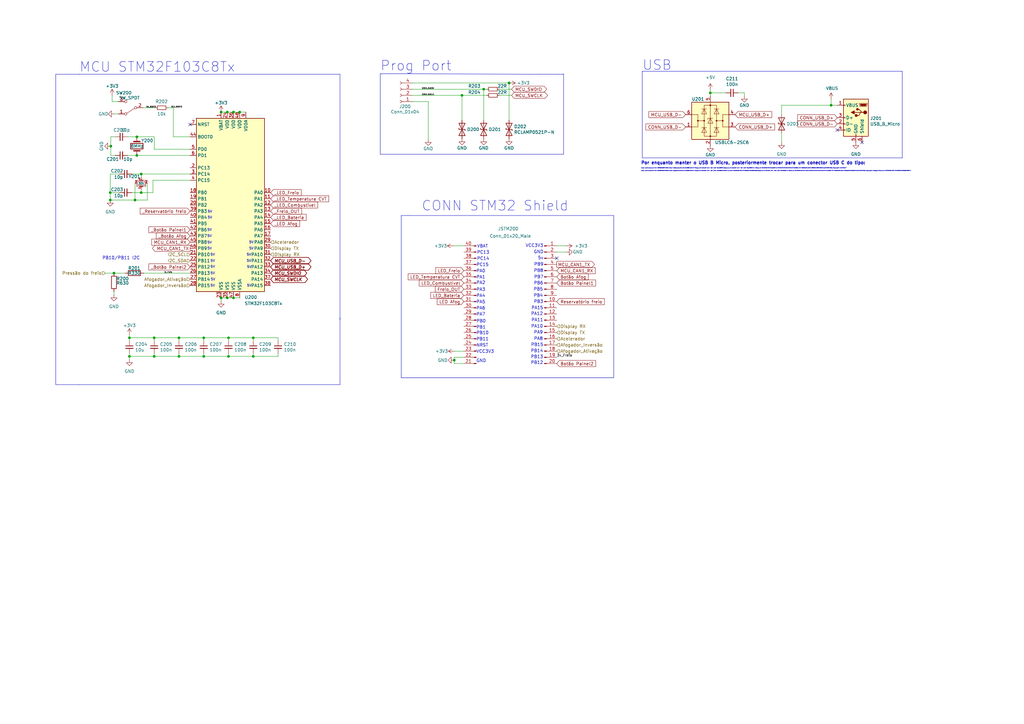
<source format=kicad_sch>
(kicad_sch (version 20230121) (generator eeschema)

  (uuid c085b054-4c73-4648-991a-86a15fda8425)

  (paper "A3")

  (lib_symbols
    (symbol "BluePhil-rescue:+3.3V-power" (power) (pin_names (offset 0)) (in_bom yes) (on_board yes)
      (property "Reference" "#PWR" (at 0 -3.81 0)
        (effects (font (size 1.27 1.27)) hide)
      )
      (property "Value" "+3.3V-power" (at 0 3.556 0)
        (effects (font (size 1.27 1.27)))
      )
      (property "Footprint" "" (at 0 0 0)
        (effects (font (size 1.27 1.27)) hide)
      )
      (property "Datasheet" "" (at 0 0 0)
        (effects (font (size 1.27 1.27)) hide)
      )
      (symbol "+3.3V-power_0_1"
        (polyline
          (pts
            (xy -0.762 1.27)
            (xy 0 2.54)
          )
          (stroke (width 0) (type default))
          (fill (type none))
        )
        (polyline
          (pts
            (xy 0 0)
            (xy 0 2.54)
          )
          (stroke (width 0) (type default))
          (fill (type none))
        )
        (polyline
          (pts
            (xy 0 2.54)
            (xy 0.762 1.27)
          )
          (stroke (width 0) (type default))
          (fill (type none))
        )
      )
      (symbol "+3.3V-power_1_1"
        (pin power_in line (at 0 0 90) (length 0) hide
          (name "+3V3" (effects (font (size 1.27 1.27))))
          (number "1" (effects (font (size 1.27 1.27))))
        )
      )
    )
    (symbol "Connector:Conn_01x04_Female" (pin_names (offset 1.016) hide) (in_bom yes) (on_board yes)
      (property "Reference" "J" (at 0 5.08 0)
        (effects (font (size 1.27 1.27)))
      )
      (property "Value" "Conn_01x04_Female" (at 0 -7.62 0)
        (effects (font (size 1.27 1.27)))
      )
      (property "Footprint" "" (at 0 0 0)
        (effects (font (size 1.27 1.27)) hide)
      )
      (property "Datasheet" "~" (at 0 0 0)
        (effects (font (size 1.27 1.27)) hide)
      )
      (property "ki_keywords" "connector" (at 0 0 0)
        (effects (font (size 1.27 1.27)) hide)
      )
      (property "ki_description" "Generic connector, single row, 01x04, script generated (kicad-library-utils/schlib/autogen/connector/)" (at 0 0 0)
        (effects (font (size 1.27 1.27)) hide)
      )
      (property "ki_fp_filters" "Connector*:*_1x??_*" (at 0 0 0)
        (effects (font (size 1.27 1.27)) hide)
      )
      (symbol "Conn_01x04_Female_1_1"
        (arc (start 0 -4.572) (mid -0.5058 -5.08) (end 0 -5.588)
          (stroke (width 0.1524) (type default))
          (fill (type none))
        )
        (arc (start 0 -2.032) (mid -0.5058 -2.54) (end 0 -3.048)
          (stroke (width 0.1524) (type default))
          (fill (type none))
        )
        (polyline
          (pts
            (xy -1.27 -5.08)
            (xy -0.508 -5.08)
          )
          (stroke (width 0.1524) (type default))
          (fill (type none))
        )
        (polyline
          (pts
            (xy -1.27 -2.54)
            (xy -0.508 -2.54)
          )
          (stroke (width 0.1524) (type default))
          (fill (type none))
        )
        (polyline
          (pts
            (xy -1.27 0)
            (xy -0.508 0)
          )
          (stroke (width 0.1524) (type default))
          (fill (type none))
        )
        (polyline
          (pts
            (xy -1.27 2.54)
            (xy -0.508 2.54)
          )
          (stroke (width 0.1524) (type default))
          (fill (type none))
        )
        (arc (start 0 0.508) (mid -0.5058 0) (end 0 -0.508)
          (stroke (width 0.1524) (type default))
          (fill (type none))
        )
        (arc (start 0 3.048) (mid -0.5058 2.54) (end 0 2.032)
          (stroke (width 0.1524) (type default))
          (fill (type none))
        )
        (pin passive line (at -5.08 2.54 0) (length 3.81)
          (name "Pin_1" (effects (font (size 1.27 1.27))))
          (number "1" (effects (font (size 1.27 1.27))))
        )
        (pin passive line (at -5.08 0 0) (length 3.81)
          (name "Pin_2" (effects (font (size 1.27 1.27))))
          (number "2" (effects (font (size 1.27 1.27))))
        )
        (pin passive line (at -5.08 -2.54 0) (length 3.81)
          (name "Pin_3" (effects (font (size 1.27 1.27))))
          (number "3" (effects (font (size 1.27 1.27))))
        )
        (pin passive line (at -5.08 -5.08 0) (length 3.81)
          (name "Pin_4" (effects (font (size 1.27 1.27))))
          (number "4" (effects (font (size 1.27 1.27))))
        )
      )
    )
    (symbol "Connector:Conn_01x20_Male" (pin_names (offset 1.016) hide) (in_bom yes) (on_board yes)
      (property "Reference" "JSTM200" (at -14.8082 29.6418 0)
        (effects (font (size 1.27 1.27)))
      )
      (property "Value" "Conn_01x20_Male" (at -13.9446 26.6446 0)
        (effects (font (size 1.27 1.27)))
      )
      (property "Footprint" "Connector_PinHeader_2.54mm:PinHeader_1x20_P2.54mm_Vertical" (at 1.27 33.02 0)
        (effects (font (size 1.27 1.27)) hide)
      )
      (property "Datasheet" "~" (at 0 -0.254 0)
        (effects (font (size 1.27 1.27)) hide)
      )
      (property "ki_keywords" "connector" (at 0 0 0)
        (effects (font (size 1.27 1.27)) hide)
      )
      (property "ki_description" "Generic connector, single row, 01x20, script generated (kicad-library-utils/schlib/autogen/connector/)" (at 0 0 0)
        (effects (font (size 1.27 1.27)) hide)
      )
      (property "ki_fp_filters" "Connector*:*_1x??_*" (at 0 0 0)
        (effects (font (size 1.27 1.27)) hide)
      )
      (symbol "Conn_01x20_Male_1_1"
        (rectangle (start -28.8036 -25.781) (end -27.94 -25.527)
          (stroke (width 0.1524) (type default))
          (fill (type outline))
        )
        (rectangle (start -28.8036 -23.241) (end -27.94 -22.987)
          (stroke (width 0.1524) (type default))
          (fill (type outline))
        )
        (rectangle (start -28.8036 -20.701) (end -27.94 -20.447)
          (stroke (width 0.1524) (type default))
          (fill (type outline))
        )
        (rectangle (start -28.8036 -18.161) (end -27.94 -17.907)
          (stroke (width 0.1524) (type default))
          (fill (type outline))
        )
        (rectangle (start -28.8036 -15.621) (end -27.94 -15.367)
          (stroke (width 0.1524) (type default))
          (fill (type outline))
        )
        (rectangle (start -28.8036 -13.081) (end -27.94 -12.827)
          (stroke (width 0.1524) (type default))
          (fill (type outline))
        )
        (rectangle (start -28.8036 -10.541) (end -27.94 -10.287)
          (stroke (width 0.1524) (type default))
          (fill (type outline))
        )
        (rectangle (start -28.8036 -8.001) (end -27.94 -7.747)
          (stroke (width 0.1524) (type default))
          (fill (type outline))
        )
        (rectangle (start -28.8036 -5.461) (end -27.94 -5.207)
          (stroke (width 0.1524) (type default))
          (fill (type outline))
        )
        (rectangle (start -28.8036 -2.921) (end -27.94 -2.667)
          (stroke (width 0.1524) (type default))
          (fill (type outline))
        )
        (rectangle (start -28.8036 -0.381) (end -27.94 -0.127)
          (stroke (width 0.1524) (type default))
          (fill (type outline))
        )
        (rectangle (start -28.8036 2.159) (end -27.94 2.413)
          (stroke (width 0.1524) (type default))
          (fill (type outline))
        )
        (rectangle (start -28.8036 4.699) (end -27.94 4.953)
          (stroke (width 0.1524) (type default))
          (fill (type outline))
        )
        (rectangle (start -28.8036 7.239) (end -27.94 7.493)
          (stroke (width 0.1524) (type default))
          (fill (type outline))
        )
        (rectangle (start -28.8036 9.779) (end -27.94 10.033)
          (stroke (width 0.1524) (type default))
          (fill (type outline))
        )
        (rectangle (start -28.8036 12.319) (end -27.94 12.573)
          (stroke (width 0.1524) (type default))
          (fill (type outline))
        )
        (rectangle (start -28.8036 14.859) (end -27.94 15.113)
          (stroke (width 0.1524) (type default))
          (fill (type outline))
        )
        (rectangle (start -28.8036 17.399) (end -27.94 17.653)
          (stroke (width 0.1524) (type default))
          (fill (type outline))
        )
        (rectangle (start -28.8036 19.939) (end -27.94 20.193)
          (stroke (width 0.1524) (type default))
          (fill (type outline))
        )
        (rectangle (start -28.8036 22.479) (end -27.94 22.733)
          (stroke (width 0.1524) (type default))
          (fill (type outline))
        )
        (polyline
          (pts
            (xy -29.21 -25.654)
            (xy -28.8036 -25.654)
          )
          (stroke (width 0.1524) (type default))
          (fill (type none))
        )
        (polyline
          (pts
            (xy -29.21 -23.114)
            (xy -28.8036 -23.114)
          )
          (stroke (width 0.1524) (type default))
          (fill (type none))
        )
        (polyline
          (pts
            (xy -29.21 -20.574)
            (xy -28.8036 -20.574)
          )
          (stroke (width 0.1524) (type default))
          (fill (type none))
        )
        (polyline
          (pts
            (xy -29.21 -18.034)
            (xy -28.8036 -18.034)
          )
          (stroke (width 0.1524) (type default))
          (fill (type none))
        )
        (polyline
          (pts
            (xy -29.21 -15.494)
            (xy -28.8036 -15.494)
          )
          (stroke (width 0.1524) (type default))
          (fill (type none))
        )
        (polyline
          (pts
            (xy -29.21 -12.954)
            (xy -28.8036 -12.954)
          )
          (stroke (width 0.1524) (type default))
          (fill (type none))
        )
        (polyline
          (pts
            (xy -29.21 -10.414)
            (xy -28.8036 -10.414)
          )
          (stroke (width 0.1524) (type default))
          (fill (type none))
        )
        (polyline
          (pts
            (xy -29.21 -7.874)
            (xy -28.8036 -7.874)
          )
          (stroke (width 0.1524) (type default))
          (fill (type none))
        )
        (polyline
          (pts
            (xy -29.21 -5.334)
            (xy -28.8036 -5.334)
          )
          (stroke (width 0.1524) (type default))
          (fill (type none))
        )
        (polyline
          (pts
            (xy -29.21 -2.794)
            (xy -28.8036 -2.794)
          )
          (stroke (width 0.1524) (type default))
          (fill (type none))
        )
        (polyline
          (pts
            (xy -29.21 -0.254)
            (xy -28.8036 -0.254)
          )
          (stroke (width 0.1524) (type default))
          (fill (type none))
        )
        (polyline
          (pts
            (xy -29.21 2.286)
            (xy -28.8036 2.286)
          )
          (stroke (width 0.1524) (type default))
          (fill (type none))
        )
        (polyline
          (pts
            (xy -29.21 4.826)
            (xy -28.8036 4.826)
          )
          (stroke (width 0.1524) (type default))
          (fill (type none))
        )
        (polyline
          (pts
            (xy -29.21 7.366)
            (xy -28.8036 7.366)
          )
          (stroke (width 0.1524) (type default))
          (fill (type none))
        )
        (polyline
          (pts
            (xy -29.21 9.906)
            (xy -28.8036 9.906)
          )
          (stroke (width 0.1524) (type default))
          (fill (type none))
        )
        (polyline
          (pts
            (xy -29.21 12.446)
            (xy -28.8036 12.446)
          )
          (stroke (width 0.1524) (type default))
          (fill (type none))
        )
        (polyline
          (pts
            (xy -29.21 14.986)
            (xy -28.8036 14.986)
          )
          (stroke (width 0.1524) (type default))
          (fill (type none))
        )
        (polyline
          (pts
            (xy -29.21 17.526)
            (xy -28.8036 17.526)
          )
          (stroke (width 0.1524) (type default))
          (fill (type none))
        )
        (polyline
          (pts
            (xy -29.21 20.066)
            (xy -28.8036 20.066)
          )
          (stroke (width 0.1524) (type default))
          (fill (type none))
        )
        (polyline
          (pts
            (xy -29.21 22.606)
            (xy -28.8036 22.606)
          )
          (stroke (width 0.1524) (type default))
          (fill (type none))
        )
        (polyline
          (pts
            (xy 1.27 -25.654)
            (xy 0.8636 -25.654)
          )
          (stroke (width 0.1524) (type default))
          (fill (type none))
        )
        (polyline
          (pts
            (xy 1.27 -23.114)
            (xy 0.8636 -23.114)
          )
          (stroke (width 0.1524) (type default))
          (fill (type none))
        )
        (polyline
          (pts
            (xy 1.27 -20.574)
            (xy 0.8636 -20.574)
          )
          (stroke (width 0.1524) (type default))
          (fill (type none))
        )
        (polyline
          (pts
            (xy 1.27 -18.034)
            (xy 0.8636 -18.034)
          )
          (stroke (width 0.1524) (type default))
          (fill (type none))
        )
        (polyline
          (pts
            (xy 1.27 -15.494)
            (xy 0.8636 -15.494)
          )
          (stroke (width 0.1524) (type default))
          (fill (type none))
        )
        (polyline
          (pts
            (xy 1.27 -12.954)
            (xy 0.8636 -12.954)
          )
          (stroke (width 0.1524) (type default))
          (fill (type none))
        )
        (polyline
          (pts
            (xy 1.27 -10.414)
            (xy 0.8636 -10.414)
          )
          (stroke (width 0.1524) (type default))
          (fill (type none))
        )
        (polyline
          (pts
            (xy 1.27 -7.874)
            (xy 0.8636 -7.874)
          )
          (stroke (width 0.1524) (type default))
          (fill (type none))
        )
        (polyline
          (pts
            (xy 1.27 -5.334)
            (xy 0.8636 -5.334)
          )
          (stroke (width 0.1524) (type default))
          (fill (type none))
        )
        (polyline
          (pts
            (xy 1.27 -2.794)
            (xy 0.8636 -2.794)
          )
          (stroke (width 0.1524) (type default))
          (fill (type none))
        )
        (polyline
          (pts
            (xy 1.27 -0.254)
            (xy 0.8636 -0.254)
          )
          (stroke (width 0.1524) (type default))
          (fill (type none))
        )
        (polyline
          (pts
            (xy 1.27 2.286)
            (xy 0.8636 2.286)
          )
          (stroke (width 0.1524) (type default))
          (fill (type none))
        )
        (polyline
          (pts
            (xy 1.27 4.826)
            (xy 0.8636 4.826)
          )
          (stroke (width 0.1524) (type default))
          (fill (type none))
        )
        (polyline
          (pts
            (xy 1.27 7.366)
            (xy 0.8636 7.366)
          )
          (stroke (width 0.1524) (type default))
          (fill (type none))
        )
        (polyline
          (pts
            (xy 1.27 9.906)
            (xy 0.8636 9.906)
          )
          (stroke (width 0.1524) (type default))
          (fill (type none))
        )
        (polyline
          (pts
            (xy 1.27 12.446)
            (xy 0.8636 12.446)
          )
          (stroke (width 0.1524) (type default))
          (fill (type none))
        )
        (polyline
          (pts
            (xy 1.27 14.986)
            (xy 0.8636 14.986)
          )
          (stroke (width 0.1524) (type default))
          (fill (type none))
        )
        (polyline
          (pts
            (xy 1.27 17.526)
            (xy 0.8636 17.526)
          )
          (stroke (width 0.1524) (type default))
          (fill (type none))
        )
        (polyline
          (pts
            (xy 1.27 20.066)
            (xy 0.8636 20.066)
          )
          (stroke (width 0.1524) (type default))
          (fill (type none))
        )
        (polyline
          (pts
            (xy 1.27 22.606)
            (xy 0.8636 22.606)
          )
          (stroke (width 0.1524) (type default))
          (fill (type none))
        )
        (rectangle (start 0.8636 -25.527) (end 0 -25.781)
          (stroke (width 0.1524) (type default))
          (fill (type outline))
        )
        (rectangle (start 0.8636 -22.987) (end 0 -23.241)
          (stroke (width 0.1524) (type default))
          (fill (type outline))
        )
        (rectangle (start 0.8636 -20.447) (end 0 -20.701)
          (stroke (width 0.1524) (type default))
          (fill (type outline))
        )
        (rectangle (start 0.8636 -17.907) (end 0 -18.161)
          (stroke (width 0.1524) (type default))
          (fill (type outline))
        )
        (rectangle (start 0.8636 -15.367) (end 0 -15.621)
          (stroke (width 0.1524) (type default))
          (fill (type outline))
        )
        (rectangle (start 0.8636 -12.827) (end 0 -13.081)
          (stroke (width 0.1524) (type default))
          (fill (type outline))
        )
        (rectangle (start 0.8636 -10.287) (end 0 -10.541)
          (stroke (width 0.1524) (type default))
          (fill (type outline))
        )
        (rectangle (start 0.8636 -7.747) (end 0 -8.001)
          (stroke (width 0.1524) (type default))
          (fill (type outline))
        )
        (rectangle (start 0.8636 -5.207) (end 0 -5.461)
          (stroke (width 0.1524) (type default))
          (fill (type outline))
        )
        (rectangle (start 0.8636 -2.667) (end 0 -2.921)
          (stroke (width 0.1524) (type default))
          (fill (type outline))
        )
        (rectangle (start 0.8636 -0.127) (end 0 -0.381)
          (stroke (width 0.1524) (type default))
          (fill (type outline))
        )
        (rectangle (start 0.8636 2.413) (end 0 2.159)
          (stroke (width 0.1524) (type default))
          (fill (type outline))
        )
        (rectangle (start 0.8636 4.953) (end 0 4.699)
          (stroke (width 0.1524) (type default))
          (fill (type outline))
        )
        (rectangle (start 0.8636 7.493) (end 0 7.239)
          (stroke (width 0.1524) (type default))
          (fill (type outline))
        )
        (rectangle (start 0.8636 10.033) (end 0 9.779)
          (stroke (width 0.1524) (type default))
          (fill (type outline))
        )
        (rectangle (start 0.8636 12.573) (end 0 12.319)
          (stroke (width 0.1524) (type default))
          (fill (type outline))
        )
        (rectangle (start 0.8636 15.113) (end 0 14.859)
          (stroke (width 0.1524) (type default))
          (fill (type outline))
        )
        (rectangle (start 0.8636 17.653) (end 0 17.399)
          (stroke (width 0.1524) (type default))
          (fill (type outline))
        )
        (rectangle (start 0.8636 20.193) (end 0 19.939)
          (stroke (width 0.1524) (type default))
          (fill (type outline))
        )
        (rectangle (start 0.8636 22.733) (end 0 22.479)
          (stroke (width 0.1524) (type default))
          (fill (type outline))
        )
        (pin passive line (at 5.08 22.606 180) (length 3.81)
          (name "Pin_1" (effects (font (size 1.27 1.27))))
          (number "1" (effects (font (size 1.27 1.27))))
        )
        (pin passive line (at 5.08 -0.254 180) (length 3.81)
          (name "Pin_10" (effects (font (size 1.27 1.27))))
          (number "10" (effects (font (size 1.27 1.27))))
        )
        (pin passive line (at 5.08 -2.794 180) (length 3.81)
          (name "Pin_11" (effects (font (size 1.27 1.27))))
          (number "11" (effects (font (size 1.27 1.27))))
        )
        (pin passive line (at 5.08 -5.334 180) (length 3.81)
          (name "Pin_12" (effects (font (size 1.27 1.27))))
          (number "12" (effects (font (size 1.27 1.27))))
        )
        (pin passive line (at 5.08 -7.874 180) (length 3.81)
          (name "Pin_13" (effects (font (size 1.27 1.27))))
          (number "13" (effects (font (size 1.27 1.27))))
        )
        (pin passive line (at 5.08 -10.414 180) (length 3.81)
          (name "Pin_14" (effects (font (size 1.27 1.27))))
          (number "14" (effects (font (size 1.27 1.27))))
        )
        (pin passive line (at 5.08 -12.954 180) (length 3.81)
          (name "Pin_15" (effects (font (size 1.27 1.27))))
          (number "15" (effects (font (size 1.27 1.27))))
        )
        (pin passive line (at 5.08 -15.494 180) (length 3.81)
          (name "Pin_16" (effects (font (size 1.27 1.27))))
          (number "16" (effects (font (size 1.27 1.27))))
        )
        (pin passive line (at 5.08 -18.034 180) (length 3.81)
          (name "Pin_17" (effects (font (size 1.27 1.27))))
          (number "17" (effects (font (size 1.27 1.27))))
        )
        (pin passive line (at 5.08 -20.574 180) (length 3.81)
          (name "Pin_18" (effects (font (size 1.27 1.27))))
          (number "18" (effects (font (size 1.27 1.27))))
        )
        (pin passive line (at 5.08 -23.114 180) (length 3.81)
          (name "Pin_19" (effects (font (size 1.27 1.27))))
          (number "19" (effects (font (size 1.27 1.27))))
        )
        (pin passive line (at 5.08 20.066 180) (length 3.81)
          (name "Pin_2" (effects (font (size 1.27 1.27))))
          (number "2" (effects (font (size 1.27 1.27))))
        )
        (pin passive line (at 5.08 -25.654 180) (length 3.81)
          (name "Pin_20" (effects (font (size 1.27 1.27))))
          (number "20" (effects (font (size 1.27 1.27))))
        )
        (pin passive line (at -33.02 -25.654 0) (length 3.81)
          (name "Pin_21" (effects (font (size 1.27 1.27))))
          (number "21" (effects (font (size 1.27 1.27))))
        )
        (pin passive line (at -33.02 -23.114 0) (length 3.81)
          (name "Pin_22" (effects (font (size 1.27 1.27))))
          (number "22" (effects (font (size 1.27 1.27))))
        )
        (pin passive line (at -33.02 -20.574 0) (length 3.81)
          (name "Pin_23" (effects (font (size 1.27 1.27))))
          (number "23" (effects (font (size 1.27 1.27))))
        )
        (pin passive line (at -33.02 -18.034 0) (length 3.81)
          (name "Pin_24" (effects (font (size 1.27 1.27))))
          (number "24" (effects (font (size 1.27 1.27))))
        )
        (pin passive line (at -33.02 -15.494 0) (length 3.81)
          (name "Pin_25" (effects (font (size 1.27 1.27))))
          (number "25" (effects (font (size 1.27 1.27))))
        )
        (pin passive line (at -33.02 -12.954 0) (length 3.81)
          (name "Pin_26" (effects (font (size 1.27 1.27))))
          (number "26" (effects (font (size 1.27 1.27))))
        )
        (pin passive line (at -33.02 -10.414 0) (length 3.81)
          (name "Pin_27" (effects (font (size 1.27 1.27))))
          (number "27" (effects (font (size 1.27 1.27))))
        )
        (pin passive line (at -33.02 -7.874 0) (length 3.81)
          (name "Pin_28" (effects (font (size 1.27 1.27))))
          (number "28" (effects (font (size 1.27 1.27))))
        )
        (pin passive line (at -33.02 -5.334 0) (length 3.81)
          (name "Pin_29" (effects (font (size 1.27 1.27))))
          (number "29" (effects (font (size 1.27 1.27))))
        )
        (pin passive line (at 5.08 17.526 180) (length 3.81)
          (name "Pin_3" (effects (font (size 1.27 1.27))))
          (number "3" (effects (font (size 1.27 1.27))))
        )
        (pin passive line (at -33.02 -2.794 0) (length 3.81)
          (name "Pin_30" (effects (font (size 1.27 1.27))))
          (number "30" (effects (font (size 1.27 1.27))))
        )
        (pin passive line (at -33.02 -0.254 0) (length 3.81)
          (name "Pin_31" (effects (font (size 1.27 1.27))))
          (number "31" (effects (font (size 1.27 1.27))))
        )
        (pin passive line (at -33.02 2.286 0) (length 3.81)
          (name "Pin_32" (effects (font (size 1.27 1.27))))
          (number "32" (effects (font (size 1.27 1.27))))
        )
        (pin passive line (at -33.02 4.826 0) (length 3.81)
          (name "Pin_33" (effects (font (size 1.27 1.27))))
          (number "33" (effects (font (size 1.27 1.27))))
        )
        (pin passive line (at -33.02 7.366 0) (length 3.81)
          (name "Pin_34" (effects (font (size 1.27 1.27))))
          (number "34" (effects (font (size 1.27 1.27))))
        )
        (pin passive line (at -33.02 9.906 0) (length 3.81)
          (name "Pin_35" (effects (font (size 1.27 1.27))))
          (number "35" (effects (font (size 1.27 1.27))))
        )
        (pin passive line (at -33.02 12.446 0) (length 3.81)
          (name "Pin_36" (effects (font (size 1.27 1.27))))
          (number "36" (effects (font (size 1.27 1.27))))
        )
        (pin passive line (at -33.02 14.986 0) (length 3.81)
          (name "Pin_37" (effects (font (size 1.27 1.27))))
          (number "37" (effects (font (size 1.27 1.27))))
        )
        (pin passive line (at -33.02 17.526 0) (length 3.81)
          (name "Pin_38" (effects (font (size 1.27 1.27))))
          (number "38" (effects (font (size 1.27 1.27))))
        )
        (pin passive line (at -33.02 20.066 0) (length 3.81)
          (name "Pin_39" (effects (font (size 1.27 1.27))))
          (number "39" (effects (font (size 1.27 1.27))))
        )
        (pin passive line (at 5.08 14.986 180) (length 3.81)
          (name "Pin_4" (effects (font (size 1.27 1.27))))
          (number "4" (effects (font (size 1.27 1.27))))
        )
        (pin passive line (at -33.02 22.606 0) (length 3.81)
          (name "Pin_40" (effects (font (size 1.27 1.27))))
          (number "40" (effects (font (size 1.27 1.27))))
        )
        (pin passive line (at 5.08 12.446 180) (length 3.81)
          (name "Pin_5" (effects (font (size 1.27 1.27))))
          (number "5" (effects (font (size 1.27 1.27))))
        )
        (pin passive line (at 5.08 9.906 180) (length 3.81)
          (name "Pin_6" (effects (font (size 1.27 1.27))))
          (number "6" (effects (font (size 1.27 1.27))))
        )
        (pin passive line (at 5.08 7.366 180) (length 3.81)
          (name "Pin_7" (effects (font (size 1.27 1.27))))
          (number "7" (effects (font (size 1.27 1.27))))
        )
        (pin passive line (at 5.08 4.826 180) (length 3.81)
          (name "Pin_8" (effects (font (size 1.27 1.27))))
          (number "8" (effects (font (size 1.27 1.27))))
        )
        (pin passive line (at 5.08 2.286 180) (length 3.81)
          (name "Pin_9" (effects (font (size 1.27 1.27))))
          (number "9" (effects (font (size 1.27 1.27))))
        )
      )
    )
    (symbol "Connector:USB_B_Micro" (pin_names (offset 1.016)) (in_bom yes) (on_board yes)
      (property "Reference" "J" (at -5.08 11.43 0)
        (effects (font (size 1.27 1.27)) (justify left))
      )
      (property "Value" "USB_B_Micro" (at -5.08 8.89 0)
        (effects (font (size 1.27 1.27)) (justify left))
      )
      (property "Footprint" "" (at 3.81 -1.27 0)
        (effects (font (size 1.27 1.27)) hide)
      )
      (property "Datasheet" "~" (at 3.81 -1.27 0)
        (effects (font (size 1.27 1.27)) hide)
      )
      (property "ki_keywords" "connector USB micro" (at 0 0 0)
        (effects (font (size 1.27 1.27)) hide)
      )
      (property "ki_description" "USB Micro Type B connector" (at 0 0 0)
        (effects (font (size 1.27 1.27)) hide)
      )
      (property "ki_fp_filters" "USB*" (at 0 0 0)
        (effects (font (size 1.27 1.27)) hide)
      )
      (symbol "USB_B_Micro_0_1"
        (rectangle (start -5.08 -7.62) (end 5.08 7.62)
          (stroke (width 0.254) (type default))
          (fill (type background))
        )
        (circle (center -3.81 2.159) (radius 0.635)
          (stroke (width 0.254) (type default))
          (fill (type outline))
        )
        (circle (center -0.635 3.429) (radius 0.381)
          (stroke (width 0.254) (type default))
          (fill (type outline))
        )
        (rectangle (start -0.127 -7.62) (end 0.127 -6.858)
          (stroke (width 0) (type default))
          (fill (type none))
        )
        (polyline
          (pts
            (xy -1.905 2.159)
            (xy 0.635 2.159)
          )
          (stroke (width 0.254) (type default))
          (fill (type none))
        )
        (polyline
          (pts
            (xy -3.175 2.159)
            (xy -2.54 2.159)
            (xy -1.27 3.429)
            (xy -0.635 3.429)
          )
          (stroke (width 0.254) (type default))
          (fill (type none))
        )
        (polyline
          (pts
            (xy -2.54 2.159)
            (xy -1.905 2.159)
            (xy -1.27 0.889)
            (xy 0 0.889)
          )
          (stroke (width 0.254) (type default))
          (fill (type none))
        )
        (polyline
          (pts
            (xy 0.635 2.794)
            (xy 0.635 1.524)
            (xy 1.905 2.159)
            (xy 0.635 2.794)
          )
          (stroke (width 0.254) (type default))
          (fill (type outline))
        )
        (polyline
          (pts
            (xy -4.318 5.588)
            (xy -1.778 5.588)
            (xy -2.032 4.826)
            (xy -4.064 4.826)
            (xy -4.318 5.588)
          )
          (stroke (width 0) (type default))
          (fill (type outline))
        )
        (polyline
          (pts
            (xy -4.699 5.842)
            (xy -4.699 5.588)
            (xy -4.445 4.826)
            (xy -4.445 4.572)
            (xy -1.651 4.572)
            (xy -1.651 4.826)
            (xy -1.397 5.588)
            (xy -1.397 5.842)
            (xy -4.699 5.842)
          )
          (stroke (width 0) (type default))
          (fill (type none))
        )
        (rectangle (start 0.254 1.27) (end -0.508 0.508)
          (stroke (width 0.254) (type default))
          (fill (type outline))
        )
        (rectangle (start 5.08 -5.207) (end 4.318 -4.953)
          (stroke (width 0) (type default))
          (fill (type none))
        )
        (rectangle (start 5.08 -2.667) (end 4.318 -2.413)
          (stroke (width 0) (type default))
          (fill (type none))
        )
        (rectangle (start 5.08 -0.127) (end 4.318 0.127)
          (stroke (width 0) (type default))
          (fill (type none))
        )
        (rectangle (start 5.08 4.953) (end 4.318 5.207)
          (stroke (width 0) (type default))
          (fill (type none))
        )
      )
      (symbol "USB_B_Micro_1_1"
        (pin power_out line (at 7.62 5.08 180) (length 2.54)
          (name "VBUS" (effects (font (size 1.27 1.27))))
          (number "1" (effects (font (size 1.27 1.27))))
        )
        (pin bidirectional line (at 7.62 -2.54 180) (length 2.54)
          (name "D-" (effects (font (size 1.27 1.27))))
          (number "2" (effects (font (size 1.27 1.27))))
        )
        (pin bidirectional line (at 7.62 0 180) (length 2.54)
          (name "D+" (effects (font (size 1.27 1.27))))
          (number "3" (effects (font (size 1.27 1.27))))
        )
        (pin passive line (at 7.62 -5.08 180) (length 2.54)
          (name "ID" (effects (font (size 1.27 1.27))))
          (number "4" (effects (font (size 1.27 1.27))))
        )
        (pin power_out line (at 0 -10.16 90) (length 2.54)
          (name "GND" (effects (font (size 1.27 1.27))))
          (number "5" (effects (font (size 1.27 1.27))))
        )
        (pin passive line (at -2.54 -10.16 90) (length 2.54)
          (name "Shield" (effects (font (size 1.27 1.27))))
          (number "6" (effects (font (size 1.27 1.27))))
        )
      )
    )
    (symbol "Device:C_Small" (pin_numbers hide) (pin_names (offset 0.254) hide) (in_bom yes) (on_board yes)
      (property "Reference" "C" (at 0.254 1.778 0)
        (effects (font (size 1.27 1.27)) (justify left))
      )
      (property "Value" "C_Small" (at 0.254 -2.032 0)
        (effects (font (size 1.27 1.27)) (justify left))
      )
      (property "Footprint" "" (at 0 0 0)
        (effects (font (size 1.27 1.27)) hide)
      )
      (property "Datasheet" "~" (at 0 0 0)
        (effects (font (size 1.27 1.27)) hide)
      )
      (property "ki_keywords" "capacitor cap" (at 0 0 0)
        (effects (font (size 1.27 1.27)) hide)
      )
      (property "ki_description" "Unpolarized capacitor, small symbol" (at 0 0 0)
        (effects (font (size 1.27 1.27)) hide)
      )
      (property "ki_fp_filters" "C_*" (at 0 0 0)
        (effects (font (size 1.27 1.27)) hide)
      )
      (symbol "C_Small_0_1"
        (polyline
          (pts
            (xy -1.524 -0.508)
            (xy 1.524 -0.508)
          )
          (stroke (width 0.3302) (type default))
          (fill (type none))
        )
        (polyline
          (pts
            (xy -1.524 0.508)
            (xy 1.524 0.508)
          )
          (stroke (width 0.3048) (type default))
          (fill (type none))
        )
      )
      (symbol "C_Small_1_1"
        (pin passive line (at 0 2.54 270) (length 2.032)
          (name "~" (effects (font (size 1.27 1.27))))
          (number "1" (effects (font (size 1.27 1.27))))
        )
        (pin passive line (at 0 -2.54 90) (length 2.032)
          (name "~" (effects (font (size 1.27 1.27))))
          (number "2" (effects (font (size 1.27 1.27))))
        )
      )
    )
    (symbol "Device:Crystal" (pin_numbers hide) (pin_names (offset 1.016) hide) (in_bom yes) (on_board yes)
      (property "Reference" "Y" (at 0 3.81 0)
        (effects (font (size 1.27 1.27)))
      )
      (property "Value" "Crystal" (at 0 -3.81 0)
        (effects (font (size 1.27 1.27)))
      )
      (property "Footprint" "" (at 0 0 0)
        (effects (font (size 1.27 1.27)) hide)
      )
      (property "Datasheet" "~" (at 0 0 0)
        (effects (font (size 1.27 1.27)) hide)
      )
      (property "ki_keywords" "quartz ceramic resonator oscillator" (at 0 0 0)
        (effects (font (size 1.27 1.27)) hide)
      )
      (property "ki_description" "Two pin crystal" (at 0 0 0)
        (effects (font (size 1.27 1.27)) hide)
      )
      (property "ki_fp_filters" "Crystal*" (at 0 0 0)
        (effects (font (size 1.27 1.27)) hide)
      )
      (symbol "Crystal_0_1"
        (rectangle (start -1.143 2.54) (end 1.143 -2.54)
          (stroke (width 0.3048) (type default))
          (fill (type none))
        )
        (polyline
          (pts
            (xy -2.54 0)
            (xy -1.905 0)
          )
          (stroke (width 0) (type default))
          (fill (type none))
        )
        (polyline
          (pts
            (xy -1.905 -1.27)
            (xy -1.905 1.27)
          )
          (stroke (width 0.508) (type default))
          (fill (type none))
        )
        (polyline
          (pts
            (xy 1.905 -1.27)
            (xy 1.905 1.27)
          )
          (stroke (width 0.508) (type default))
          (fill (type none))
        )
        (polyline
          (pts
            (xy 2.54 0)
            (xy 1.905 0)
          )
          (stroke (width 0) (type default))
          (fill (type none))
        )
      )
      (symbol "Crystal_1_1"
        (pin passive line (at -3.81 0 0) (length 1.27)
          (name "1" (effects (font (size 1.27 1.27))))
          (number "1" (effects (font (size 1.27 1.27))))
        )
        (pin passive line (at 3.81 0 180) (length 1.27)
          (name "2" (effects (font (size 1.27 1.27))))
          (number "2" (effects (font (size 1.27 1.27))))
        )
      )
    )
    (symbol "Device:Crystal_GND23_Small" (pin_names (offset 1.016) hide) (in_bom yes) (on_board yes)
      (property "Reference" "Y" (at 1.27 4.445 0)
        (effects (font (size 1.27 1.27)) (justify left))
      )
      (property "Value" "Crystal_GND23_Small" (at 1.27 2.54 0)
        (effects (font (size 1.27 1.27)) (justify left))
      )
      (property "Footprint" "" (at 0 0 0)
        (effects (font (size 1.27 1.27)) hide)
      )
      (property "Datasheet" "~" (at 0 0 0)
        (effects (font (size 1.27 1.27)) hide)
      )
      (property "ki_keywords" "quartz ceramic resonator oscillator" (at 0 0 0)
        (effects (font (size 1.27 1.27)) hide)
      )
      (property "ki_description" "Four pin crystal, GND on pins 2 and 3, small symbol" (at 0 0 0)
        (effects (font (size 1.27 1.27)) hide)
      )
      (property "ki_fp_filters" "Crystal*" (at 0 0 0)
        (effects (font (size 1.27 1.27)) hide)
      )
      (symbol "Crystal_GND23_Small_0_1"
        (rectangle (start -0.762 -1.524) (end 0.762 1.524)
          (stroke (width 0) (type default))
          (fill (type none))
        )
        (polyline
          (pts
            (xy -1.27 -0.762)
            (xy -1.27 0.762)
          )
          (stroke (width 0.381) (type default))
          (fill (type none))
        )
        (polyline
          (pts
            (xy 1.27 -0.762)
            (xy 1.27 0.762)
          )
          (stroke (width 0.381) (type default))
          (fill (type none))
        )
        (polyline
          (pts
            (xy -1.27 -1.27)
            (xy -1.27 -1.905)
            (xy 1.27 -1.905)
            (xy 1.27 -1.27)
          )
          (stroke (width 0) (type default))
          (fill (type none))
        )
        (polyline
          (pts
            (xy -1.27 1.27)
            (xy -1.27 1.905)
            (xy 1.27 1.905)
            (xy 1.27 1.27)
          )
          (stroke (width 0) (type default))
          (fill (type none))
        )
      )
      (symbol "Crystal_GND23_Small_1_1"
        (pin passive line (at -2.54 0 0) (length 1.27)
          (name "1" (effects (font (size 1.27 1.27))))
          (number "1" (effects (font (size 0.762 0.762))))
        )
        (pin passive line (at 0 -2.54 90) (length 0.635)
          (name "2" (effects (font (size 1.27 1.27))))
          (number "2" (effects (font (size 0.762 0.762))))
        )
        (pin passive line (at 0 2.54 270) (length 0.635)
          (name "3" (effects (font (size 1.27 1.27))))
          (number "3" (effects (font (size 0.762 0.762))))
        )
        (pin passive line (at 2.54 0 180) (length 1.27)
          (name "4" (effects (font (size 1.27 1.27))))
          (number "4" (effects (font (size 0.762 0.762))))
        )
      )
    )
    (symbol "Device:D_TVS" (pin_numbers hide) (pin_names (offset 1.016) hide) (in_bom yes) (on_board yes)
      (property "Reference" "D" (at 0 2.54 0)
        (effects (font (size 1.27 1.27)))
      )
      (property "Value" "D_TVS" (at 0 -2.54 0)
        (effects (font (size 1.27 1.27)))
      )
      (property "Footprint" "" (at 0 0 0)
        (effects (font (size 1.27 1.27)) hide)
      )
      (property "Datasheet" "~" (at 0 0 0)
        (effects (font (size 1.27 1.27)) hide)
      )
      (property "ki_keywords" "diode TVS thyrector" (at 0 0 0)
        (effects (font (size 1.27 1.27)) hide)
      )
      (property "ki_description" "Bidirectional transient-voltage-suppression diode" (at 0 0 0)
        (effects (font (size 1.27 1.27)) hide)
      )
      (property "ki_fp_filters" "TO-???* *_Diode_* *SingleDiode* D_*" (at 0 0 0)
        (effects (font (size 1.27 1.27)) hide)
      )
      (symbol "D_TVS_0_1"
        (polyline
          (pts
            (xy 1.27 0)
            (xy -1.27 0)
          )
          (stroke (width 0) (type default))
          (fill (type none))
        )
        (polyline
          (pts
            (xy 0.508 1.27)
            (xy 0 1.27)
            (xy 0 -1.27)
            (xy -0.508 -1.27)
          )
          (stroke (width 0.254) (type default))
          (fill (type none))
        )
        (polyline
          (pts
            (xy -2.54 1.27)
            (xy -2.54 -1.27)
            (xy 2.54 1.27)
            (xy 2.54 -1.27)
            (xy -2.54 1.27)
          )
          (stroke (width 0.254) (type default))
          (fill (type none))
        )
      )
      (symbol "D_TVS_1_1"
        (pin passive line (at -3.81 0 0) (length 2.54)
          (name "A1" (effects (font (size 1.27 1.27))))
          (number "1" (effects (font (size 1.27 1.27))))
        )
        (pin passive line (at 3.81 0 180) (length 2.54)
          (name "A2" (effects (font (size 1.27 1.27))))
          (number "2" (effects (font (size 1.27 1.27))))
        )
      )
    )
    (symbol "Device:R" (pin_numbers hide) (pin_names (offset 0)) (in_bom yes) (on_board yes)
      (property "Reference" "R" (at 2.032 0 90)
        (effects (font (size 1.27 1.27)))
      )
      (property "Value" "R" (at 0 0 90)
        (effects (font (size 1.27 1.27)))
      )
      (property "Footprint" "" (at -1.778 0 90)
        (effects (font (size 1.27 1.27)) hide)
      )
      (property "Datasheet" "~" (at 0 0 0)
        (effects (font (size 1.27 1.27)) hide)
      )
      (property "ki_keywords" "R res resistor" (at 0 0 0)
        (effects (font (size 1.27 1.27)) hide)
      )
      (property "ki_description" "Resistor" (at 0 0 0)
        (effects (font (size 1.27 1.27)) hide)
      )
      (property "ki_fp_filters" "R_*" (at 0 0 0)
        (effects (font (size 1.27 1.27)) hide)
      )
      (symbol "R_0_1"
        (rectangle (start -1.016 -2.54) (end 1.016 2.54)
          (stroke (width 0.254) (type default))
          (fill (type none))
        )
      )
      (symbol "R_1_1"
        (pin passive line (at 0 3.81 270) (length 1.27)
          (name "~" (effects (font (size 1.27 1.27))))
          (number "1" (effects (font (size 1.27 1.27))))
        )
        (pin passive line (at 0 -3.81 90) (length 1.27)
          (name "~" (effects (font (size 1.27 1.27))))
          (number "2" (effects (font (size 1.27 1.27))))
        )
      )
    )
    (symbol "Device:R_Small" (pin_numbers hide) (pin_names (offset 0.254) hide) (in_bom yes) (on_board yes)
      (property "Reference" "R" (at 0.762 0.508 0)
        (effects (font (size 1.27 1.27)) (justify left))
      )
      (property "Value" "R_Small" (at 0.762 -1.016 0)
        (effects (font (size 1.27 1.27)) (justify left))
      )
      (property "Footprint" "" (at 0 0 0)
        (effects (font (size 1.27 1.27)) hide)
      )
      (property "Datasheet" "~" (at 0 0 0)
        (effects (font (size 1.27 1.27)) hide)
      )
      (property "ki_keywords" "R resistor" (at 0 0 0)
        (effects (font (size 1.27 1.27)) hide)
      )
      (property "ki_description" "Resistor, small symbol" (at 0 0 0)
        (effects (font (size 1.27 1.27)) hide)
      )
      (property "ki_fp_filters" "R_*" (at 0 0 0)
        (effects (font (size 1.27 1.27)) hide)
      )
      (symbol "R_Small_0_1"
        (rectangle (start -0.762 1.778) (end 0.762 -1.778)
          (stroke (width 0.2032) (type default))
          (fill (type none))
        )
      )
      (symbol "R_Small_1_1"
        (pin passive line (at 0 2.54 270) (length 0.762)
          (name "~" (effects (font (size 1.27 1.27))))
          (number "1" (effects (font (size 1.27 1.27))))
        )
        (pin passive line (at 0 -2.54 90) (length 0.762)
          (name "~" (effects (font (size 1.27 1.27))))
          (number "2" (effects (font (size 1.27 1.27))))
        )
      )
    )
    (symbol "MCU_ST_STM32F1:STM32F103C8Tx" (in_bom yes) (on_board yes)
      (property "Reference" "U" (at -15.24 36.83 0)
        (effects (font (size 1.27 1.27)) (justify left))
      )
      (property "Value" "STM32F103C8Tx" (at 7.62 36.83 0)
        (effects (font (size 1.27 1.27)) (justify left))
      )
      (property "Footprint" "Package_QFP:LQFP-48_7x7mm_P0.5mm" (at -15.24 -35.56 0)
        (effects (font (size 1.27 1.27)) (justify right) hide)
      )
      (property "Datasheet" "http://www.st.com/st-web-ui/static/active/en/resource/technical/document/datasheet/CD00161566.pdf" (at 0 0 0)
        (effects (font (size 1.27 1.27)) hide)
      )
      (property "ki_keywords" "ARM Cortex-M3 STM32F1 STM32F103" (at 0 0 0)
        (effects (font (size 1.27 1.27)) hide)
      )
      (property "ki_description" "ARM Cortex-M3 MCU, 64KB flash, 20KB RAM, 72MHz, 2-3.6V, 37 GPIO, LQFP-48" (at 0 0 0)
        (effects (font (size 1.27 1.27)) hide)
      )
      (property "ki_fp_filters" "LQFP*7x7mm*P0.5mm*" (at 0 0 0)
        (effects (font (size 1.27 1.27)) hide)
      )
      (symbol "STM32F103C8Tx_0_1"
        (rectangle (start -15.24 -35.56) (end 12.7 35.56)
          (stroke (width 0.254) (type default))
          (fill (type background))
        )
      )
      (symbol "STM32F103C8Tx_1_1"
        (pin power_in line (at -5.08 38.1 270) (length 2.54)
          (name "VBAT" (effects (font (size 1.27 1.27))))
          (number "1" (effects (font (size 1.27 1.27))))
        )
        (pin bidirectional line (at 15.24 5.08 180) (length 2.54)
          (name "PA0" (effects (font (size 1.27 1.27))))
          (number "10" (effects (font (size 1.27 1.27))))
        )
        (pin bidirectional line (at 15.24 2.54 180) (length 2.54)
          (name "PA1" (effects (font (size 1.27 1.27))))
          (number "11" (effects (font (size 1.27 1.27))))
        )
        (pin bidirectional line (at 15.24 0 180) (length 2.54)
          (name "PA2" (effects (font (size 1.27 1.27))))
          (number "12" (effects (font (size 1.27 1.27))))
        )
        (pin bidirectional line (at 15.24 -2.54 180) (length 2.54)
          (name "PA3" (effects (font (size 1.27 1.27))))
          (number "13" (effects (font (size 1.27 1.27))))
        )
        (pin bidirectional line (at 15.24 -5.08 180) (length 2.54)
          (name "PA4" (effects (font (size 1.27 1.27))))
          (number "14" (effects (font (size 1.27 1.27))))
        )
        (pin bidirectional line (at 15.24 -7.62 180) (length 2.54)
          (name "PA5" (effects (font (size 1.27 1.27))))
          (number "15" (effects (font (size 1.27 1.27))))
        )
        (pin bidirectional line (at 15.24 -10.16 180) (length 2.54)
          (name "PA6" (effects (font (size 1.27 1.27))))
          (number "16" (effects (font (size 1.27 1.27))))
        )
        (pin bidirectional line (at 15.24 -12.7 180) (length 2.54)
          (name "PA7" (effects (font (size 1.27 1.27))))
          (number "17" (effects (font (size 1.27 1.27))))
        )
        (pin bidirectional line (at -17.78 5.08 0) (length 2.54)
          (name "PB0" (effects (font (size 1.27 1.27))))
          (number "18" (effects (font (size 1.27 1.27))))
        )
        (pin bidirectional line (at -17.78 2.54 0) (length 2.54)
          (name "PB1" (effects (font (size 1.27 1.27))))
          (number "19" (effects (font (size 1.27 1.27))))
        )
        (pin bidirectional line (at -17.78 15.24 0) (length 2.54)
          (name "PC13" (effects (font (size 1.27 1.27))))
          (number "2" (effects (font (size 1.27 1.27))))
        )
        (pin bidirectional line (at -17.78 0 0) (length 2.54)
          (name "PB2" (effects (font (size 1.27 1.27))))
          (number "20" (effects (font (size 1.27 1.27))))
        )
        (pin bidirectional line (at -17.78 -20.32 0) (length 2.54)
          (name "PB10" (effects (font (size 1.27 1.27))))
          (number "21" (effects (font (size 1.27 1.27))))
        )
        (pin bidirectional line (at -17.78 -22.86 0) (length 2.54)
          (name "PB11" (effects (font (size 1.27 1.27))))
          (number "22" (effects (font (size 1.27 1.27))))
        )
        (pin power_in line (at -5.08 -38.1 90) (length 2.54)
          (name "VSS" (effects (font (size 1.27 1.27))))
          (number "23" (effects (font (size 1.27 1.27))))
        )
        (pin power_in line (at -2.54 38.1 270) (length 2.54)
          (name "VDD" (effects (font (size 1.27 1.27))))
          (number "24" (effects (font (size 1.27 1.27))))
        )
        (pin bidirectional line (at -17.78 -25.4 0) (length 2.54)
          (name "PB12" (effects (font (size 1.27 1.27))))
          (number "25" (effects (font (size 1.27 1.27))))
        )
        (pin bidirectional line (at -17.78 -27.94 0) (length 2.54)
          (name "PB13" (effects (font (size 1.27 1.27))))
          (number "26" (effects (font (size 1.27 1.27))))
        )
        (pin bidirectional line (at -17.78 -30.48 0) (length 2.54)
          (name "PB14" (effects (font (size 1.27 1.27))))
          (number "27" (effects (font (size 1.27 1.27))))
        )
        (pin bidirectional line (at -17.78 -33.02 0) (length 2.54)
          (name "PB15" (effects (font (size 1.27 1.27))))
          (number "28" (effects (font (size 1.27 1.27))))
        )
        (pin bidirectional line (at 15.24 -15.24 180) (length 2.54)
          (name "PA8" (effects (font (size 1.27 1.27))))
          (number "29" (effects (font (size 1.27 1.27))))
        )
        (pin bidirectional line (at -17.78 12.7 0) (length 2.54)
          (name "PC14" (effects (font (size 1.27 1.27))))
          (number "3" (effects (font (size 1.27 1.27))))
        )
        (pin bidirectional line (at 15.24 -17.78 180) (length 2.54)
          (name "PA9" (effects (font (size 1.27 1.27))))
          (number "30" (effects (font (size 1.27 1.27))))
        )
        (pin bidirectional line (at 15.24 -20.32 180) (length 2.54)
          (name "PA10" (effects (font (size 1.27 1.27))))
          (number "31" (effects (font (size 1.27 1.27))))
        )
        (pin bidirectional line (at 15.24 -22.86 180) (length 2.54)
          (name "PA11" (effects (font (size 1.27 1.27))))
          (number "32" (effects (font (size 1.27 1.27))))
        )
        (pin bidirectional line (at 15.24 -25.4 180) (length 2.54)
          (name "PA12" (effects (font (size 1.27 1.27))))
          (number "33" (effects (font (size 1.27 1.27))))
        )
        (pin bidirectional line (at 15.24 -27.94 180) (length 2.54)
          (name "PA13" (effects (font (size 1.27 1.27))))
          (number "34" (effects (font (size 1.27 1.27))))
        )
        (pin power_in line (at -2.54 -38.1 90) (length 2.54)
          (name "VSS" (effects (font (size 1.27 1.27))))
          (number "35" (effects (font (size 1.27 1.27))))
        )
        (pin power_in line (at 0 38.1 270) (length 2.54)
          (name "VDD" (effects (font (size 1.27 1.27))))
          (number "36" (effects (font (size 1.27 1.27))))
        )
        (pin bidirectional line (at 15.24 -30.48 180) (length 2.54)
          (name "PA14" (effects (font (size 1.27 1.27))))
          (number "37" (effects (font (size 1.27 1.27))))
        )
        (pin bidirectional line (at 15.24 -33.02 180) (length 2.54)
          (name "PA15" (effects (font (size 1.27 1.27))))
          (number "38" (effects (font (size 1.27 1.27))))
        )
        (pin bidirectional line (at -17.78 -2.54 0) (length 2.54)
          (name "PB3" (effects (font (size 1.27 1.27))))
          (number "39" (effects (font (size 1.27 1.27))))
        )
        (pin bidirectional line (at -17.78 10.16 0) (length 2.54)
          (name "PC15" (effects (font (size 1.27 1.27))))
          (number "4" (effects (font (size 1.27 1.27))))
        )
        (pin bidirectional line (at -17.78 -5.08 0) (length 2.54)
          (name "PB4" (effects (font (size 1.27 1.27))))
          (number "40" (effects (font (size 1.27 1.27))))
        )
        (pin bidirectional line (at -17.78 -7.62 0) (length 2.54)
          (name "PB5" (effects (font (size 1.27 1.27))))
          (number "41" (effects (font (size 1.27 1.27))))
        )
        (pin bidirectional line (at -17.78 -10.16 0) (length 2.54)
          (name "PB6" (effects (font (size 1.27 1.27))))
          (number "42" (effects (font (size 1.27 1.27))))
        )
        (pin bidirectional line (at -17.78 -12.7 0) (length 2.54)
          (name "PB7" (effects (font (size 1.27 1.27))))
          (number "43" (effects (font (size 1.27 1.27))))
        )
        (pin input line (at -17.78 27.94 0) (length 2.54)
          (name "BOOT0" (effects (font (size 1.27 1.27))))
          (number "44" (effects (font (size 1.27 1.27))))
        )
        (pin bidirectional line (at -17.78 -15.24 0) (length 2.54)
          (name "PB8" (effects (font (size 1.27 1.27))))
          (number "45" (effects (font (size 1.27 1.27))))
        )
        (pin bidirectional line (at -17.78 -17.78 0) (length 2.54)
          (name "PB9" (effects (font (size 1.27 1.27))))
          (number "46" (effects (font (size 1.27 1.27))))
        )
        (pin power_in line (at 0 -38.1 90) (length 2.54)
          (name "VSS" (effects (font (size 1.27 1.27))))
          (number "47" (effects (font (size 1.27 1.27))))
        )
        (pin power_in line (at 2.54 38.1 270) (length 2.54)
          (name "VDD" (effects (font (size 1.27 1.27))))
          (number "48" (effects (font (size 1.27 1.27))))
        )
        (pin input line (at -17.78 22.86 0) (length 2.54)
          (name "PD0" (effects (font (size 1.27 1.27))))
          (number "5" (effects (font (size 1.27 1.27))))
        )
        (pin input line (at -17.78 20.32 0) (length 2.54)
          (name "PD1" (effects (font (size 1.27 1.27))))
          (number "6" (effects (font (size 1.27 1.27))))
        )
        (pin input line (at -17.78 33.02 0) (length 2.54)
          (name "NRST" (effects (font (size 1.27 1.27))))
          (number "7" (effects (font (size 1.27 1.27))))
        )
        (pin power_in line (at 2.54 -38.1 90) (length 2.54)
          (name "VSSA" (effects (font (size 1.27 1.27))))
          (number "8" (effects (font (size 1.27 1.27))))
        )
        (pin power_in line (at 5.08 38.1 270) (length 2.54)
          (name "VDDA" (effects (font (size 1.27 1.27))))
          (number "9" (effects (font (size 1.27 1.27))))
        )
      )
    )
    (symbol "Power_Protection:USBLC6-2SC6" (pin_names hide) (in_bom yes) (on_board yes)
      (property "Reference" "U" (at 2.54 8.89 0)
        (effects (font (size 1.27 1.27)) (justify left))
      )
      (property "Value" "USBLC6-2SC6" (at 2.54 -8.89 0)
        (effects (font (size 1.27 1.27)) (justify left))
      )
      (property "Footprint" "Package_TO_SOT_SMD:SOT-23-6" (at 0 -12.7 0)
        (effects (font (size 1.27 1.27)) hide)
      )
      (property "Datasheet" "https://www.st.com/resource/en/datasheet/usblc6-2.pdf" (at 5.08 8.89 0)
        (effects (font (size 1.27 1.27)) hide)
      )
      (property "ki_keywords" "usb ethernet video" (at 0 0 0)
        (effects (font (size 1.27 1.27)) hide)
      )
      (property "ki_description" "Very low capacitance ESD protection diode, 2 data-line, SOT-23-6" (at 0 0 0)
        (effects (font (size 1.27 1.27)) hide)
      )
      (property "ki_fp_filters" "SOT?23*" (at 0 0 0)
        (effects (font (size 1.27 1.27)) hide)
      )
      (symbol "USBLC6-2SC6_0_1"
        (rectangle (start -7.62 -7.62) (end 7.62 7.62)
          (stroke (width 0.254) (type default))
          (fill (type background))
        )
        (circle (center -5.08 0) (radius 0.254)
          (stroke (width 0) (type default))
          (fill (type outline))
        )
        (circle (center -2.54 0) (radius 0.254)
          (stroke (width 0) (type default))
          (fill (type outline))
        )
        (rectangle (start -2.54 6.35) (end 2.54 -6.35)
          (stroke (width 0) (type default))
          (fill (type none))
        )
        (circle (center 0 -6.35) (radius 0.254)
          (stroke (width 0) (type default))
          (fill (type outline))
        )
        (polyline
          (pts
            (xy -5.08 -2.54)
            (xy -7.62 -2.54)
          )
          (stroke (width 0) (type default))
          (fill (type none))
        )
        (polyline
          (pts
            (xy -5.08 0)
            (xy -5.08 -2.54)
          )
          (stroke (width 0) (type default))
          (fill (type none))
        )
        (polyline
          (pts
            (xy -5.08 2.54)
            (xy -7.62 2.54)
          )
          (stroke (width 0) (type default))
          (fill (type none))
        )
        (polyline
          (pts
            (xy -1.524 -2.794)
            (xy -3.556 -2.794)
          )
          (stroke (width 0) (type default))
          (fill (type none))
        )
        (polyline
          (pts
            (xy -1.524 4.826)
            (xy -3.556 4.826)
          )
          (stroke (width 0) (type default))
          (fill (type none))
        )
        (polyline
          (pts
            (xy 0 -7.62)
            (xy 0 -6.35)
          )
          (stroke (width 0) (type default))
          (fill (type none))
        )
        (polyline
          (pts
            (xy 0 -6.35)
            (xy 0 1.27)
          )
          (stroke (width 0) (type default))
          (fill (type none))
        )
        (polyline
          (pts
            (xy 0 1.27)
            (xy 0 6.35)
          )
          (stroke (width 0) (type default))
          (fill (type none))
        )
        (polyline
          (pts
            (xy 0 6.35)
            (xy 0 7.62)
          )
          (stroke (width 0) (type default))
          (fill (type none))
        )
        (polyline
          (pts
            (xy 1.524 -2.794)
            (xy 3.556 -2.794)
          )
          (stroke (width 0) (type default))
          (fill (type none))
        )
        (polyline
          (pts
            (xy 1.524 4.826)
            (xy 3.556 4.826)
          )
          (stroke (width 0) (type default))
          (fill (type none))
        )
        (polyline
          (pts
            (xy 5.08 -2.54)
            (xy 7.62 -2.54)
          )
          (stroke (width 0) (type default))
          (fill (type none))
        )
        (polyline
          (pts
            (xy 5.08 0)
            (xy 5.08 -2.54)
          )
          (stroke (width 0) (type default))
          (fill (type none))
        )
        (polyline
          (pts
            (xy 5.08 2.54)
            (xy 7.62 2.54)
          )
          (stroke (width 0) (type default))
          (fill (type none))
        )
        (polyline
          (pts
            (xy -2.54 0)
            (xy -5.08 0)
            (xy -5.08 2.54)
          )
          (stroke (width 0) (type default))
          (fill (type none))
        )
        (polyline
          (pts
            (xy 2.54 0)
            (xy 5.08 0)
            (xy 5.08 2.54)
          )
          (stroke (width 0) (type default))
          (fill (type none))
        )
        (polyline
          (pts
            (xy -3.556 -4.826)
            (xy -1.524 -4.826)
            (xy -2.54 -2.794)
            (xy -3.556 -4.826)
          )
          (stroke (width 0) (type default))
          (fill (type none))
        )
        (polyline
          (pts
            (xy -3.556 2.794)
            (xy -1.524 2.794)
            (xy -2.54 4.826)
            (xy -3.556 2.794)
          )
          (stroke (width 0) (type default))
          (fill (type none))
        )
        (polyline
          (pts
            (xy -1.016 -1.016)
            (xy 1.016 -1.016)
            (xy 0 1.016)
            (xy -1.016 -1.016)
          )
          (stroke (width 0) (type default))
          (fill (type none))
        )
        (polyline
          (pts
            (xy 1.016 1.016)
            (xy 0.762 1.016)
            (xy -1.016 1.016)
            (xy -1.016 0.508)
          )
          (stroke (width 0) (type default))
          (fill (type none))
        )
        (polyline
          (pts
            (xy 3.556 -4.826)
            (xy 1.524 -4.826)
            (xy 2.54 -2.794)
            (xy 3.556 -4.826)
          )
          (stroke (width 0) (type default))
          (fill (type none))
        )
        (polyline
          (pts
            (xy 3.556 2.794)
            (xy 1.524 2.794)
            (xy 2.54 4.826)
            (xy 3.556 2.794)
          )
          (stroke (width 0) (type default))
          (fill (type none))
        )
        (circle (center 0 6.35) (radius 0.254)
          (stroke (width 0) (type default))
          (fill (type outline))
        )
        (circle (center 2.54 0) (radius 0.254)
          (stroke (width 0) (type default))
          (fill (type outline))
        )
        (circle (center 5.08 0) (radius 0.254)
          (stroke (width 0) (type default))
          (fill (type outline))
        )
      )
      (symbol "USBLC6-2SC6_1_1"
        (pin passive line (at -10.16 -2.54 0) (length 2.54)
          (name "I/O1" (effects (font (size 1.27 1.27))))
          (number "1" (effects (font (size 1.27 1.27))))
        )
        (pin passive line (at 0 -10.16 90) (length 2.54)
          (name "GND" (effects (font (size 1.27 1.27))))
          (number "2" (effects (font (size 1.27 1.27))))
        )
        (pin passive line (at 10.16 -2.54 180) (length 2.54)
          (name "I/O2" (effects (font (size 1.27 1.27))))
          (number "3" (effects (font (size 1.27 1.27))))
        )
        (pin passive line (at 10.16 2.54 180) (length 2.54)
          (name "I/O2" (effects (font (size 1.27 1.27))))
          (number "4" (effects (font (size 1.27 1.27))))
        )
        (pin passive line (at 0 10.16 270) (length 2.54)
          (name "VBUS" (effects (font (size 1.27 1.27))))
          (number "5" (effects (font (size 1.27 1.27))))
        )
        (pin passive line (at -10.16 2.54 0) (length 2.54)
          (name "I/O1" (effects (font (size 1.27 1.27))))
          (number "6" (effects (font (size 1.27 1.27))))
        )
      )
    )
    (symbol "Switch:SW_SPDT" (pin_names (offset 0) hide) (in_bom yes) (on_board yes)
      (property "Reference" "SW" (at 0 4.318 0)
        (effects (font (size 1.27 1.27)))
      )
      (property "Value" "SW_SPDT" (at 0 -5.08 0)
        (effects (font (size 1.27 1.27)))
      )
      (property "Footprint" "" (at 0 0 0)
        (effects (font (size 1.27 1.27)) hide)
      )
      (property "Datasheet" "~" (at 0 0 0)
        (effects (font (size 1.27 1.27)) hide)
      )
      (property "ki_keywords" "switch single-pole double-throw spdt ON-ON" (at 0 0 0)
        (effects (font (size 1.27 1.27)) hide)
      )
      (property "ki_description" "Switch, single pole double throw" (at 0 0 0)
        (effects (font (size 1.27 1.27)) hide)
      )
      (symbol "SW_SPDT_0_0"
        (circle (center -2.032 0) (radius 0.508)
          (stroke (width 0) (type default))
          (fill (type none))
        )
        (circle (center 2.032 -2.54) (radius 0.508)
          (stroke (width 0) (type default))
          (fill (type none))
        )
      )
      (symbol "SW_SPDT_0_1"
        (polyline
          (pts
            (xy -1.524 0.254)
            (xy 1.651 2.286)
          )
          (stroke (width 0) (type default))
          (fill (type none))
        )
        (circle (center 2.032 2.54) (radius 0.508)
          (stroke (width 0) (type default))
          (fill (type none))
        )
      )
      (symbol "SW_SPDT_1_1"
        (pin passive line (at 5.08 2.54 180) (length 2.54)
          (name "A" (effects (font (size 1.27 1.27))))
          (number "1" (effects (font (size 1.27 1.27))))
        )
        (pin passive line (at -5.08 0 0) (length 2.54)
          (name "B" (effects (font (size 1.27 1.27))))
          (number "2" (effects (font (size 1.27 1.27))))
        )
        (pin passive line (at 5.08 -2.54 180) (length 2.54)
          (name "C" (effects (font (size 1.27 1.27))))
          (number "3" (effects (font (size 1.27 1.27))))
        )
      )
    )
    (symbol "power:+3V3" (power) (pin_names (offset 0)) (in_bom yes) (on_board yes)
      (property "Reference" "#PWR" (at 0 -3.81 0)
        (effects (font (size 1.27 1.27)) hide)
      )
      (property "Value" "+3V3" (at 0 3.556 0)
        (effects (font (size 1.27 1.27)))
      )
      (property "Footprint" "" (at 0 0 0)
        (effects (font (size 1.27 1.27)) hide)
      )
      (property "Datasheet" "" (at 0 0 0)
        (effects (font (size 1.27 1.27)) hide)
      )
      (property "ki_keywords" "power-flag" (at 0 0 0)
        (effects (font (size 1.27 1.27)) hide)
      )
      (property "ki_description" "Power symbol creates a global label with name \"+3V3\"" (at 0 0 0)
        (effects (font (size 1.27 1.27)) hide)
      )
      (symbol "+3V3_0_1"
        (polyline
          (pts
            (xy -0.762 1.27)
            (xy 0 2.54)
          )
          (stroke (width 0) (type default))
          (fill (type none))
        )
        (polyline
          (pts
            (xy 0 0)
            (xy 0 2.54)
          )
          (stroke (width 0) (type default))
          (fill (type none))
        )
        (polyline
          (pts
            (xy 0 2.54)
            (xy 0.762 1.27)
          )
          (stroke (width 0) (type default))
          (fill (type none))
        )
      )
      (symbol "+3V3_1_1"
        (pin power_in line (at 0 0 90) (length 0) hide
          (name "+3V3" (effects (font (size 1.27 1.27))))
          (number "1" (effects (font (size 1.27 1.27))))
        )
      )
    )
    (symbol "power:+5V" (power) (pin_names (offset 0)) (in_bom yes) (on_board yes)
      (property "Reference" "#PWR" (at 0 -3.81 0)
        (effects (font (size 1.27 1.27)) hide)
      )
      (property "Value" "+5V" (at 0 3.556 0)
        (effects (font (size 1.27 1.27)))
      )
      (property "Footprint" "" (at 0 0 0)
        (effects (font (size 1.27 1.27)) hide)
      )
      (property "Datasheet" "" (at 0 0 0)
        (effects (font (size 1.27 1.27)) hide)
      )
      (property "ki_keywords" "global power" (at 0 0 0)
        (effects (font (size 1.27 1.27)) hide)
      )
      (property "ki_description" "Power symbol creates a global label with name \"+5V\"" (at 0 0 0)
        (effects (font (size 1.27 1.27)) hide)
      )
      (symbol "+5V_0_1"
        (polyline
          (pts
            (xy -0.762 1.27)
            (xy 0 2.54)
          )
          (stroke (width 0) (type default))
          (fill (type none))
        )
        (polyline
          (pts
            (xy 0 0)
            (xy 0 2.54)
          )
          (stroke (width 0) (type default))
          (fill (type none))
        )
        (polyline
          (pts
            (xy 0 2.54)
            (xy 0.762 1.27)
          )
          (stroke (width 0) (type default))
          (fill (type none))
        )
      )
      (symbol "+5V_1_1"
        (pin power_in line (at 0 0 90) (length 0) hide
          (name "+5V" (effects (font (size 1.27 1.27))))
          (number "1" (effects (font (size 1.27 1.27))))
        )
      )
    )
    (symbol "power:GND" (power) (pin_names (offset 0)) (in_bom yes) (on_board yes)
      (property "Reference" "#PWR" (at 0 -6.35 0)
        (effects (font (size 1.27 1.27)) hide)
      )
      (property "Value" "GND" (at 0 -3.81 0)
        (effects (font (size 1.27 1.27)))
      )
      (property "Footprint" "" (at 0 0 0)
        (effects (font (size 1.27 1.27)) hide)
      )
      (property "Datasheet" "" (at 0 0 0)
        (effects (font (size 1.27 1.27)) hide)
      )
      (property "ki_keywords" "power-flag" (at 0 0 0)
        (effects (font (size 1.27 1.27)) hide)
      )
      (property "ki_description" "Power symbol creates a global label with name \"GND\" , ground" (at 0 0 0)
        (effects (font (size 1.27 1.27)) hide)
      )
      (symbol "GND_0_1"
        (polyline
          (pts
            (xy 0 0)
            (xy 0 -1.27)
            (xy 1.27 -1.27)
            (xy 0 -2.54)
            (xy -1.27 -1.27)
            (xy 0 -1.27)
          )
          (stroke (width 0) (type default))
          (fill (type none))
        )
      )
      (symbol "GND_1_1"
        (pin power_in line (at 0 0 270) (length 0) hide
          (name "GND" (effects (font (size 1.27 1.27))))
          (number "1" (effects (font (size 1.27 1.27))))
        )
      )
    )
    (symbol "power:VBUS" (power) (pin_names (offset 0)) (in_bom yes) (on_board yes)
      (property "Reference" "#PWR" (at 0 -3.81 0)
        (effects (font (size 1.27 1.27)) hide)
      )
      (property "Value" "VBUS" (at 0 3.81 0)
        (effects (font (size 1.27 1.27)))
      )
      (property "Footprint" "" (at 0 0 0)
        (effects (font (size 1.27 1.27)) hide)
      )
      (property "Datasheet" "" (at 0 0 0)
        (effects (font (size 1.27 1.27)) hide)
      )
      (property "ki_keywords" "power-flag" (at 0 0 0)
        (effects (font (size 1.27 1.27)) hide)
      )
      (property "ki_description" "Power symbol creates a global label with name \"VBUS\"" (at 0 0 0)
        (effects (font (size 1.27 1.27)) hide)
      )
      (symbol "VBUS_0_1"
        (polyline
          (pts
            (xy -0.762 1.27)
            (xy 0 2.54)
          )
          (stroke (width 0) (type default))
          (fill (type none))
        )
        (polyline
          (pts
            (xy 0 0)
            (xy 0 2.54)
          )
          (stroke (width 0) (type default))
          (fill (type none))
        )
        (polyline
          (pts
            (xy 0 2.54)
            (xy 0.762 1.27)
          )
          (stroke (width 0) (type default))
          (fill (type none))
        )
      )
      (symbol "VBUS_1_1"
        (pin power_in line (at 0 0 90) (length 0) hide
          (name "VBUS" (effects (font (size 1.27 1.27))))
          (number "1" (effects (font (size 1.27 1.27))))
        )
      )
    )
  )

  (junction (at 198.374 36.576) (diameter 0) (color 0 0 0 0)
    (uuid 08f9e47f-e442-4b9b-b4a2-554e09d10e44)
  )
  (junction (at 83.566 146.177) (diameter 0) (color 0 0 0 0)
    (uuid 1c23fb0c-2f40-4876-9304-9c2d6a4b638e)
  )
  (junction (at 56.134 63.754) (diameter 0) (color 0 0 0 0)
    (uuid 356c04d8-43cf-4ba3-8941-3f1dd02ee6c8)
  )
  (junction (at 83.566 138.557) (diameter 0) (color 0 0 0 0)
    (uuid 3680abb3-1fb8-4991-85c5-dbb51f3bdeeb)
  )
  (junction (at 73.406 146.177) (diameter 0) (color 0 0 0 0)
    (uuid 37c3620b-cc0c-4b5c-afd8-1290e44487fa)
  )
  (junction (at 95.758 122.174) (diameter 0) (color 0 0 0 0)
    (uuid 3b4eff2b-e33c-4b44-8c06-0c565890f5dc)
  )
  (junction (at 57.912 78.994) (diameter 0) (color 0 0 0 0)
    (uuid 3e11edac-f78b-481c-9187-581cad262d52)
  )
  (junction (at 63.246 138.557) (diameter 0) (color 0 0 0 0)
    (uuid 409d5c3d-af54-445d-8e88-6c5394d0e318)
  )
  (junction (at 90.678 122.174) (diameter 0) (color 0 0 0 0)
    (uuid 4119bd6b-993d-4d25-a941-cfe80ccebd16)
  )
  (junction (at 55.372 82.042) (diameter 0) (color 0 0 0 0)
    (uuid 555a2707-3c42-4a51-b208-56fc7b0574f3)
  )
  (junction (at 63.246 146.177) (diameter 0) (color 0 0 0 0)
    (uuid 568df127-7fa6-4f62-bf49-a26e1bdba082)
  )
  (junction (at 93.726 146.177) (diameter 0) (color 0 0 0 0)
    (uuid 56d13e5a-34ab-4655-8d57-3aaee91cc0b2)
  )
  (junction (at 56.134 56.134) (diameter 0) (color 0 0 0 0)
    (uuid 58035512-68cb-4d14-a028-02a3553ddeef)
  )
  (junction (at 93.218 45.974) (diameter 0) (color 0 0 0 0)
    (uuid 6840cee4-aefe-4b4b-adb4-3375814f6c88)
  )
  (junction (at 73.406 138.557) (diameter 0) (color 0 0 0 0)
    (uuid 7dd2e11d-999e-4a20-ade1-a7b816135291)
  )
  (junction (at 103.886 138.557) (diameter 0) (color 0 0 0 0)
    (uuid 8376b713-6252-4337-94cd-9889807296d9)
  )
  (junction (at 186.3344 147.701) (diameter 0) (color 0 0 0 0)
    (uuid 85994369-1524-4510-bcea-7c69ee802424)
  )
  (junction (at 53.086 138.557) (diameter 0) (color 0 0 0 0)
    (uuid 8fd0fea9-71e3-4566-b491-31e2ae60c6aa)
  )
  (junction (at 45.212 82.042) (diameter 0) (color 0 0 0 0)
    (uuid a3796f45-1369-417f-b229-a32ed7646fc0)
  )
  (junction (at 93.218 122.174) (diameter 0) (color 0 0 0 0)
    (uuid ad2497a9-2b08-4c46-9cbb-4d1f424d1b9b)
  )
  (junction (at 340.868 43.18) (diameter 0) (color 0 0 0 0)
    (uuid b49cda53-b559-48cc-9eb8-b5f74282ca9b)
  )
  (junction (at 57.912 71.374) (diameter 0) (color 0 0 0 0)
    (uuid b534d2e3-299a-4984-82b1-0a6ff45057a0)
  )
  (junction (at 98.298 45.974) (diameter 0) (color 0 0 0 0)
    (uuid bc2a27a2-464a-4ce6-89df-50b01a4859b7)
  )
  (junction (at 90.678 45.974) (diameter 0) (color 0 0 0 0)
    (uuid bc77decf-0649-4915-b5fd-f5cc6ba3a5d9)
  )
  (junction (at 93.726 138.557) (diameter 0) (color 0 0 0 0)
    (uuid bffaadff-75e3-41c4-bac6-44d6e30469cc)
  )
  (junction (at 189.484 39.116) (diameter 0) (color 0 0 0 0)
    (uuid c90eac09-4da8-43f1-900b-82a58c25ed1f)
  )
  (junction (at 46.736 112.014) (diameter 0) (color 0 0 0 0)
    (uuid d13c4139-70b8-4a7e-82de-ee0499b15b72)
  )
  (junction (at 45.466 59.944) (diameter 0) (color 0 0 0 0)
    (uuid da6d8d54-c1c4-41c9-9bd8-4e40d0c6736c)
  )
  (junction (at 45.212 78.994) (diameter 0) (color 0 0 0 0)
    (uuid e0b15bad-6844-4ccb-92c7-7042154e1ec1)
  )
  (junction (at 53.086 146.177) (diameter 0) (color 0 0 0 0)
    (uuid e7020a10-0e0b-443a-8e6d-d1880351503a)
  )
  (junction (at 103.886 146.177) (diameter 0) (color 0 0 0 0)
    (uuid ed808155-84dd-478d-8211-bf85eced81eb)
  )
  (junction (at 208.788 34.036) (diameter 0) (color 0 0 0 0)
    (uuid ee7f81df-d7d6-4220-ab73-ff632def5d07)
  )
  (junction (at 291.338 38.1) (diameter 0) (color 0 0 0 0)
    (uuid fd83a9a8-f548-44d6-8fbe-56b215051916)
  )
  (junction (at 95.758 45.974) (diameter 0) (color 0 0 0 0)
    (uuid ff45ef9c-e277-4e65-aa81-05a5182e48ca)
  )

  (no_connect (at 77.978 51.054) (uuid 0bbf32c7-ba54-4575-beb5-073e6f047728))
  (no_connect (at 343.408 53.34) (uuid 2a9c0dad-2f72-47e3-b4e7-a7bd2beb8ebe))
  (no_connect (at 228.346 105.918) (uuid 8f5a5a0f-6f8d-4990-a9e7-0c3cf9f7f1b1))
  (no_connect (at 353.568 58.42) (uuid ce4a16dd-dc79-47cd-b34a-7a4b412ddd3d))

  (wire (pts (xy 45.466 59.944) (xy 45.466 63.754))
    (stroke (width 0) (type default))
    (uuid 025bb149-404b-48d7-9a7f-c82255b6bded)
  )
  (wire (pts (xy 186.3344 149.098) (xy 190.246 149.098))
    (stroke (width 0) (type default))
    (uuid 0286947d-7c43-48c4-a361-86472b2a0433)
  )
  (wire (pts (xy 169.164 39.116) (xy 189.484 39.116))
    (stroke (width 0) (type default))
    (uuid 02927f41-be40-4722-9ba0-c95d0e000fe8)
  )
  (wire (pts (xy 83.566 138.557) (xy 93.726 138.557))
    (stroke (width 0) (type default))
    (uuid 03c77104-861b-4f78-953c-c1f45494e3ca)
  )
  (wire (pts (xy 83.566 146.177) (xy 93.726 146.177))
    (stroke (width 0) (type default))
    (uuid 05433d45-7f26-4488-8460-3bcb6412d34f)
  )
  (polyline (pts (xy 164.592 154.94) (xy 164.592 88.392))
    (stroke (width 0) (type default))
    (uuid 0604dfbb-584b-4bb6-a737-fd074fb3ff25)
  )

  (wire (pts (xy 63.246 144.907) (xy 63.246 146.177))
    (stroke (width 0) (type default))
    (uuid 06b0bf01-678f-44f7-a82f-4c87099987c3)
  )
  (wire (pts (xy 62.738 73.914) (xy 77.978 73.914))
    (stroke (width 0) (type default))
    (uuid 09b4157d-44e7-4a64-8d32-66078975324c)
  )
  (polyline (pts (xy 370.078 64.77) (xy 370.078 29.21))
    (stroke (width 0) (type default))
    (uuid 0e3c2e2c-66e1-4862-a6cf-52c7b1e05df4)
  )
  (polyline (pts (xy 155.956 30.226) (xy 155.956 63.246))
    (stroke (width 0) (type default))
    (uuid 100bf8e1-03ec-472c-8592-90bc7bfa6df2)
  )

  (wire (pts (xy 103.886 146.177) (xy 114.046 146.177))
    (stroke (width 0) (type default))
    (uuid 1025f40f-cf72-490f-b71d-deda87969b2d)
  )
  (wire (pts (xy 63.246 61.214) (xy 63.246 56.134))
    (stroke (width 0) (type default))
    (uuid 1028dfab-649f-41af-a6b2-2f87960e1e77)
  )
  (wire (pts (xy 98.298 45.974) (xy 100.838 45.974))
    (stroke (width 0) (type default))
    (uuid 11e851e9-5668-44de-97a5-644adb62022d)
  )
  (wire (pts (xy 93.218 122.174) (xy 95.758 122.174))
    (stroke (width 0) (type default))
    (uuid 13770010-360e-4e44-83ae-fd1b2ba37c84)
  )
  (wire (pts (xy 186.3344 147.701) (xy 186.3344 149.098))
    (stroke (width 0) (type default))
    (uuid 14758967-929b-49f0-a0f1-632b4180a685)
  )
  (wire (pts (xy 53.086 137.287) (xy 53.086 138.557))
    (stroke (width 0) (type default))
    (uuid 159e0b98-3682-4f08-9252-b7246232ff45)
  )
  (wire (pts (xy 46.736 119.634) (xy 46.736 120.904))
    (stroke (width 0) (type default))
    (uuid 1ba6f954-9e5d-4bb5-9233-984f9ca3e502)
  )
  (wire (pts (xy 198.374 36.576) (xy 169.164 36.576))
    (stroke (width 0) (type default))
    (uuid 1ec23ed4-48f1-4774-ab6e-c600fc71b4a1)
  )
  (wire (pts (xy 114.046 146.177) (xy 114.046 144.907))
    (stroke (width 0) (type default))
    (uuid 1f3d6f98-72b9-4e89-a872-9d03e232cf5d)
  )
  (polyline (pts (xy 139.446 157.734) (xy 32.512 157.734))
    (stroke (width 0) (type default))
    (uuid 1fe65bd2-e1f1-43e7-832c-731c1db4bd01)
  )

  (wire (pts (xy 169.164 34.036) (xy 208.788 34.036))
    (stroke (width 0) (type default))
    (uuid 2103d628-33dc-4055-be91-68b664d1d587)
  )
  (polyline (pts (xy 164.592 88.392) (xy 167.386 88.392))
    (stroke (width 0) (type default))
    (uuid 2190c6f5-c5a8-4d0a-8661-c94c3f141053)
  )

  (wire (pts (xy 83.566 144.907) (xy 83.566 146.177))
    (stroke (width 0) (type default))
    (uuid 2534fb81-a81b-4744-9737-7d3503b9b45b)
  )
  (wire (pts (xy 53.086 147.447) (xy 53.086 146.177))
    (stroke (width 0) (type default))
    (uuid 26e7f96c-51ed-4862-b36a-5de76f1aa703)
  )
  (wire (pts (xy 53.086 146.177) (xy 53.086 144.907))
    (stroke (width 0) (type default))
    (uuid 2780922d-4acf-4d24-b2f2-d6e99b0fe716)
  )
  (wire (pts (xy 114.046 139.827) (xy 114.046 138.557))
    (stroke (width 0) (type default))
    (uuid 29cdbb12-601d-4049-bc2b-0fbb72b211ab)
  )
  (wire (pts (xy 56.134 63.754) (xy 77.978 63.754))
    (stroke (width 0) (type default))
    (uuid 2c381281-82bd-4e99-b430-cf3a546ccfb4)
  )
  (wire (pts (xy 93.726 146.177) (xy 103.886 146.177))
    (stroke (width 0) (type default))
    (uuid 2d63a46c-1ac3-403a-b65b-6f79307fccae)
  )
  (polyline (pts (xy 231.14 63.246) (xy 231.14 30.226))
    (stroke (width 0) (type default))
    (uuid 2db4a908-17d1-487f-a54c-ce16400e57dc)
  )

  (wire (pts (xy 62.738 73.914) (xy 62.738 78.994))
    (stroke (width 0) (type default))
    (uuid 2de77c02-c00d-44c6-9457-625c7d121d3f)
  )
  (wire (pts (xy 45.466 63.754) (xy 47.244 63.754))
    (stroke (width 0) (type default))
    (uuid 362543e9-4baf-4339-a7b1-7b2e47868da1)
  )
  (polyline (pts (xy 251.714 154.94) (xy 164.592 154.94))
    (stroke (width 0) (type default))
    (uuid 3748a5f3-3723-4a97-a997-44fdae4bc143)
  )

  (wire (pts (xy 291.338 36.83) (xy 291.338 38.1))
    (stroke (width 0) (type default))
    (uuid 398b7a65-409c-4cc8-b9f6-5add962fa454)
  )
  (wire (pts (xy 73.406 144.907) (xy 73.406 146.177))
    (stroke (width 0) (type default))
    (uuid 39df5fe4-1f56-4f27-9abd-8934e8a4e5ca)
  )
  (wire (pts (xy 52.324 63.754) (xy 56.134 63.754))
    (stroke (width 0) (type default))
    (uuid 3e096789-3234-4229-b78c-52514cf54a0c)
  )
  (wire (pts (xy 60.452 82.042) (xy 55.372 82.042))
    (stroke (width 0) (type default))
    (uuid 3e5255d1-4323-473a-86a8-2d406a0ca732)
  )
  (wire (pts (xy 57.912 71.374) (xy 57.912 72.644))
    (stroke (width 0) (type default))
    (uuid 432bb2d9-d8b7-4803-9578-3e4959771d08)
  )
  (polyline (pts (xy 251.714 88.392) (xy 251.714 154.94))
    (stroke (width 0) (type default))
    (uuid 453baffd-e658-4397-a09b-b33d457a6ec4)
  )
  (polyline (pts (xy 22.86 30.48) (xy 32.766 30.48))
    (stroke (width 0) (type default))
    (uuid 4576c69a-45a5-464b-8918-47257f962926)
  )

  (wire (pts (xy 189.484 39.116) (xy 189.484 49.276))
    (stroke (width 0) (type default))
    (uuid 465cef1d-5ffd-4c0d-85ee-13db0b6bdad1)
  )
  (wire (pts (xy 47.244 56.134) (xy 45.466 56.134))
    (stroke (width 0) (type default))
    (uuid 489a36b8-9cd0-4275-95cd-88c491b60c49)
  )
  (wire (pts (xy 57.912 78.994) (xy 62.738 78.994))
    (stroke (width 0) (type default))
    (uuid 48cd5c06-46ff-4e8a-a417-16cd5d5b0d8b)
  )
  (polyline (pts (xy 263.398 29.21) (xy 263.398 64.77))
    (stroke (width 0) (type default))
    (uuid 4c112584-d3e1-4030-81f6-d8570b096995)
  )

  (wire (pts (xy 95.758 45.974) (xy 98.298 45.974))
    (stroke (width 0) (type default))
    (uuid 4e26843a-08a9-4e58-89e9-f815de60339d)
  )
  (wire (pts (xy 114.046 138.557) (xy 103.886 138.557))
    (stroke (width 0) (type default))
    (uuid 50490a6b-ef27-47bb-9205-4a46958d0088)
  )
  (wire (pts (xy 57.912 77.724) (xy 57.912 78.994))
    (stroke (width 0) (type default))
    (uuid 507b2bda-78c4-46ee-ac3c-0371fcc504f9)
  )
  (wire (pts (xy 305.308 38.1) (xy 302.768 38.1))
    (stroke (width 0) (type default))
    (uuid 5311cf2d-5255-4ccf-89c9-6adea7ce9358)
  )
  (wire (pts (xy 43.18 112.014) (xy 46.736 112.014))
    (stroke (width 0) (type default))
    (uuid 5c7551fb-2ac4-448d-8d77-aec02f4df64f)
  )
  (wire (pts (xy 46.736 112.014) (xy 51.308 112.014))
    (stroke (width 0) (type default))
    (uuid 5f58a16a-1d74-43bc-9659-52815d3c81d7)
  )
  (polyline (pts (xy 370.078 29.21) (xy 263.398 29.21))
    (stroke (width 0) (type default))
    (uuid 5fe4d43b-e800-435a-a24c-d7ee5fb9089e)
  )

  (wire (pts (xy 103.886 146.177) (xy 103.886 144.907))
    (stroke (width 0) (type default))
    (uuid 634a7589-9cd8-4584-a1af-43fae058e088)
  )
  (wire (pts (xy 90.678 122.174) (xy 93.218 122.174))
    (stroke (width 0) (type default))
    (uuid 6867043c-6cd6-4b07-b56b-c45f3de9f283)
  )
  (wire (pts (xy 63.246 139.827) (xy 63.246 138.557))
    (stroke (width 0) (type default))
    (uuid 69245f44-ba71-4371-a061-60bba2fe2166)
  )
  (wire (pts (xy 90.678 45.974) (xy 93.218 45.974))
    (stroke (width 0) (type default))
    (uuid 6b571633-90bb-4f55-a38d-7152cfde21d2)
  )
  (wire (pts (xy 55.372 75.184) (xy 55.372 82.042))
    (stroke (width 0) (type default))
    (uuid 6b8024e8-adc5-48f4-ad3c-192f58f6a34f)
  )
  (polyline (pts (xy 139.446 130.429) (xy 139.446 157.734))
    (stroke (width 0) (type default))
    (uuid 6bce885a-9dff-483e-ab3a-5e03dc64d5eb)
  )

  (wire (pts (xy 198.374 36.576) (xy 199.644 36.576))
    (stroke (width 0) (type default))
    (uuid 6d88d9bf-0031-483d-89b4-0a36f1eb961e)
  )
  (wire (pts (xy 57.912 71.374) (xy 77.978 71.374))
    (stroke (width 0) (type default))
    (uuid 6ea7024b-fda5-44a5-8ffa-0470941d62c0)
  )
  (wire (pts (xy 186.436 144.018) (xy 190.246 144.018))
    (stroke (width 0) (type default))
    (uuid 6ee33821-ebe2-48ab-b920-344b35e9ffbe)
  )
  (wire (pts (xy 54.102 78.994) (xy 57.912 78.994))
    (stroke (width 0) (type default))
    (uuid 6f32e423-feda-48bf-8324-88518ba09d34)
  )
  (wire (pts (xy 90.678 123.444) (xy 90.678 122.174))
    (stroke (width 0) (type default))
    (uuid 70ee390d-b299-4d02-9c3a-ef468422d9eb)
  )
  (wire (pts (xy 71.12 44.196) (xy 71.12 56.134))
    (stroke (width 0) (type default))
    (uuid 725bda64-842f-45da-a586-ccbd78007a85)
  )
  (wire (pts (xy 93.726 139.827) (xy 93.726 138.557))
    (stroke (width 0) (type default))
    (uuid 779a9580-1a8f-4b7f-ac4d-0298dc0ae88e)
  )
  (wire (pts (xy 73.406 139.827) (xy 73.406 138.557))
    (stroke (width 0) (type default))
    (uuid 783f1935-bacc-403d-b1bc-7b227cc65d77)
  )
  (wire (pts (xy 60.452 75.184) (xy 60.452 82.042))
    (stroke (width 0) (type default))
    (uuid 78e8d2af-a243-4b0a-b988-1c01f4c3a82d)
  )
  (wire (pts (xy 340.868 43.18) (xy 343.408 43.18))
    (stroke (width 0) (type default))
    (uuid 7aa671d2-22d1-418f-834d-c51df186f35c)
  )
  (wire (pts (xy 320.548 54.61) (xy 320.548 58.42))
    (stroke (width 0) (type default))
    (uuid 7c70018a-532e-41db-a7a4-9d3c76427903)
  )
  (wire (pts (xy 95.758 122.174) (xy 98.298 122.174))
    (stroke (width 0) (type default))
    (uuid 7d376789-1813-4f65-b3b5-cc8e4996511a)
  )
  (wire (pts (xy 297.688 38.1) (xy 291.338 38.1))
    (stroke (width 0) (type default))
    (uuid 81b41f5e-1797-428e-abf4-389f41b1bc9a)
  )
  (polyline (pts (xy 32.512 157.734) (xy 22.86 157.734))
    (stroke (width 0) (type default))
    (uuid 85a49293-d350-4648-850c-14dd131d886d)
  )

  (wire (pts (xy 63.246 146.177) (xy 73.406 146.177))
    (stroke (width 0) (type default))
    (uuid 879c261d-6060-4ab9-af4a-64e16e42004c)
  )
  (wire (pts (xy 58.674 44.196) (xy 63.754 44.196))
    (stroke (width 0) (type default))
    (uuid 98b55e23-63e2-4a32-b65f-df8e89ecacec)
  )
  (wire (pts (xy 320.548 43.18) (xy 320.548 46.99))
    (stroke (width 0) (type default))
    (uuid 994250a7-fa19-4a23-be95-1fabdc0bd96c)
  )
  (polyline (pts (xy 139.446 30.48) (xy 139.446 131.064))
    (stroke (width 0) (type default))
    (uuid 9f731a9d-591c-4545-a095-96c966da5c7e)
  )

  (wire (pts (xy 93.726 144.907) (xy 93.726 146.177))
    (stroke (width 0) (type default))
    (uuid a017d29a-e313-4407-ab27-10bdf7de5f16)
  )
  (polyline (pts (xy 167.386 88.392) (xy 251.714 88.392))
    (stroke (width 0) (type default))
    (uuid a0496f5f-6a21-4faf-8666-1d0fa2ffc20f)
  )

  (wire (pts (xy 93.726 138.557) (xy 103.886 138.557))
    (stroke (width 0) (type default))
    (uuid a5980fcf-dfba-47a2-a1f1-b4c9338c17b4)
  )
  (wire (pts (xy 45.212 71.374) (xy 49.022 71.374))
    (stroke (width 0) (type default))
    (uuid a5e46b86-c383-49f1-8b27-4b00369204fa)
  )
  (wire (pts (xy 55.372 82.042) (xy 45.212 82.042))
    (stroke (width 0) (type default))
    (uuid a6c4fcca-2d7d-4259-8534-3e4814b1d51a)
  )
  (wire (pts (xy 83.566 139.827) (xy 83.566 138.557))
    (stroke (width 0) (type default))
    (uuid a9a02bb1-74d2-4800-9baf-80096fd70762)
  )
  (wire (pts (xy 228.346 100.838) (xy 232.0798 100.838))
    (stroke (width 0) (type default))
    (uuid ae19a148-9f2a-44cf-b8f7-1b647a919de5)
  )
  (wire (pts (xy 71.12 56.134) (xy 77.978 56.134))
    (stroke (width 0) (type default))
    (uuid aef66b76-6121-4adc-8f42-e80ffcc2a49e)
  )
  (wire (pts (xy 320.548 43.18) (xy 340.868 43.18))
    (stroke (width 0) (type default))
    (uuid b44fd808-d029-4234-8e32-a78c685c9e41)
  )
  (wire (pts (xy 103.886 138.557) (xy 103.886 139.827))
    (stroke (width 0) (type default))
    (uuid b5e75522-e187-43ed-b747-a6cb6f406c79)
  )
  (wire (pts (xy 340.868 40.64) (xy 340.868 43.18))
    (stroke (width 0) (type default))
    (uuid b93aaa5d-ac42-4d3a-a923-2f2d7e38af6a)
  )
  (wire (pts (xy 175.641 41.656) (xy 175.641 57.15))
    (stroke (width 0) (type default))
    (uuid b9928e14-90ff-4c69-bdd9-f5a1540a83a6)
  )
  (polyline (pts (xy 231.14 30.48) (xy 155.956 30.226))
    (stroke (width 0) (type default))
    (uuid bd0713b2-7f84-4fad-a1cd-ece09e0a1a18)
  )

  (wire (pts (xy 45.212 78.994) (xy 45.212 82.042))
    (stroke (width 0) (type default))
    (uuid be92e2f7-1480-4c05-82aa-7419794c57c8)
  )
  (wire (pts (xy 208.788 49.276) (xy 208.788 34.036))
    (stroke (width 0) (type default))
    (uuid beef21a6-170d-45b5-9114-45735bf4169a)
  )
  (wire (pts (xy 305.308 39.37) (xy 305.308 38.1))
    (stroke (width 0) (type default))
    (uuid c026f34d-14ee-4a4d-badc-e590b6fabf81)
  )
  (wire (pts (xy 52.324 56.134) (xy 56.134 56.134))
    (stroke (width 0) (type default))
    (uuid c0843f35-0d87-49d9-b98c-36706fa8e88c)
  )
  (wire (pts (xy 189.484 39.116) (xy 199.644 39.116))
    (stroke (width 0) (type default))
    (uuid c104a639-0e53-45c4-83da-eecf1518e6f9)
  )
  (wire (pts (xy 71.12 44.196) (xy 68.834 44.196))
    (stroke (width 0) (type default))
    (uuid c1449c1b-0fad-42d6-a0c6-60b663cc23e2)
  )
  (wire (pts (xy 58.928 112.014) (xy 77.978 112.014))
    (stroke (width 0) (type default))
    (uuid c2573e07-42ea-45e7-bcfe-9463e020c52d)
  )
  (wire (pts (xy 53.086 146.177) (xy 63.246 146.177))
    (stroke (width 0) (type default))
    (uuid c318e969-927f-498d-bcca-6c18b7b43c36)
  )
  (wire (pts (xy 45.212 78.994) (xy 49.022 78.994))
    (stroke (width 0) (type default))
    (uuid c4e54a8e-405a-4f5e-b3c7-f501572c4b22)
  )
  (wire (pts (xy 169.164 41.656) (xy 175.641 41.656))
    (stroke (width 0) (type default))
    (uuid c4eb3cbe-6115-49ae-add7-7a8be6708ea5)
  )
  (wire (pts (xy 46.99 46.736) (xy 48.514 46.736))
    (stroke (width 0) (type default))
    (uuid c7e98ea2-5f24-420a-b08d-135d6135ba8d)
  )
  (wire (pts (xy 53.086 138.557) (xy 53.086 139.827))
    (stroke (width 0) (type default))
    (uuid c9d68d55-819a-4dc1-ab95-a2e692c76b39)
  )
  (polyline (pts (xy 32.512 30.48) (xy 139.446 30.48))
    (stroke (width 0) (type default))
    (uuid ca1fbd8d-9a21-4340-8790-49083d1c3936)
  )

  (wire (pts (xy 186.3344 146.558) (xy 190.246 146.558))
    (stroke (width 0) (type default))
    (uuid cb5dde00-0837-4069-bc09-ca931a2aa12f)
  )
  (polyline (pts (xy 22.86 157.734) (xy 22.86 30.48))
    (stroke (width 0) (type default))
    (uuid ce0789cc-fb2a-45c0-a382-37b855f54a91)
  )

  (wire (pts (xy 198.374 49.276) (xy 198.374 36.576))
    (stroke (width 0) (type default))
    (uuid cef8e65c-ca15-49b1-8678-79cd78954e19)
  )
  (wire (pts (xy 93.218 45.974) (xy 95.758 45.974))
    (stroke (width 0) (type default))
    (uuid cf8df400-4e21-47e3-a40e-7196fab5bcf1)
  )
  (wire (pts (xy 45.974 39.116) (xy 45.974 41.656))
    (stroke (width 0) (type default))
    (uuid d17b5ce1-8472-470e-ba59-ba0ca21ee81d)
  )
  (wire (pts (xy 186.3344 146.558) (xy 186.3344 147.701))
    (stroke (width 0) (type default))
    (uuid d1d96a90-c9f7-4ff6-be1a-424867e489a0)
  )
  (wire (pts (xy 291.338 39.37) (xy 291.338 38.1))
    (stroke (width 0) (type default))
    (uuid d416f13c-337a-42f3-a8ec-504f6e4340e2)
  )
  (wire (pts (xy 54.102 71.374) (xy 57.912 71.374))
    (stroke (width 0) (type default))
    (uuid d6753620-6266-490b-b5a7-f396a6a481fe)
  )
  (wire (pts (xy 45.212 71.374) (xy 45.212 78.994))
    (stroke (width 0) (type default))
    (uuid da993265-a1d0-40ca-a070-e514c78fe29b)
  )
  (wire (pts (xy 209.804 36.576) (xy 204.724 36.576))
    (stroke (width 0) (type default))
    (uuid db23e3cd-45df-457a-b47f-66e8d4063b83)
  )
  (polyline (pts (xy 263.398 64.77) (xy 370.078 64.77))
    (stroke (width 0) (type default))
    (uuid dc68b2b9-b38a-4f50-aa8a-f4ed1d85e31f)
  )

  (wire (pts (xy 73.406 146.177) (xy 83.566 146.177))
    (stroke (width 0) (type default))
    (uuid de3912d0-c33f-4c65-909f-80b67e32d22e)
  )
  (wire (pts (xy 228.346 103.378) (xy 232.1814 103.378))
    (stroke (width 0) (type default))
    (uuid de671e36-b984-4189-8fe4-3d83f2a91622)
  )
  (wire (pts (xy 186.0042 100.838) (xy 190.246 100.838))
    (stroke (width 0) (type default))
    (uuid e621a477-50aa-437f-b4ac-3517644d838a)
  )
  (wire (pts (xy 73.406 138.557) (xy 83.566 138.557))
    (stroke (width 0) (type default))
    (uuid e7f1d73a-453a-4186-b4b6-49cae141f9e3)
  )
  (wire (pts (xy 204.724 39.116) (xy 209.804 39.116))
    (stroke (width 0) (type default))
    (uuid e89e811e-56dc-40df-89af-604b709e9f00)
  )
  (wire (pts (xy 45.974 41.656) (xy 48.514 41.656))
    (stroke (width 0) (type default))
    (uuid ee66d1ba-72ee-42a7-aa6d-a892662053ab)
  )
  (wire (pts (xy 77.978 61.214) (xy 63.246 61.214))
    (stroke (width 0) (type default))
    (uuid f0a8d8e7-6687-4b19-b326-e8585bed41b7)
  )
  (wire (pts (xy 63.246 56.134) (xy 56.134 56.134))
    (stroke (width 0) (type default))
    (uuid f4d9d5b1-7ffd-4b00-8e08-53a0646b3f64)
  )
  (wire (pts (xy 45.466 56.134) (xy 45.466 59.944))
    (stroke (width 0) (type default))
    (uuid f692f521-f86e-42f4-91ca-3d7c53c794da)
  )
  (wire (pts (xy 63.246 138.557) (xy 73.406 138.557))
    (stroke (width 0) (type default))
    (uuid f7498558-5603-46ed-8af0-69a89a2781a4)
  )
  (polyline (pts (xy 155.956 63.246) (xy 231.14 63.246))
    (stroke (width 0) (type default))
    (uuid f7ab1f49-a83e-4f23-8896-f39673c27462)
  )

  (wire (pts (xy 53.086 138.557) (xy 63.246 138.557))
    (stroke (width 0) (type default))
    (uuid fb9050d4-0f75-42dc-9d91-56b2017568f3)
  )

  (text "PB4" (at 218.7956 122.0724 0)
    (effects (font (size 1.27 1.27)) (justify left bottom))
    (uuid 0169fb9b-a075-4a6e-b341-27f90faf575e)
  )
  (text "PA1" (at 195.326 114.554 0)
    (effects (font (size 1.27 1.27)) (justify left bottom))
    (uuid 027aea99-8304-4427-b62a-5ca14e3032fc)
  )
  (text "PB8" (at 218.948 111.8616 0)
    (effects (font (size 1.27 1.27)) (justify left bottom))
    (uuid 08ad306b-b163-47d5-8901-f723b9a648c7)
  )
  (text "VBAT" (at 195.58 101.854 0)
    (effects (font (size 1.27 1.27)) (justify left bottom))
    (uuid 096fe2ab-3491-40c8-a253-34fe791197cb)
  )
  (text "5V" (at 86.233 110.109 0)
    (effects (font (size 1 1)) (justify left bottom))
    (uuid 0b446d38-486f-461a-9940-96491114aaef)
  )
  (text "PA5" (at 195.326 124.714 0)
    (effects (font (size 1.27 1.27)) (justify left bottom))
    (uuid 0e93ebb5-bfb4-4c77-869f-307b3ce30f3e)
  )
  (text "PB10/PB11 I2C" (at 41.91 106.68 0)
    (effects (font (size 1.27 1.27)) (justify left bottom))
    (uuid 1530e44e-349d-43ab-9425-a58457bba06b)
  )
  (text "PA2" (at 195.326 116.84 0)
    (effects (font (size 1.27 1.27)) (justify left bottom))
    (uuid 15eb294c-193e-4c8d-9726-09d2a22a2696)
  )
  (text "PA3" (at 195.326 119.634 0)
    (effects (font (size 1.27 1.27)) (justify left bottom))
    (uuid 1f1bb206-e239-4e91-8dd0-7c06a8aba0e2)
  )
  (text "5V" (at 101.219 110.236 0)
    (effects (font (size 1 1)) (justify left bottom))
    (uuid 205c7a7f-0a2a-4606-8473-be57a174aca7)
  )
  (text "5V" (at 86.233 117.856 0)
    (effects (font (size 1 1)) (justify left bottom))
    (uuid 283d639f-a1d7-4e6f-98a8-457546af8996)
  )
  (text "PB15" (at 217.7542 142.2908 0)
    (effects (font (size 1.27 1.27)) (justify left bottom))
    (uuid 2f6b1cfc-94a3-4b9e-a2bc-b6126c980689)
  )
  (text "PA7" (at 195.326 129.794 0)
    (effects (font (size 1.27 1.27)) (justify left bottom))
    (uuid 30d5b4a3-3a3f-441d-bf61-5e624e5c5724)
  )
  (text "PB11" (at 195.326 139.954 0)
    (effects (font (size 1.27 1.27)) (justify left bottom))
    (uuid 317cfdf2-cbb0-4d4c-bcb4-824813d2468f)
  )
  (text "5V" (at 86.233 105.156 0)
    (effects (font (size 1 1)) (justify left bottom))
    (uuid 3795f47d-f01c-4378-b211-8280d1760978)
  )
  (text "PB1" (at 195.326 135.128 0)
    (effects (font (size 1.27 1.27)) (justify left bottom))
    (uuid 3eddc405-eaa2-44c5-bbe6-51debad8530a)
  )
  (text "PB5" (at 218.7956 119.5324 0)
    (effects (font (size 1.27 1.27)) (justify left bottom))
    (uuid 44da4af3-437a-4fb8-a710-146a424a8ab6)
  )
  (text "PA8" (at 218.948 139.7762 0)
    (effects (font (size 1.27 1.27)) (justify left bottom))
    (uuid 47ce94b9-a98a-4258-90a4-ddaa1557120b)
  )
  (text "5V" (at 101.092 105.156 0)
    (effects (font (size 1 1)) (justify left bottom))
    (uuid 48816af8-0799-4adc-91ef-afaa7dfbd972)
  )
  (text "PC13" (at 195.58 104.394 0)
    (effects (font (size 1.27 1.27)) (justify left bottom))
    (uuid 5537cf88-2354-4af8-88c4-9335d7d532ec)
  )
  (text "5V" (at 102.108 102.616 0)
    (effects (font (size 1 1)) (justify left bottom))
    (uuid 57fdba4a-8b43-4bb5-9ee2-c8a355e28685)
  )
  (text "5V" (at 85.09 89.916 0)
    (effects (font (size 1 1)) (justify left bottom))
    (uuid 5c9da24b-a191-494b-9805-5b9301b8e8c8)
  )
  (text "https://pt.aliexpress.com/item/1005005353972599.html?spm=a2g0o.productlist.main.19.30862c3bnMUK7K&algo_pvid=db2cda0f-cd11-4a61-ad32-55ce5090211d&aem_p4p_detail=202305260729317973328290132320005290922&algo_exp_id=db2cda0f-cd11-4a61-ad32-55ce5090211d-9&pdp_npi=3%40dis%21BRL%213.79%213.26%21%21%21%21%21%40212272e216851113714056023d07cb%2112000032874815500%21sea%21BR%210&curPageLogUid=ISkBpgDj4XIZ&p4p_pvid=202305260729317973328290132320005290922_2"
    (at 262.89 70.358 0)
    (effects (font (size 0.27 0.27) bold) (justify left bottom))
    (uuid 63a02aae-228d-442e-9de5-7496e0e620ab)
  )
  (text "5V" (at 86.233 107.696 0)
    (effects (font (size 1 1)) (justify left bottom))
    (uuid 65a4a5e0-d276-485b-8c71-36cf79654018)
  )
  (text "MCU STM32F103C8Tx" (at 32.512 29.972 0)
    (effects (font (size 4 4)) (justify left bottom))
    (uuid 661dfa3e-22bc-4ec9-be45-3a8caaeae115)
  )
  (text "PA11" (at 217.8812 132.1308 0)
    (effects (font (size 1.27 1.27)) (justify left bottom))
    (uuid 68f4507c-20bd-4987-813c-f7dcb50791e1)
  )
  (text "5V" (at 84.963 94.996 0)
    (effects (font (size 1 1)) (justify left bottom))
    (uuid 6b782ef8-bc43-49f4-9539-0dbe0f63f709)
  )
  (text "PB14" (at 217.6526 144.78 0)
    (effects (font (size 1.27 1.27)) (justify left bottom))
    (uuid 70f83e1a-a334-4d91-9d6b-c5e4d6d11a72)
  )
  (text "PA4" (at 195.326 122.174 0)
    (effects (font (size 1.27 1.27)) (justify left bottom))
    (uuid 721ff911-a89b-48ad-9e5e-45db18cf0f5e)
  )
  (text "5V" (at 86.36 115.316 0)
    (effects (font (size 1 1)) (justify left bottom))
    (uuid 7af26da1-c35d-4a71-9a56-8993990ef0d9)
  )
  (text "PB13" (at 217.6526 147.2438 0)
    (effects (font (size 1.27 1.27)) (justify left bottom))
    (uuid 7ede9e49-1a6b-4cef-a642-64adbdbb3593)
  )
  (text "PC14" (at 195.58 106.934 0)
    (effects (font (size 1.27 1.27)) (justify left bottom))
    (uuid 8440e9b1-6043-4890-a4c3-a6a97b6ef810)
  )
  (text "5v" (at 220.5736 106.6546 0)
    (effects (font (size 1.27 1.27)) (justify left bottom))
    (uuid 892029bc-c1df-48e4-af39-0c66eeb6e5c1)
  )
  (text "VCC3V3" (at 195.326 145.034 0)
    (effects (font (size 1.27 1.27)) (justify left bottom))
    (uuid 9154b823-fc8b-4c23-be2a-ad6fdf76e23c)
  )
  (text "Por enquanto manter o USB B Micro, posteriormente trocar para um conector USB C do tipo:\n"
    (at 262.89 67.691 0)
    (effects (font (size 1.27 1.27) bold) (justify left bottom))
    (uuid 95d6dcfb-6e80-4900-a1b8-21c392725473)
  )
  (text "5V" (at 101.092 107.696 0)
    (effects (font (size 1 1)) (justify left bottom))
    (uuid 98f5ef2b-54ab-46ee-80b6-3eecb4f51141)
  )
  (text "https://pt.aliexpress.com/item/1005005528327330.html?spm=a2g0o.productlist.main.23.30862c3bnMUK7K&algo_pvid=db2cda0f-cd11-4a61-ad32-55ce5090211d&algo_exp_id=db2cda0f-cd11-4a61-ad32-55ce5090211d-12&pdp_npi=3%40dis%21BRL%213.65%212.17%21%21%21%21%21%40212272e216851113714056023d07cb%2112000033425093466%21sea%21BR%210&curPageLogUid=eMtaP9lpSAYT"
    (at 262.89 69.215 0)
    (effects (font (size 0.27 0.27) bold) (justify left bottom))
    (uuid 993103d2-a394-4909-bf70-7d72267982ce)
  )
  (text "PB6" (at 218.8972 116.967 0)
    (effects (font (size 1.27 1.27)) (justify left bottom))
    (uuid 9b4d8ab6-efa0-473d-852c-23f0eef1a51c)
  )
  (text "PA0" (at 195.326 112.014 0)
    (effects (font (size 1.27 1.27)) (justify left bottom))
    (uuid 9d3a9c11-8c88-4772-9b0b-7c6a30742102)
  )
  (text "5V" (at 102.108 100.076 0)
    (effects (font (size 1 1)) (justify left bottom))
    (uuid ac0ed4a9-5f83-4fd5-86df-883d5174ab2f)
  )
  (text "CONN STM32 Shield\n" (at 172.847 86.8934 0)
    (effects (font (size 4 4)) (justify left bottom))
    (uuid ae8b9c11-406a-4841-91db-72dba3c5043b)
  )
  (text "VCC3V3" (at 215.519 101.6 0)
    (effects (font (size 1.27 1.27)) (justify left bottom))
    (uuid b45ea251-7221-49bb-95f7-2b95f3d70917)
  )
  (text "PB7" (at 218.9988 114.4778 0)
    (effects (font (size 1.27 1.27)) (justify left bottom))
    (uuid b5801f10-f19c-42fb-80ad-878dd9c512fc)
  )
  (text "PB0" (at 195.326 132.588 0)
    (effects (font (size 1.27 1.27)) (justify left bottom))
    (uuid b7d67d61-a4e4-4375-84ef-1a66765bc029)
  )
  (text "PB12" (at 217.6526 149.6314 0)
    (effects (font (size 1.27 1.27)) (justify left bottom))
    (uuid b8beac87-cf0b-4aff-91e9-a6092b83fe8c)
  )
  (text "PB3" (at 218.8972 124.587 0)
    (effects (font (size 1.27 1.27)) (justify left bottom))
    (uuid bccbcef6-5c6f-41f9-86e3-3ccb7c6d7460)
  )
  (text "PB9" (at 218.9988 109.2962 0)
    (effects (font (size 1.27 1.27)) (justify left bottom))
    (uuid c3345fc2-d67c-4ebd-8a8c-2b6ec8103ec3)
  )
  (text "Prog Port" (at 155.956 29.464 0)
    (effects (font (size 4 4)) (justify left bottom))
    (uuid d0d77c14-c8ee-4ff7-8403-812e06492d99)
  )
  (text "PA6" (at 195.326 127.254 0)
    (effects (font (size 1.27 1.27)) (justify left bottom))
    (uuid d350c065-3554-48bd-882c-293320760943)
  )
  (text "5V" (at 84.963 102.616 0)
    (effects (font (size 1 1)) (justify left bottom))
    (uuid d45414f6-4816-4c09-bc53-a4882c2f6473)
  )
  (text "PC15" (at 195.326 109.474 0)
    (effects (font (size 1.27 1.27)) (justify left bottom))
    (uuid e2138b39-1863-4b2f-a154-0836b2055da1)
  )
  (text "5V" (at 86.233 112.776 0)
    (effects (font (size 1 1)) (justify left bottom))
    (uuid e37d012c-d74f-464e-87f8-b4a22d92b909)
  )
  (text "PA12" (at 217.7542 129.5654 0)
    (effects (font (size 1.27 1.27)) (justify left bottom))
    (uuid e62c5e6c-bf43-46e5-ae55-9698425a9dba)
  )
  (text "5V" (at 84.963 100.203 0)
    (effects (font (size 1 1)) (justify left bottom))
    (uuid e65faa1d-5dba-4140-b51f-e19f95d2d31f)
  )
  (text "5V" (at 84.963 97.536 0)
    (effects (font (size 1 1)) (justify left bottom))
    (uuid e6db6a09-925b-46f7-867b-7dde97fcc476)
  )
  (text "PA15" (at 217.8812 127.1524 0)
    (effects (font (size 1.27 1.27)) (justify left bottom))
    (uuid e803ac8d-d0a1-45a2-976d-333f1716cec3)
  )
  (text "5V" (at 85.09 87.503 0)
    (effects (font (size 1 1)) (justify left bottom))
    (uuid e9842d96-777d-45d9-b919-681285c48c75)
  )
  (text "GND" (at 195.326 148.844 0)
    (effects (font (size 1.27 1.27)) (justify left bottom))
    (uuid ec56f033-c010-471b-93a5-23b6de5a167a)
  )
  (text "USB" (at 263.398 29.21 0)
    (effects (font (size 4 4)) (justify left bottom))
    (uuid f1cb0842-14ae-41a9-a52c-2f9b17b946ba)
  )
  (text "NRST" (at 195.326 142.494 0)
    (effects (font (size 1.27 1.27)) (justify left bottom))
    (uuid fa864a63-14fe-4700-98ca-d19f146e6154)
  )
  (text "PA10" (at 217.7796 134.6962 0)
    (effects (font (size 1.27 1.27)) (justify left bottom))
    (uuid fb275e73-efae-41af-b8b0-9e2311c096e5)
  )
  (text "5V" (at 101.219 117.856 0)
    (effects (font (size 1 1)) (justify left bottom))
    (uuid fd4b01ba-9f78-48bf-9df4-986d891237e2)
  )
  (text "PA9" (at 218.9226 137.1854 0)
    (effects (font (size 1.27 1.27)) (justify left bottom))
    (uuid fd812c29-b0c1-4a70-8838-e35553bc6cb5)
  )
  (text "PB10" (at 195.326 137.414 0)
    (effects (font (size 1.27 1.27)) (justify left bottom))
    (uuid fe869a0e-db57-4d41-984c-74e386488b64)
  )
  (text "GND" (at 218.8972 104.1908 0)
    (effects (font (size 1.27 1.27)) (justify left bottom))
    (uuid febeb410-7774-4aaf-b491-0d3b4c768fee)
  )

  (label "CONN_SWDIO" (at 172.974 36.576 0) (fields_autoplaced)
    (effects (font (size 0.508 0.508)) (justify left bottom))
    (uuid 0676e423-13a6-4ce3-aa75-2614ed92e312)
  )
  (label "CONN_SWCLK" (at 172.974 39.116 0) (fields_autoplaced)
    (effects (font (size 0.508 0.508)) (justify left bottom))
    (uuid 0a886bf4-b3f9-418d-a1f9-c2f919410f37)
  )
  (label "SW_BOOT0" (at 59.944 44.196 0) (fields_autoplaced)
    (effects (font (size 0.508 0.508)) (justify left bottom))
    (uuid 43056478-bb4a-4310-9976-a3fb35e0b3f1)
  )
  (label "3v_Freio" (at 70.612 112.014 180) (fields_autoplaced)
    (effects (font (size 0.5 0.5)) (justify right bottom))
    (uuid 5eebbfd3-60f1-4d71-8bb4-57a47a437728)
  )
  (label "3v_Freio" (at 228.346 146.558 0) (fields_autoplaced)
    (effects (font (size 1 1)) (justify left bottom))
    (uuid 92017b96-b84e-4360-a422-149b4f80000f)
  )
  (label "MCU_BOOT0" (at 70.104 44.196 0) (fields_autoplaced)
    (effects (font (size 0.508 0.508)) (justify left bottom))
    (uuid b23a39c2-113d-4fb2-b128-99a20b6413d0)
  )

  (global_label "CONN_USB_D-" (shape input) (at 281.178 52.07 180) (fields_autoplaced)
    (effects (font (size 1.27 1.27)) (justify right))
    (uuid 0e964a41-0efd-4cff-b97b-42babe90b058)
    (property "Intersheetrefs" "${INTERSHEET_REFS}" (at 90.678 -69.85 0)
      (effects (font (size 1.27 1.27)) hide)
    )
  )
  (global_label "MCU_CAN1_TX" (shape output) (at 77.978 101.854 180) (fields_autoplaced)
    (effects (font (size 1.27 1.27)) (justify right))
    (uuid 1210753b-f1ba-4e46-87d1-bea2b8d5d177)
    (property "Intersheetrefs" "${INTERSHEET_REFS}" (at 179.578 246.634 0)
      (effects (font (size 1.27 1.27)) hide)
    )
  )
  (global_label "MCU_USB_D-" (shape bidirectional) (at 110.998 106.934 0) (fields_autoplaced)
    (effects (font (size 1.27 1.27) (thickness 0.254) bold italic) (justify left))
    (uuid 159b755b-6cfd-4b0e-a3a5-245a1881bf71)
    (property "Intersheetrefs" "${INTERSHEET_REFS}" (at 126.4077 106.807 0)
      (effects (font (size 1.27 1.27) (thickness 0.254) bold italic) (justify left) hide)
    )
  )
  (global_label "_LED Afog" (shape input) (at 110.998 91.694 0) (fields_autoplaced)
    (effects (font (size 1.27 1.27)) (justify left))
    (uuid 26aa4c51-7c4e-439d-b0a8-a6cc1034549b)
    (property "Intersheetrefs" "${INTERSHEET_REFS}" (at 122.9059 91.6146 0)
      (effects (font (size 1.27 1.27)) (justify left) hide)
    )
  )
  (global_label "CONN_USB_D+" (shape input) (at 301.498 52.07 0) (fields_autoplaced)
    (effects (font (size 1.27 1.27)) (justify left))
    (uuid 27c5c06a-916c-475c-9fc5-39e780795092)
    (property "Intersheetrefs" "${INTERSHEET_REFS}" (at 90.678 -69.85 0)
      (effects (font (size 1.27 1.27)) hide)
    )
  )
  (global_label "CONN_USB_D-" (shape input) (at 343.408 50.8 180) (fields_autoplaced)
    (effects (font (size 1.27 1.27)) (justify right))
    (uuid 3354e779-de8e-41f6-a058-6876a77d22f9)
    (property "Intersheetrefs" "${INTERSHEET_REFS}" (at 90.678 -69.85 0)
      (effects (font (size 1.27 1.27)) hide)
    )
  )
  (global_label "MCU_SWDIO" (shape bidirectional) (at 110.998 112.014 0) (fields_autoplaced)
    (effects (font (size 1.27 1.27) (thickness 0.254) bold italic) (justify left))
    (uuid 3b1d3949-8acf-445d-9998-0cdd06e14e0d)
    (property "Intersheetrefs" "${INTERSHEET_REFS}" (at 124.6539 111.887 0)
      (effects (font (size 1.27 1.27) (thickness 0.254) bold italic) (justify left) hide)
    )
  )
  (global_label "_Botão Afog" (shape input) (at 77.978 96.774 180) (fields_autoplaced)
    (effects (font (size 1.27 1.27)) (justify right))
    (uuid 54975114-eccd-49e1-882c-3d39d16468ab)
    (property "Intersheetrefs" "${INTERSHEET_REFS}" (at 64.0744 96.6946 0)
      (effects (font (size 1.27 1.27)) (justify right) hide)
    )
  )
  (global_label "LED_Bateria" (shape input) (at 190.246 121.158 180) (fields_autoplaced)
    (effects (font (size 1.27 1.27)) (justify right))
    (uuid 6ad59dd4-575f-4422-8085-e9706b03d626)
    (property "Intersheetrefs" "${INTERSHEET_REFS}" (at 176.6448 121.0786 0)
      (effects (font (size 1.27 1.27)) (justify right) hide)
    )
  )
  (global_label "CONN_USB_D+" (shape input) (at 343.408 48.26 180) (fields_autoplaced)
    (effects (font (size 1.27 1.27)) (justify right))
    (uuid 6b7ae836-a3eb-4c4c-a798-82777c21bd36)
    (property "Intersheetrefs" "${INTERSHEET_REFS}" (at 90.678 -69.85 0)
      (effects (font (size 1.27 1.27)) hide)
    )
  )
  (global_label "LED_Freio" (shape input) (at 190.246 110.998 180) (fields_autoplaced)
    (effects (font (size 1.27 1.27)) (justify right))
    (uuid 71b1af32-aae3-4f4f-beb7-d5b7a1300f06)
    (property "Intersheetrefs" "${INTERSHEET_REFS}" (at 178.701 110.9186 0)
      (effects (font (size 1.27 1.27)) (justify right) hide)
    )
  )
  (global_label "_LED_Freio" (shape input) (at 110.998 78.994 0) (fields_autoplaced)
    (effects (font (size 1.27 1.27)) (justify left))
    (uuid 75335bad-38a5-4d9e-adf4-dfa1c8f8f457)
    (property "Intersheetrefs" "${INTERSHEET_REFS}" (at 123.5106 78.9146 0)
      (effects (font (size 1.27 1.27)) (justify left) hide)
    )
  )
  (global_label "Botão Painel1" (shape input) (at 228.346 116.078 0) (fields_autoplaced)
    (effects (font (size 1.27 1.27)) (justify left))
    (uuid 75775c2b-cefc-45f6-b1dc-dedcd3c5fe5d)
    (property "Intersheetrefs" "${INTERSHEET_REFS}" (at 244.3058 116.1574 0)
      (effects (font (size 1.27 1.27)) (justify left) hide)
    )
  )
  (global_label "Freio_OUT" (shape input) (at 190.246 118.618 180) (fields_autoplaced)
    (effects (font (size 1.27 1.27)) (justify right))
    (uuid 77be58e4-cea5-40f6-91dd-20e351129f4b)
    (property "Intersheetrefs" "${INTERSHEET_REFS}" (at 178.6085 118.6974 0)
      (effects (font (size 1.27 1.27)) (justify right) hide)
    )
  )
  (global_label "_LED_Bateria" (shape input) (at 110.998 89.154 0) (fields_autoplaced)
    (effects (font (size 1.27 1.27)) (justify left))
    (uuid 7fad0596-6e96-4d66-89d9-201f645c015e)
    (property "Intersheetrefs" "${INTERSHEET_REFS}" (at 125.5668 89.0746 0)
      (effects (font (size 1.27 1.27)) (justify left) hide)
    )
  )
  (global_label "LED_Temperatura CVT" (shape input) (at 190.246 113.538 180) (fields_autoplaced)
    (effects (font (size 1.27 1.27)) (justify right))
    (uuid 8211817f-be38-4eed-81e9-cf46c9637030)
    (property "Intersheetrefs" "${INTERSHEET_REFS}" (at 167.3919 113.4586 0)
      (effects (font (size 1.27 1.27)) (justify right) hide)
    )
  )
  (global_label "_Reservatório freio" (shape input) (at 77.978 86.614 180) (fields_autoplaced)
    (effects (font (size 1.27 1.27)) (justify right))
    (uuid 86df95e8-44e2-4fbf-95cd-c764f25236a5)
    (property "Intersheetrefs" "${INTERSHEET_REFS}" (at 57.4825 86.5346 0)
      (effects (font (size 1.27 1.27)) (justify right) hide)
    )
  )
  (global_label "_Freio_OUT" (shape input) (at 110.998 86.614 0) (fields_autoplaced)
    (effects (font (size 1.27 1.27)) (justify left))
    (uuid 88b56ff4-93a0-4472-a144-a0fd75b6b133)
    (property "Intersheetrefs" "${INTERSHEET_REFS}" (at 123.6921 86.5346 0)
      (effects (font (size 1.27 1.27)) (justify left) hide)
    )
  )
  (global_label "MCU_SWCLK" (shape bidirectional) (at 110.998 114.554 0) (fields_autoplaced)
    (effects (font (size 1.27 1.27) (thickness 0.254) bold italic) (justify left))
    (uuid 88cc0010-ef7d-4f06-a9cd-72e89a111108)
    (property "Intersheetrefs" "${INTERSHEET_REFS}" (at 125.0168 114.427 0)
      (effects (font (size 1.27 1.27) (thickness 0.254) bold italic) (justify left) hide)
    )
  )
  (global_label "_LED_Combustivel" (shape input) (at 110.998 84.074 0) (fields_autoplaced)
    (effects (font (size 1.27 1.27)) (justify left))
    (uuid 8a12d330-24b9-4bd0-8351-93ee890b13ee)
    (property "Intersheetrefs" "${INTERSHEET_REFS}" (at 130.284 83.9946 0)
      (effects (font (size 1.27 1.27)) (justify left) hide)
    )
  )
  (global_label "_Botão Painel2" (shape input) (at 77.978 109.474 180) (fields_autoplaced)
    (effects (font (size 1.27 1.27)) (justify right))
    (uuid 8aa92dd3-67ab-4506-ace3-bd4ce843d6e2)
    (property "Intersheetrefs" "${INTERSHEET_REFS}" (at 61.0506 109.3946 0)
      (effects (font (size 1.27 1.27)) (justify right) hide)
    )
  )
  (global_label "_Botão Painel1" (shape input) (at 77.978 94.234 180) (fields_autoplaced)
    (effects (font (size 1.27 1.27)) (justify right))
    (uuid 8c0d6bd9-9094-4846-8c8c-b1666c300b4b)
    (property "Intersheetrefs" "${INTERSHEET_REFS}" (at 61.0506 94.1546 0)
      (effects (font (size 1.27 1.27)) (justify right) hide)
    )
  )
  (global_label "MCU_CAN1_TX" (shape output) (at 228.346 108.458 0) (fields_autoplaced)
    (effects (font (size 1.27 1.27)) (justify left))
    (uuid 8c15a471-0be4-4e70-a945-11a8e4f6b261)
    (property "Intersheetrefs" "${INTERSHEET_REFS}" (at 126.746 -36.322 0)
      (effects (font (size 1.27 1.27)) hide)
    )
  )
  (global_label "MCU_USB_D-" (shape input) (at 281.178 46.99 180) (fields_autoplaced)
    (effects (font (size 1.27 1.27)) (justify right))
    (uuid 8fba8e14-c155-4d4c-9f7e-a702f7a6117d)
    (property "Intersheetrefs" "${INTERSHEET_REFS}" (at 90.678 -69.85 0)
      (effects (font (size 1.27 1.27)) hide)
    )
  )
  (global_label "_LED_Temperatura CVT" (shape input) (at 110.998 81.534 0) (fields_autoplaced)
    (effects (font (size 1.27 1.27)) (justify left))
    (uuid 92f01142-50f8-40e3-9d81-39f82ae31d41)
    (property "Intersheetrefs" "${INTERSHEET_REFS}" (at 134.8197 81.4546 0)
      (effects (font (size 1.27 1.27)) (justify left) hide)
    )
  )
  (global_label "MCU_USB_D+" (shape input) (at 301.498 46.99 0) (fields_autoplaced)
    (effects (font (size 1.27 1.27)) (justify left))
    (uuid 94c35b2e-7173-4c8d-9f32-30b70370dfe6)
    (property "Intersheetrefs" "${INTERSHEET_REFS}" (at 90.678 -69.85 0)
      (effects (font (size 1.27 1.27)) hide)
    )
  )
  (global_label "MCU_USB_D+" (shape bidirectional) (at 110.998 109.474 0) (fields_autoplaced)
    (effects (font (size 1.27 1.27) (thickness 0.254) bold italic) (justify left))
    (uuid 96948d0a-33ce-48f8-bc21-97ce841a44f9)
    (property "Intersheetrefs" "${INTERSHEET_REFS}" (at 126.4077 109.347 0)
      (effects (font (size 1.27 1.27) (thickness 0.254) bold italic) (justify left) hide)
    )
  )
  (global_label "Botão Afog" (shape input) (at 228.346 113.538 0) (fields_autoplaced)
    (effects (font (size 1.27 1.27)) (justify left))
    (uuid ab43e706-629c-4f8f-af6b-e39c5b3a9f9e)
    (property "Intersheetrefs" "${INTERSHEET_REFS}" (at 241.282 113.4586 0)
      (effects (font (size 1.27 1.27)) (justify left) hide)
    )
  )
  (global_label "LED Afog" (shape input) (at 190.246 123.698 180) (fields_autoplaced)
    (effects (font (size 1.27 1.27)) (justify right))
    (uuid abeab221-d3e7-4159-954d-35ff952f96a8)
    (property "Intersheetrefs" "${INTERSHEET_REFS}" (at 179.3058 123.6186 0)
      (effects (font (size 1.27 1.27)) (justify right) hide)
    )
  )
  (global_label "Botão Painel2" (shape input) (at 228.346 149.098 0) (fields_autoplaced)
    (effects (font (size 1.27 1.27)) (justify left))
    (uuid c2990f87-4792-41eb-a37d-0e47b943b27e)
    (property "Intersheetrefs" "${INTERSHEET_REFS}" (at 244.3058 149.1774 0)
      (effects (font (size 1.27 1.27)) (justify left) hide)
    )
  )
  (global_label "MCU_CAN1_RX" (shape input) (at 228.346 110.998 0) (fields_autoplaced)
    (effects (font (size 1.27 1.27)) (justify left))
    (uuid cba53b04-2500-4cbf-b846-d79fb644bd47)
    (property "Intersheetrefs" "${INTERSHEET_REFS}" (at 126.746 -31.242 0)
      (effects (font (size 1.27 1.27)) hide)
    )
  )
  (global_label "MCU_CAN1_RX" (shape input) (at 77.978 99.314 180) (fields_autoplaced)
    (effects (font (size 1.27 1.27)) (justify right))
    (uuid d09f0254-4450-4510-b9b6-0a6cebcb2f01)
    (property "Intersheetrefs" "${INTERSHEET_REFS}" (at 179.578 241.554 0)
      (effects (font (size 1.27 1.27)) hide)
    )
  )
  (global_label "MCU_SWCLK" (shape bidirectional) (at 209.804 39.116 0) (fields_autoplaced)
    (effects (font (size 1.27 1.27)) (justify left))
    (uuid dcc462a2-7694-4a1d-9868-2d5edc71236a)
    (property "Intersheetrefs" "${INTERSHEET_REFS}" (at -44.196 -14.224 0)
      (effects (font (size 1.27 1.27)) hide)
    )
  )
  (global_label "Reservatório freio" (shape input) (at 228.346 123.698 0) (fields_autoplaced)
    (effects (font (size 1.27 1.27)) (justify left))
    (uuid e14acb95-79af-4d9c-b378-61179320ffc2)
    (property "Intersheetrefs" "${INTERSHEET_REFS}" (at 247.8739 123.6186 0)
      (effects (font (size 1.27 1.27)) (justify left) hide)
    )
  )
  (global_label "LED_Combustivel" (shape input) (at 190.246 116.078 180) (fields_autoplaced)
    (effects (font (size 1.27 1.27)) (justify right))
    (uuid f3c9bc9d-bc4d-4696-84b5-2b758e6055f3)
    (property "Intersheetrefs" "${INTERSHEET_REFS}" (at 171.9277 115.9986 0)
      (effects (font (size 1.27 1.27)) (justify right) hide)
    )
  )
  (global_label "MCU_SWDIO" (shape bidirectional) (at 209.804 36.576 0) (fields_autoplaced)
    (effects (font (size 1.27 1.27)) (justify left))
    (uuid ffdf7455-d8c4-4f9e-9a57-36cf46e86b38)
    (property "Intersheetrefs" "${INTERSHEET_REFS}" (at -44.196 -14.224 0)
      (effects (font (size 1.27 1.27)) hide)
    )
  )

  (hierarchical_label "I2C_SCL" (shape input) (at 77.978 104.394 180) (fields_autoplaced)
    (effects (font (size 1.27 1.27)) (justify right))
    (uuid 030aab5c-5c3c-4b7b-b900-e10d4c71ca77)
  )
  (hierarchical_label "Pressão do freio" (shape input) (at 43.18 112.014 180) (fields_autoplaced)
    (effects (font (size 1.27 1.27)) (justify right))
    (uuid 04a36648-3512-41f3-b391-8c6df9c12fc0)
  )
  (hierarchical_label "Afogador_Ativação" (shape input) (at 228.346 144.018 0) (fields_autoplaced)
    (effects (font (size 1.27 1.27)) (justify left))
    (uuid 251d5f46-8136-412a-90fb-fd2c2257a588)
  )
  (hierarchical_label "Display RX" (shape input) (at 228.346 133.858 0) (fields_autoplaced)
    (effects (font (size 1.27 1.27)) (justify left))
    (uuid 2d211e7d-33a2-46b5-9470-a2d678470a18)
  )
  (hierarchical_label "Display TX" (shape input) (at 228.346 136.398 0) (fields_autoplaced)
    (effects (font (size 1.27 1.27)) (justify left))
    (uuid 3420f07c-8df1-44b4-9a46-4c40ec3d9a1c)
  )
  (hierarchical_label "Display RX" (shape input) (at 110.998 104.394 0) (fields_autoplaced)
    (effects (font (size 1.27 1.27)) (justify left))
    (uuid 37529f86-1996-41af-a2e2-297cc6e68bf9)
  )
  (hierarchical_label "Acelerador" (shape input) (at 228.346 138.938 0) (fields_autoplaced)
    (effects (font (size 1.27 1.27)) (justify left))
    (uuid 79e8cf66-1ad4-47a5-938f-1f9cc2ccbc59)
  )
  (hierarchical_label "Afogador_Inversão" (shape input) (at 228.346 141.478 0) (fields_autoplaced)
    (effects (font (size 1.27 1.27)) (justify left))
    (uuid 9a2352f9-c61f-4812-80d8-b041697542c4)
  )
  (hierarchical_label "Afogador_Ativação" (shape input) (at 77.978 114.554 180) (fields_autoplaced)
    (effects (font (size 1.27 1.27)) (justify right))
    (uuid ac3219f7-8485-4331-9ee1-c2ea9a773fac)
  )
  (hierarchical_label "Afogador_Inversão" (shape input) (at 77.978 117.094 180) (fields_autoplaced)
    (effects (font (size 1.27 1.27)) (justify right))
    (uuid cb811d18-e195-4c8b-94e8-e9b842dd6605)
  )
  (hierarchical_label "Display TX" (shape input) (at 110.998 101.854 0) (fields_autoplaced)
    (effects (font (size 1.27 1.27)) (justify left))
    (uuid d79339e3-5c9f-4142-b953-3c37c0bfa4a5)
  )
  (hierarchical_label "Acelerador" (shape input) (at 110.998 99.314 0) (fields_autoplaced)
    (effects (font (size 1.27 1.27)) (justify left))
    (uuid e9616c6e-2bdd-4e9e-9950-c913a382919d)
  )
  (hierarchical_label "I2C_SDA" (shape input) (at 77.978 106.934 180) (fields_autoplaced)
    (effects (font (size 1.27 1.27)) (justify right))
    (uuid f59f4c9d-39d2-452f-9663-440da2250144)
  )

  (symbol (lib_id "Device:C_Small") (at 53.086 142.367 0) (unit 1)
    (in_bom yes) (on_board yes) (dnp no)
    (uuid 00000000-0000-0000-0000-0000605580ba)
    (property "Reference" "C204" (at 55.4228 141.1986 0)
      (effects (font (size 1.27 1.27)) (justify left))
    )
    (property "Value" "10u" (at 55.4228 143.51 0)
      (effects (font (size 1.27 1.27)) (justify left))
    )
    (property "Footprint" "Capacitor_SMD:C_0603_1608Metric" (at 53.086 142.367 0)
      (effects (font (size 1.27 1.27)) hide)
    )
    (property "Datasheet" "~" (at 53.086 142.367 0)
      (effects (font (size 1.27 1.27)) hide)
    )
    (property "LCSC Part #" "C19702" (at 53.086 142.367 0)
      (effects (font (size 1.27 1.27)) hide)
    )
    (pin "1" (uuid 65bbac3c-3f93-45ef-93a4-d0df317e0cb1))
    (pin "2" (uuid 558bd61e-9855-407a-a5b1-ce5ee6addaa0))
    (instances
      (project "PCB_Dianteira"
        (path "/a0150dbf-44e5-4bd4-8041-fb1f3f9779fb/c2aca313-a7b2-47a1-b763-ad51af6987b5"
          (reference "C204") (unit 1)
        )
      )
    )
  )

  (symbol (lib_id "Device:C_Small") (at 63.246 142.367 0) (unit 1)
    (in_bom yes) (on_board yes) (dnp no)
    (uuid 00000000-0000-0000-0000-00006055839a)
    (property "Reference" "C205" (at 65.5828 141.1986 0)
      (effects (font (size 1.27 1.27)) (justify left))
    )
    (property "Value" "100n" (at 65.5828 143.51 0)
      (effects (font (size 1.27 1.27)) (justify left))
    )
    (property "Footprint" "Capacitor_SMD:C_0402_1005Metric" (at 63.246 142.367 0)
      (effects (font (size 1.27 1.27)) hide)
    )
    (property "Datasheet" "~" (at 63.246 142.367 0)
      (effects (font (size 1.27 1.27)) hide)
    )
    (property "LCSC Part #" "C1525" (at 63.246 142.367 0)
      (effects (font (size 1.27 1.27)) hide)
    )
    (pin "1" (uuid 52510728-cbf7-4290-b367-80f43293b0c3))
    (pin "2" (uuid 9987aae9-9ca7-424e-8ddf-59bd691bd870))
    (instances
      (project "PCB_Dianteira"
        (path "/a0150dbf-44e5-4bd4-8041-fb1f3f9779fb/c2aca313-a7b2-47a1-b763-ad51af6987b5"
          (reference "C205") (unit 1)
        )
      )
    )
  )

  (symbol (lib_id "Device:C_Small") (at 73.406 142.367 0) (unit 1)
    (in_bom yes) (on_board yes) (dnp no)
    (uuid 00000000-0000-0000-0000-00006055a0a0)
    (property "Reference" "C206" (at 75.7428 141.1986 0)
      (effects (font (size 1.27 1.27)) (justify left))
    )
    (property "Value" "100n" (at 75.7428 143.51 0)
      (effects (font (size 1.27 1.27)) (justify left))
    )
    (property "Footprint" "Capacitor_SMD:C_0402_1005Metric" (at 73.406 142.367 0)
      (effects (font (size 1.27 1.27)) hide)
    )
    (property "Datasheet" "~" (at 73.406 142.367 0)
      (effects (font (size 1.27 1.27)) hide)
    )
    (property "LCSC Part #" "C1525" (at 73.406 142.367 0)
      (effects (font (size 1.27 1.27)) hide)
    )
    (pin "1" (uuid 42e872b7-2c6e-48b4-a6d8-f469997507c9))
    (pin "2" (uuid b20ec516-2d9a-47cb-a950-88a7d6777d43))
    (instances
      (project "PCB_Dianteira"
        (path "/a0150dbf-44e5-4bd4-8041-fb1f3f9779fb/c2aca313-a7b2-47a1-b763-ad51af6987b5"
          (reference "C206") (unit 1)
        )
      )
    )
  )

  (symbol (lib_id "Device:C_Small") (at 83.566 142.367 0) (unit 1)
    (in_bom yes) (on_board yes) (dnp no)
    (uuid 00000000-0000-0000-0000-00006055a37c)
    (property "Reference" "C207" (at 85.9028 141.1986 0)
      (effects (font (size 1.27 1.27)) (justify left))
    )
    (property "Value" "100n" (at 85.9028 143.51 0)
      (effects (font (size 1.27 1.27)) (justify left))
    )
    (property "Footprint" "Capacitor_SMD:C_0402_1005Metric" (at 83.566 142.367 0)
      (effects (font (size 1.27 1.27)) hide)
    )
    (property "Datasheet" "~" (at 83.566 142.367 0)
      (effects (font (size 1.27 1.27)) hide)
    )
    (property "LCSC Part #" "C1525" (at 83.566 142.367 0)
      (effects (font (size 1.27 1.27)) hide)
    )
    (pin "1" (uuid a8fd4061-bf7a-4e6f-987d-6ea96caf807d))
    (pin "2" (uuid 7f589489-3299-4fbe-ac20-c0cf89f3d818))
    (instances
      (project "PCB_Dianteira"
        (path "/a0150dbf-44e5-4bd4-8041-fb1f3f9779fb/c2aca313-a7b2-47a1-b763-ad51af6987b5"
          (reference "C207") (unit 1)
        )
      )
    )
  )

  (symbol (lib_id "Device:C_Small") (at 93.726 142.367 0) (unit 1)
    (in_bom yes) (on_board yes) (dnp no)
    (uuid 00000000-0000-0000-0000-00006055a521)
    (property "Reference" "C208" (at 96.0628 141.1986 0)
      (effects (font (size 1.27 1.27)) (justify left))
    )
    (property "Value" "100n" (at 96.0628 143.51 0)
      (effects (font (size 1.27 1.27)) (justify left))
    )
    (property "Footprint" "Capacitor_SMD:C_0402_1005Metric" (at 93.726 142.367 0)
      (effects (font (size 1.27 1.27)) hide)
    )
    (property "Datasheet" "~" (at 93.726 142.367 0)
      (effects (font (size 1.27 1.27)) hide)
    )
    (property "LCSC Part #" "C1525" (at 93.726 142.367 0)
      (effects (font (size 1.27 1.27)) hide)
    )
    (pin "1" (uuid c553e25c-1842-4e8d-b036-e1a0e8d02984))
    (pin "2" (uuid 4b128a26-50b3-4a87-8442-0769358cf65b))
    (instances
      (project "PCB_Dianteira"
        (path "/a0150dbf-44e5-4bd4-8041-fb1f3f9779fb/c2aca313-a7b2-47a1-b763-ad51af6987b5"
          (reference "C208") (unit 1)
        )
      )
    )
  )

  (symbol (lib_id "Device:C_Small") (at 103.886 142.367 0) (unit 1)
    (in_bom yes) (on_board yes) (dnp no)
    (uuid 00000000-0000-0000-0000-00006055a83e)
    (property "Reference" "C209" (at 106.2228 141.1986 0)
      (effects (font (size 1.27 1.27)) (justify left))
    )
    (property "Value" "100n" (at 106.2228 143.51 0)
      (effects (font (size 1.27 1.27)) (justify left))
    )
    (property "Footprint" "Capacitor_SMD:C_0402_1005Metric" (at 103.886 142.367 0)
      (effects (font (size 1.27 1.27)) hide)
    )
    (property "Datasheet" "~" (at 103.886 142.367 0)
      (effects (font (size 1.27 1.27)) hide)
    )
    (property "LCSC Part #" "C1525" (at 103.886 142.367 0)
      (effects (font (size 1.27 1.27)) hide)
    )
    (pin "1" (uuid ea1af371-9fbf-460e-859c-b7e8f57b24c9))
    (pin "2" (uuid 10c4bbd5-19c3-4d3b-bfc0-1e4c9badba4d))
    (instances
      (project "PCB_Dianteira"
        (path "/a0150dbf-44e5-4bd4-8041-fb1f3f9779fb/c2aca313-a7b2-47a1-b763-ad51af6987b5"
          (reference "C209") (unit 1)
        )
      )
    )
  )

  (symbol (lib_id "BluePhil-rescue:+3.3V-power") (at 53.086 137.287 0) (unit 1)
    (in_bom yes) (on_board yes) (dnp no)
    (uuid 00000000-0000-0000-0000-00006055da97)
    (property "Reference" "#PWR0205" (at 53.086 141.097 0)
      (effects (font (size 1.27 1.27)) hide)
    )
    (property "Value" "+3.3V" (at 53.086 133.477 0)
      (effects (font (size 1.27 1.27)))
    )
    (property "Footprint" "" (at 53.086 137.287 0)
      (effects (font (size 1.27 1.27)) hide)
    )
    (property "Datasheet" "" (at 53.086 137.287 0)
      (effects (font (size 1.27 1.27)) hide)
    )
    (pin "1" (uuid 257bac54-62c8-431e-b1e5-f78b3f9b1e86))
    (instances
      (project "PCB_Dianteira"
        (path "/a0150dbf-44e5-4bd4-8041-fb1f3f9779fb/c2aca313-a7b2-47a1-b763-ad51af6987b5"
          (reference "#PWR0205") (unit 1)
        )
      )
    )
  )

  (symbol (lib_id "Device:C_Small") (at 114.046 142.367 0) (unit 1)
    (in_bom yes) (on_board yes) (dnp no)
    (uuid 00000000-0000-0000-0000-00006056355c)
    (property "Reference" "C210" (at 116.3828 141.1986 0)
      (effects (font (size 1.27 1.27)) (justify left))
    )
    (property "Value" "100n" (at 116.3828 143.51 0)
      (effects (font (size 1.27 1.27)) (justify left))
    )
    (property "Footprint" "Capacitor_SMD:C_0402_1005Metric" (at 114.046 142.367 0)
      (effects (font (size 1.27 1.27)) hide)
    )
    (property "Datasheet" "~" (at 114.046 142.367 0)
      (effects (font (size 1.27 1.27)) hide)
    )
    (property "LCSC Part #" "C1525" (at 114.046 142.367 0)
      (effects (font (size 1.27 1.27)) hide)
    )
    (pin "1" (uuid ea53e640-2cd4-46a5-b58d-470869e8c971))
    (pin "2" (uuid 5d373228-0015-4e50-a728-19a5cdd19fd0))
    (instances
      (project "PCB_Dianteira"
        (path "/a0150dbf-44e5-4bd4-8041-fb1f3f9779fb/c2aca313-a7b2-47a1-b763-ad51af6987b5"
          (reference "C210") (unit 1)
        )
      )
    )
  )

  (symbol (lib_id "Connector:USB_B_Micro") (at 351.028 48.26 0) (mirror y) (unit 1)
    (in_bom yes) (on_board yes) (dnp no)
    (uuid 00000000-0000-0000-0000-0000605a1f81)
    (property "Reference" "J201" (at 356.87 48.5394 0)
      (effects (font (size 1.27 1.27)) (justify right))
    )
    (property "Value" "USB_B_Micro" (at 356.87 50.8508 0)
      (effects (font (size 1.27 1.27)) (justify right))
    )
    (property "Footprint" "Connector_USB:USB_Micro-B_Wuerth_629105150521" (at 347.218 49.53 0)
      (effects (font (size 1.27 1.27)) hide)
    )
    (property "Datasheet" "~" (at 347.218 49.53 0)
      (effects (font (size 1.27 1.27)) hide)
    )
    (property "LCSC Part #" "C404969" (at 351.028 48.26 0)
      (effects (font (size 1.27 1.27)) hide)
    )
    (pin "1" (uuid bc923c48-ce2f-4a2a-9222-51e0ee780fc2))
    (pin "2" (uuid a0632b6e-250d-4b75-85c4-413073c7789b))
    (pin "3" (uuid c6aa0d84-8ec3-4459-9aa3-0a60453d9152))
    (pin "4" (uuid c7926334-b660-4d98-b750-4c1007c3fa69))
    (pin "5" (uuid 3c31dcf0-33a6-4963-a3aa-2044aa72208e))
    (pin "6" (uuid 64fca672-832d-4d21-9dbb-aacb6a552983))
    (instances
      (project "PCB_Dianteira"
        (path "/a0150dbf-44e5-4bd4-8041-fb1f3f9779fb/c2aca313-a7b2-47a1-b763-ad51af6987b5"
          (reference "J201") (unit 1)
        )
      )
    )
  )

  (symbol (lib_id "Power_Protection:USBLC6-2SC6") (at 291.338 49.53 0) (unit 1)
    (in_bom yes) (on_board yes) (dnp no)
    (uuid 00000000-0000-0000-0000-0000605a8525)
    (property "Reference" "U201" (at 286.258 40.64 0)
      (effects (font (size 1.27 1.27)))
    )
    (property "Value" "USBLC6-2SC6" (at 300.228 58.42 0)
      (effects (font (size 1.27 1.27)))
    )
    (property "Footprint" "Package_TO_SOT_SMD:SOT-23-6" (at 291.338 62.23 0)
      (effects (font (size 1.27 1.27)) hide)
    )
    (property "Datasheet" "https://www.st.com/resource/en/datasheet/usblc6-2.pdf" (at 296.418 40.64 0)
      (effects (font (size 1.27 1.27)) hide)
    )
    (property "LCSC Part #" "C7519" (at 291.338 49.53 0)
      (effects (font (size 1.27 1.27)) hide)
    )
    (pin "1" (uuid 0fad7e6c-ecd1-4e97-b9f9-8103ca83cbd8))
    (pin "2" (uuid c4a06b5d-da58-4276-b7b1-a2bf4cf4c6ed))
    (pin "3" (uuid 1ba7364d-f7b0-4519-a88c-30630d74c6ce))
    (pin "4" (uuid fe7ef90b-45ae-4f5f-8786-176645bd5d30))
    (pin "5" (uuid 54b0379e-b76a-466e-9e9a-e9320abfc83e))
    (pin "6" (uuid 7a7b59f7-bf14-4056-8665-df63211c4790))
    (instances
      (project "PCB_Dianteira"
        (path "/a0150dbf-44e5-4bd4-8041-fb1f3f9779fb/c2aca313-a7b2-47a1-b763-ad51af6987b5"
          (reference "U201") (unit 1)
        )
      )
    )
  )

  (symbol (lib_id "power:VBUS") (at 340.868 40.64 0) (unit 1)
    (in_bom yes) (on_board yes) (dnp no)
    (uuid 00000000-0000-0000-0000-0000605b2273)
    (property "Reference" "#PWR0223" (at 340.868 44.45 0)
      (effects (font (size 1.27 1.27)) hide)
    )
    (property "Value" "VBUS" (at 341.249 36.2458 0)
      (effects (font (size 1.27 1.27)))
    )
    (property "Footprint" "" (at 340.868 40.64 0)
      (effects (font (size 1.27 1.27)) hide)
    )
    (property "Datasheet" "" (at 340.868 40.64 0)
      (effects (font (size 1.27 1.27)) hide)
    )
    (pin "1" (uuid d78439fe-a7b5-4c52-ba8f-c5bc67c85420))
    (instances
      (project "PCB_Dianteira"
        (path "/a0150dbf-44e5-4bd4-8041-fb1f3f9779fb/c2aca313-a7b2-47a1-b763-ad51af6987b5"
          (reference "#PWR0223") (unit 1)
        )
      )
    )
  )

  (symbol (lib_id "Device:C_Small") (at 300.228 38.1 270) (unit 1)
    (in_bom yes) (on_board yes) (dnp no)
    (uuid 00000000-0000-0000-0000-0000605b8e5c)
    (property "Reference" "C211" (at 300.228 32.2834 90)
      (effects (font (size 1.27 1.27)))
    )
    (property "Value" "100n" (at 300.228 34.5948 90)
      (effects (font (size 1.27 1.27)))
    )
    (property "Footprint" "Capacitor_SMD:C_0402_1005Metric" (at 300.228 38.1 0)
      (effects (font (size 1.27 1.27)) hide)
    )
    (property "Datasheet" "~" (at 300.228 38.1 0)
      (effects (font (size 1.27 1.27)) hide)
    )
    (property "LCSC Part #" "C1525" (at 300.228 38.1 0)
      (effects (font (size 1.27 1.27)) hide)
    )
    (pin "1" (uuid 7ef04b3b-76f4-4543-beb2-1b45a30a8156))
    (pin "2" (uuid d40f490a-1949-4d77-85bd-769a57e034fa))
    (instances
      (project "PCB_Dianteira"
        (path "/a0150dbf-44e5-4bd4-8041-fb1f3f9779fb/c2aca313-a7b2-47a1-b763-ad51af6987b5"
          (reference "C211") (unit 1)
        )
      )
    )
  )

  (symbol (lib_id "Device:R_Small") (at 202.184 36.576 270) (unit 1)
    (in_bom yes) (on_board yes) (dnp no)
    (uuid 00000000-0000-0000-0000-00006060ff19)
    (property "Reference" "R203" (at 194.564 35.306 90)
      (effects (font (size 1.27 1.27)))
    )
    (property "Value" "22R" (at 205.994 35.306 90)
      (effects (font (size 1.27 1.27)))
    )
    (property "Footprint" "Resistor_SMD:R_0402_1005Metric" (at 202.184 36.576 0)
      (effects (font (size 1.27 1.27)) hide)
    )
    (property "Datasheet" "~" (at 202.184 36.576 0)
      (effects (font (size 1.27 1.27)) hide)
    )
    (property "LCSC Part #" "C25092" (at 202.184 36.576 0)
      (effects (font (size 1.27 1.27)) hide)
    )
    (pin "1" (uuid 54c4aa82-e5ea-491e-b345-dd5c3da7b604))
    (pin "2" (uuid 9be02d45-8548-4143-94e0-616e9ca42729))
    (instances
      (project "PCB_Dianteira"
        (path "/a0150dbf-44e5-4bd4-8041-fb1f3f9779fb/c2aca313-a7b2-47a1-b763-ad51af6987b5"
          (reference "R203") (unit 1)
        )
      )
    )
  )

  (symbol (lib_id "Device:D_TVS") (at 208.788 53.086 270) (unit 1)
    (in_bom yes) (on_board yes) (dnp no)
    (uuid 00000000-0000-0000-0000-0000606262fe)
    (property "Reference" "D202" (at 210.82 51.9176 90)
      (effects (font (size 1.27 1.27)) (justify left))
    )
    (property "Value" "RCLAMP0521P-N" (at 210.82 54.229 90)
      (effects (font (size 1.27 1.27)) (justify left))
    )
    (property "Footprint" "Diode_SMD:D_0402_1005Metric" (at 208.788 53.086 0)
      (effects (font (size 1.27 1.27)) hide)
    )
    (property "Datasheet" "~" (at 208.788 53.086 0)
      (effects (font (size 1.27 1.27)) hide)
    )
    (property "LCSC Part #" "C316043" (at 208.788 53.086 0)
      (effects (font (size 1.27 1.27)) hide)
    )
    (pin "1" (uuid 799a0390-8805-4bb1-9d05-6e5ecefbca6c))
    (pin "2" (uuid ba96a05f-3522-4162-845b-b917001398ed))
    (instances
      (project "PCB_Dianteira"
        (path "/a0150dbf-44e5-4bd4-8041-fb1f3f9779fb/c2aca313-a7b2-47a1-b763-ad51af6987b5"
          (reference "D202") (unit 1)
        )
      )
    )
  )

  (symbol (lib_id "Device:D_TVS") (at 189.484 53.086 270) (unit 1)
    (in_bom yes) (on_board yes) (dnp no)
    (uuid 00000000-0000-0000-0000-00006063625d)
    (property "Reference" "D200" (at 191.516 53.086 90)
      (effects (font (size 1.27 1.27)) (justify left))
    )
    (property "Value" "RCLAMP0521P-N" (at 191.516 54.229 90)
      (effects (font (size 1.27 1.27)) (justify left) hide)
    )
    (property "Footprint" "Diode_SMD:D_0402_1005Metric" (at 189.484 53.086 0)
      (effects (font (size 1.27 1.27)) hide)
    )
    (property "Datasheet" "~" (at 189.484 53.086 0)
      (effects (font (size 1.27 1.27)) hide)
    )
    (property "LCSC Part #" "C316043" (at 189.484 53.086 0)
      (effects (font (size 1.27 1.27)) hide)
    )
    (pin "1" (uuid 42646e90-6530-4083-b522-0e59cf15eaf1))
    (pin "2" (uuid 26b8f74c-3e25-4d0f-bc84-520eb6ae37af))
    (instances
      (project "PCB_Dianteira"
        (path "/a0150dbf-44e5-4bd4-8041-fb1f3f9779fb/c2aca313-a7b2-47a1-b763-ad51af6987b5"
          (reference "D200") (unit 1)
        )
      )
    )
  )

  (symbol (lib_id "Device:D_TVS") (at 198.374 53.086 270) (unit 1)
    (in_bom yes) (on_board yes) (dnp no)
    (uuid 00000000-0000-0000-0000-00006064820d)
    (property "Reference" "D201" (at 200.406 53.086 90)
      (effects (font (size 1.27 1.27)) (justify left))
    )
    (property "Value" "RCLAMP0521P-N" (at 200.406 54.229 90)
      (effects (font (size 1.27 1.27)) (justify left) hide)
    )
    (property "Footprint" "Diode_SMD:D_0402_1005Metric" (at 198.374 53.086 0)
      (effects (font (size 1.27 1.27)) hide)
    )
    (property "Datasheet" "~" (at 198.374 53.086 0)
      (effects (font (size 1.27 1.27)) hide)
    )
    (property "LCSC Part #" "C316043" (at 198.374 53.086 0)
      (effects (font (size 1.27 1.27)) hide)
    )
    (pin "1" (uuid f7562c20-2e1e-4c88-80bc-e0a711376cc2))
    (pin "2" (uuid 49a00f5e-f9ab-4318-8238-4186263a7e72))
    (instances
      (project "PCB_Dianteira"
        (path "/a0150dbf-44e5-4bd4-8041-fb1f3f9779fb/c2aca313-a7b2-47a1-b763-ad51af6987b5"
          (reference "D201") (unit 1)
        )
      )
    )
  )

  (symbol (lib_id "Device:R_Small") (at 202.184 39.116 270) (unit 1)
    (in_bom yes) (on_board yes) (dnp no)
    (uuid 00000000-0000-0000-0000-000060650f46)
    (property "Reference" "R204" (at 194.564 37.846 90)
      (effects (font (size 1.27 1.27)))
    )
    (property "Value" "22R" (at 205.994 37.846 90)
      (effects (font (size 1.27 1.27)))
    )
    (property "Footprint" "Resistor_SMD:R_0402_1005Metric" (at 202.184 39.116 0)
      (effects (font (size 1.27 1.27)) hide)
    )
    (property "Datasheet" "~" (at 202.184 39.116 0)
      (effects (font (size 1.27 1.27)) hide)
    )
    (property "LCSC Part #" "C25092" (at 202.184 39.116 0)
      (effects (font (size 1.27 1.27)) hide)
    )
    (pin "1" (uuid 74e88bdd-4cf0-4da3-8a4c-96e282255207))
    (pin "2" (uuid 025e0dfc-da8f-4a24-9a8b-9583cd5d8de8))
    (instances
      (project "PCB_Dianteira"
        (path "/a0150dbf-44e5-4bd4-8041-fb1f3f9779fb/c2aca313-a7b2-47a1-b763-ad51af6987b5"
          (reference "R204") (unit 1)
        )
      )
    )
  )

  (symbol (lib_id "Device:D_TVS") (at 320.548 50.8 270) (unit 1)
    (in_bom yes) (on_board yes) (dnp no)
    (uuid 00000000-0000-0000-0000-00006068a3aa)
    (property "Reference" "D203" (at 322.58 50.8 90)
      (effects (font (size 1.27 1.27)) (justify left))
    )
    (property "Value" "RCLAMP0521P-N" (at 322.58 51.943 90)
      (effects (font (size 1.27 1.27)) (justify left) hide)
    )
    (property "Footprint" "Diode_SMD:D_0402_1005Metric" (at 320.548 50.8 0)
      (effects (font (size 1.27 1.27)) hide)
    )
    (property "Datasheet" "~" (at 320.548 50.8 0)
      (effects (font (size 1.27 1.27)) hide)
    )
    (property "LCSC Part #" "C316043" (at 320.548 50.8 0)
      (effects (font (size 1.27 1.27)) hide)
    )
    (pin "1" (uuid 1d8c0f62-6173-49c0-86e3-970334e14d37))
    (pin "2" (uuid 4d498a46-42ab-46cb-a573-3869cdb7cfcc))
    (instances
      (project "PCB_Dianteira"
        (path "/a0150dbf-44e5-4bd4-8041-fb1f3f9779fb/c2aca313-a7b2-47a1-b763-ad51af6987b5"
          (reference "D203") (unit 1)
        )
      )
    )
  )

  (symbol (lib_id "BluePhil-rescue:+3.3V-power") (at 45.974 39.116 0) (unit 1)
    (in_bom yes) (on_board yes) (dnp no)
    (uuid 0282e7aa-098d-4e18-bdec-a1c5e32ecf8f)
    (property "Reference" "#PWR0202" (at 45.974 42.926 0)
      (effects (font (size 1.27 1.27)) hide)
    )
    (property "Value" "+3.3V" (at 45.974 35.306 0)
      (effects (font (size 1.27 1.27)))
    )
    (property "Footprint" "" (at 45.974 39.116 0)
      (effects (font (size 1.27 1.27)) hide)
    )
    (property "Datasheet" "" (at 45.974 39.116 0)
      (effects (font (size 1.27 1.27)) hide)
    )
    (pin "1" (uuid 43dd210f-e3b5-4889-827e-a6bb872ba6a8))
    (instances
      (project "PCB_Dianteira"
        (path "/a0150dbf-44e5-4bd4-8041-fb1f3f9779fb/c2aca313-a7b2-47a1-b763-ad51af6987b5"
          (reference "#PWR0202") (unit 1)
        )
      )
    )
  )

  (symbol (lib_id "power:GND") (at 46.99 46.736 270) (unit 1)
    (in_bom yes) (on_board yes) (dnp no)
    (uuid 0a14a76a-4b9d-4bed-a10a-9e064f7910e8)
    (property "Reference" "#PWR0204" (at 40.64 46.736 0)
      (effects (font (size 1.27 1.27)) hide)
    )
    (property "Value" "GND" (at 40.386 46.736 90)
      (effects (font (size 1.27 1.27)) (justify left))
    )
    (property "Footprint" "" (at 46.99 46.736 0)
      (effects (font (size 1.27 1.27)) hide)
    )
    (property "Datasheet" "" (at 46.99 46.736 0)
      (effects (font (size 1.27 1.27)) hide)
    )
    (pin "1" (uuid e6a0595a-d0dd-4f7a-8e89-773a7163d6e7))
    (instances
      (project "PCB_Dianteira"
        (path "/a0150dbf-44e5-4bd4-8041-fb1f3f9779fb/c2aca313-a7b2-47a1-b763-ad51af6987b5"
          (reference "#PWR0204") (unit 1)
        )
      )
    )
  )

  (symbol (lib_id "BluePhil-rescue:+3.3V-power") (at 208.788 34.036 270) (unit 1)
    (in_bom yes) (on_board yes) (dnp no)
    (uuid 0b0c98e1-90fe-4e82-ac66-ffef9d824068)
    (property "Reference" "#PWR0215" (at 204.978 34.036 0)
      (effects (font (size 1.27 1.27)) hide)
    )
    (property "Value" "+3.3V" (at 214.63 34.036 90)
      (effects (font (size 1.27 1.27)))
    )
    (property "Footprint" "" (at 208.788 34.036 0)
      (effects (font (size 1.27 1.27)) hide)
    )
    (property "Datasheet" "" (at 208.788 34.036 0)
      (effects (font (size 1.27 1.27)) hide)
    )
    (pin "1" (uuid a9a16041-6cce-4c6a-bb69-f26b47205020))
    (instances
      (project "PCB_Dianteira"
        (path "/a0150dbf-44e5-4bd4-8041-fb1f3f9779fb/c2aca313-a7b2-47a1-b763-ad51af6987b5"
          (reference "#PWR0215") (unit 1)
        )
      )
    )
  )

  (symbol (lib_id "power:GND") (at 198.374 56.896 0) (unit 1)
    (in_bom yes) (on_board yes) (dnp no)
    (uuid 0d8e49aa-74df-4f04-8cab-8bc0f87dfaa1)
    (property "Reference" "#PWR0214" (at 198.374 63.246 0)
      (effects (font (size 1.27 1.27)) hide)
    )
    (property "Value" "GND" (at 198.374 60.706 0)
      (effects (font (size 1.27 1.27)))
    )
    (property "Footprint" "" (at 198.374 56.896 0)
      (effects (font (size 1.27 1.27)) hide)
    )
    (property "Datasheet" "" (at 198.374 56.896 0)
      (effects (font (size 1.27 1.27)) hide)
    )
    (pin "1" (uuid c57b1bec-17dc-4089-948f-d7b5e55f1fac))
    (instances
      (project "PCB_Dianteira"
        (path "/a0150dbf-44e5-4bd4-8041-fb1f3f9779fb/c2aca313-a7b2-47a1-b763-ad51af6987b5"
          (reference "#PWR0214") (unit 1)
        )
      )
    )
  )

  (symbol (lib_id "power:GND") (at 45.212 82.042 0) (unit 1)
    (in_bom yes) (on_board yes) (dnp no) (fields_autoplaced)
    (uuid 1082e5c9-82d1-4a6c-9f24-46c686dfc43b)
    (property "Reference" "#PWR0200" (at 45.212 88.392 0)
      (effects (font (size 1.27 1.27)) hide)
    )
    (property "Value" "GND" (at 45.212 86.868 0)
      (effects (font (size 1.27 1.27)))
    )
    (property "Footprint" "" (at 45.212 82.042 0)
      (effects (font (size 1.27 1.27)) hide)
    )
    (property "Datasheet" "" (at 45.212 82.042 0)
      (effects (font (size 1.27 1.27)) hide)
    )
    (pin "1" (uuid 8d4fd264-48a4-4c73-913f-253d6066257a))
    (instances
      (project "PCB_Dianteira"
        (path "/a0150dbf-44e5-4bd4-8041-fb1f3f9779fb/c2aca313-a7b2-47a1-b763-ad51af6987b5"
          (reference "#PWR0200") (unit 1)
        )
      )
    )
  )

  (symbol (lib_id "MCU_ST_STM32F1:STM32F103C8Tx") (at 95.758 84.074 0) (unit 1)
    (in_bom yes) (on_board yes) (dnp no) (fields_autoplaced)
    (uuid 143998e1-148d-4238-9e3e-91070554c0f5)
    (property "Reference" "U200" (at 100.3174 121.92 0)
      (effects (font (size 1.27 1.27)) (justify left))
    )
    (property "Value" "STM32F103C8Tx" (at 100.3174 124.46 0)
      (effects (font (size 1.27 1.27)) (justify left))
    )
    (property "Footprint" "Package_QFP:LQFP-48_7x7mm_P0.5mm" (at 80.518 119.634 0)
      (effects (font (size 1.27 1.27)) (justify right) hide)
    )
    (property "Datasheet" "http://www.st.com/st-web-ui/static/active/en/resource/technical/document/datasheet/CD00161566.pdf" (at 95.758 84.074 0)
      (effects (font (size 1.27 1.27)) hide)
    )
    (pin "1" (uuid 06307777-1291-4175-86f2-27f5aff2e486))
    (pin "10" (uuid eb044db1-00de-4cd6-adbb-690cf59c9c21))
    (pin "11" (uuid ba303a4d-52a7-4eb3-ba05-9a09a6da2264))
    (pin "12" (uuid c90bfdbc-2511-43ae-8bda-7ebd0e75c950))
    (pin "13" (uuid a39ad627-bafc-44e2-a234-4d8c3199dfb8))
    (pin "14" (uuid 07c0ce7a-a6cb-47f5-a8eb-18fdecdf9a6c))
    (pin "15" (uuid 3551f458-bbf9-4647-8bd9-15beb2c05c67))
    (pin "16" (uuid 34ce2ed6-daee-4610-8ccb-001002e970ce))
    (pin "17" (uuid 993f3fdd-9ee8-45b0-a843-ca8abc2176dd))
    (pin "18" (uuid 89f6ee22-7839-47bd-a2e4-f0d4fa20865f))
    (pin "19" (uuid f7dfd4c7-9f89-4245-b7d6-7e6153ec939c))
    (pin "2" (uuid b731913e-6165-4080-8ad6-7b271d7fca2d))
    (pin "20" (uuid e395db36-27d8-48e0-9aea-eec20225276c))
    (pin "21" (uuid f157d9db-bb02-4c3b-b8b2-33d3a749e0da))
    (pin "22" (uuid 3a586187-f35e-40dc-8188-7d0765f6032f))
    (pin "23" (uuid 0d23af26-f426-423c-ad2e-f48d4bb22b5a))
    (pin "24" (uuid 9d0bf96c-08fe-4b05-af15-1912bf5ba175))
    (pin "25" (uuid e90717e9-99cc-40b9-b12e-b387c4a58950))
    (pin "26" (uuid 754c9e3f-45af-4b98-af09-293f433dfca2))
    (pin "27" (uuid 90abb41d-8567-462a-ad50-f00a0636fcca))
    (pin "28" (uuid a34f9ea4-6b2c-4a37-934e-9e928dbd4a1c))
    (pin "29" (uuid fa9ff09e-995b-4ef0-9a9c-c95348b9363a))
    (pin "3" (uuid 8d98f881-f07e-49eb-9af1-65f1199657e2))
    (pin "30" (uuid ecc6fdeb-a3e2-4855-a6d8-c46e6d65bfe1))
    (pin "31" (uuid 5edbda0c-d2ab-420d-98c1-0eb2e7b74554))
    (pin "32" (uuid c552cd0b-b52c-4b70-98ac-d4efb6da76a9))
    (pin "33" (uuid 46ebf706-85bc-46ef-b552-d246dcdf6efc))
    (pin "34" (uuid 216e2d8e-4a11-47a5-8e75-d2446eb69660))
    (pin "35" (uuid b25b0287-35cd-4681-b671-15fee6fe8e6e))
    (pin "36" (uuid 1dd33aaf-8c65-4dc6-ba12-cd9323909b38))
    (pin "37" (uuid 250006d4-1898-4896-a874-7ca31c988920))
    (pin "38" (uuid 5e858ec7-78ac-4c67-a108-6d2e05fa275d))
    (pin "39" (uuid 106fd3d9-7691-40ff-af83-4449be0f6116))
    (pin "4" (uuid bca98c15-b3b0-4365-8027-69195e5b00eb))
    (pin "40" (uuid 4213304a-a4f8-4a68-b90c-e39e0d994d74))
    (pin "41" (uuid c8806c02-f318-4b37-baca-37f94f885491))
    (pin "42" (uuid 4e54edf8-fe2b-4329-8a92-e9037ab8aee5))
    (pin "43" (uuid a0082e1a-2638-40a3-86cd-7e5c4d952ebb))
    (pin "44" (uuid a310789c-c35d-458e-8091-0223ddbb3b89))
    (pin "45" (uuid 8867d3eb-0f36-4cb8-8ab2-16e386d0474f))
    (pin "46" (uuid 75763dd6-d694-4ca5-b39c-db4dbab454e9))
    (pin "47" (uuid 1297222d-7157-495c-8a77-3014d09b2c0a))
    (pin "48" (uuid 22b24423-8a64-49f4-96ff-398fd97565ed))
    (pin "5" (uuid 1f89130f-656a-4327-9e8e-f8bda7a1c094))
    (pin "6" (uuid cc34cc10-b786-487c-a68c-e110fe4b67a9))
    (pin "7" (uuid 5d1da3da-ae80-422d-9e99-2bc3932707a0))
    (pin "8" (uuid 957746d7-6406-4a70-bd97-781b5d0d07ff))
    (pin "9" (uuid 337c40ad-76c8-4745-8fd6-78a6b200ad8f))
    (instances
      (project "PCB_Dianteira"
        (path "/a0150dbf-44e5-4bd4-8041-fb1f3f9779fb/c2aca313-a7b2-47a1-b763-ad51af6987b5"
          (reference "U200") (unit 1)
        )
      )
    )
  )

  (symbol (lib_id "Device:C_Small") (at 49.784 56.134 270) (unit 1)
    (in_bom yes) (on_board yes) (dnp no)
    (uuid 1e0b8168-7f42-4ef7-bef1-f9f66255e6f6)
    (property "Reference" "C200" (at 46.482 53.34 90)
      (effects (font (size 1.27 1.27)) (justify left))
    )
    (property "Value" "10p" (at 49.53 53.34 90)
      (effects (font (size 1.27 1.27)) (justify left))
    )
    (property "Footprint" "Capacitor_SMD:C_0402_1005Metric" (at 49.784 56.134 0)
      (effects (font (size 1.27 1.27)) hide)
    )
    (property "Datasheet" "~" (at 49.784 56.134 0)
      (effects (font (size 1.27 1.27)) hide)
    )
    (property "LCSC Part #" "C32949" (at 49.784 56.134 0)
      (effects (font (size 1.27 1.27)) hide)
    )
    (pin "1" (uuid da44e059-38c7-45dd-990c-4abeb0f1db39))
    (pin "2" (uuid e6560fdf-72c4-421c-a8d1-542931519fe9))
    (instances
      (project "PCB_Dianteira"
        (path "/a0150dbf-44e5-4bd4-8041-fb1f3f9779fb/c2aca313-a7b2-47a1-b763-ad51af6987b5"
          (reference "C200") (unit 1)
        )
      )
    )
  )

  (symbol (lib_id "Device:C_Small") (at 49.784 63.754 90) (unit 1)
    (in_bom yes) (on_board yes) (dnp no)
    (uuid 231828b5-c09c-47c2-b182-166369fb23e1)
    (property "Reference" "C201" (at 48.768 65.278 90)
      (effects (font (size 1.27 1.27)) (justify left))
    )
    (property "Value" "10p" (at 54.356 65.278 90)
      (effects (font (size 1.27 1.27)) (justify left))
    )
    (property "Footprint" "Capacitor_SMD:C_0402_1005Metric" (at 49.784 63.754 0)
      (effects (font (size 1.27 1.27)) hide)
    )
    (property "Datasheet" "~" (at 49.784 63.754 0)
      (effects (font (size 1.27 1.27)) hide)
    )
    (property "LCSC Part #" "C32949" (at 49.784 63.754 0)
      (effects (font (size 1.27 1.27)) hide)
    )
    (pin "1" (uuid 683d3679-d029-481f-82dd-612366daea47))
    (pin "2" (uuid f429cac5-5c35-4a6c-bac3-4143d98d2298))
    (instances
      (project "PCB_Dianteira"
        (path "/a0150dbf-44e5-4bd4-8041-fb1f3f9779fb/c2aca313-a7b2-47a1-b763-ad51af6987b5"
          (reference "C201") (unit 1)
        )
      )
    )
  )

  (symbol (lib_id "power:+3V3") (at 232.0798 100.838 270) (unit 1)
    (in_bom yes) (on_board yes) (dnp no) (fields_autoplaced)
    (uuid 2ad3ff7f-2105-455b-86fe-54222ae0cf1e)
    (property "Reference" "#PWR0217" (at 228.2698 100.838 0)
      (effects (font (size 1.27 1.27)) hide)
    )
    (property "Value" "+3V3" (at 235.6866 100.8379 90)
      (effects (font (size 1.27 1.27)) (justify left))
    )
    (property "Footprint" "" (at 232.0798 100.838 0)
      (effects (font (size 1.27 1.27)) hide)
    )
    (property "Datasheet" "" (at 232.0798 100.838 0)
      (effects (font (size 1.27 1.27)) hide)
    )
    (pin "1" (uuid 7462ab76-86e1-4bf5-8d9b-9b3648967e2c))
    (instances
      (project "PCB_Dianteira"
        (path "/a0150dbf-44e5-4bd4-8041-fb1f3f9779fb/c2aca313-a7b2-47a1-b763-ad51af6987b5"
          (reference "#PWR0217") (unit 1)
        )
      )
    )
  )

  (symbol (lib_id "Device:R") (at 55.118 112.014 90) (unit 1)
    (in_bom yes) (on_board yes) (dnp no)
    (uuid 2dcfa768-81f6-468c-bab5-4ab41078322d)
    (property "Reference" "R201" (at 57.658 109.982 90)
      (effects (font (size 1.27 1.27)) (justify left))
    )
    (property "Value" "R330" (at 57.658 112.014 90)
      (effects (font (size 1.27 1.27)) (justify left))
    )
    (property "Footprint" "Resistor_SMD:R_0603_1608Metric" (at 55.118 113.792 90)
      (effects (font (size 1.27 1.27)) hide)
    )
    (property "Datasheet" "~" (at 55.118 112.014 0)
      (effects (font (size 1.27 1.27)) hide)
    )
    (pin "1" (uuid bf1c4fa6-3989-4b4c-8c37-b027116be3d6))
    (pin "2" (uuid 11050d87-4a74-4ce2-b085-120ff3b8ea69))
    (instances
      (project "PCB_Dianteira"
        (path "/a0150dbf-44e5-4bd4-8041-fb1f3f9779fb/c2aca313-a7b2-47a1-b763-ad51af6987b5"
          (reference "R201") (unit 1)
        )
      )
    )
  )

  (symbol (lib_id "power:GND") (at 208.788 56.896 0) (unit 1)
    (in_bom yes) (on_board yes) (dnp no)
    (uuid 2f1d3617-fbd2-4973-89d9-dcfa4dc7bb6f)
    (property "Reference" "#PWR0216" (at 208.788 63.246 0)
      (effects (font (size 1.27 1.27)) hide)
    )
    (property "Value" "GND" (at 208.788 60.706 0)
      (effects (font (size 1.27 1.27)))
    )
    (property "Footprint" "" (at 208.788 56.896 0)
      (effects (font (size 1.27 1.27)) hide)
    )
    (property "Datasheet" "" (at 208.788 56.896 0)
      (effects (font (size 1.27 1.27)) hide)
    )
    (pin "1" (uuid 943682bd-e2bb-473a-b387-649c14aca94c))
    (instances
      (project "PCB_Dianteira"
        (path "/a0150dbf-44e5-4bd4-8041-fb1f3f9779fb/c2aca313-a7b2-47a1-b763-ad51af6987b5"
          (reference "#PWR0216") (unit 1)
        )
      )
    )
  )

  (symbol (lib_id "power:GND") (at 305.308 39.37 0) (unit 1)
    (in_bom yes) (on_board yes) (dnp no)
    (uuid 44528332-9271-45cb-8673-04862e44daef)
    (property "Reference" "#PWR0221" (at 305.308 45.72 0)
      (effects (font (size 1.27 1.27)) hide)
    )
    (property "Value" "GND" (at 305.308 43.18 0)
      (effects (font (size 1.27 1.27)))
    )
    (property "Footprint" "" (at 305.308 39.37 0)
      (effects (font (size 1.27 1.27)) hide)
    )
    (property "Datasheet" "" (at 305.308 39.37 0)
      (effects (font (size 1.27 1.27)) hide)
    )
    (pin "1" (uuid c8e6f18f-3b07-4896-b1f4-6c2bf0e434c8))
    (instances
      (project "PCB_Dianteira"
        (path "/a0150dbf-44e5-4bd4-8041-fb1f3f9779fb/c2aca313-a7b2-47a1-b763-ad51af6987b5"
          (reference "#PWR0221") (unit 1)
        )
      )
    )
  )

  (symbol (lib_id "Device:Crystal_GND23_Small") (at 57.912 75.184 90) (unit 1)
    (in_bom yes) (on_board yes) (dnp no)
    (uuid 47d97f78-288f-40ee-80d1-3e5ee3baabf0)
    (property "Reference" "Y201" (at 55.118 72.39 90)
      (effects (font (size 1.27 1.27)))
    )
    (property "Value" "32k" (at 57.912 75.184 90)
      (effects (font (size 0.8 0.8)))
    )
    (property "Footprint" "Crystal:Crystal_SMD_Abracon_ABS25-4Pin_8.0x3.8mm" (at 57.912 75.184 0)
      (effects (font (size 1.27 1.27)) hide)
    )
    (property "Datasheet" "~" (at 57.912 75.184 0)
      (effects (font (size 1.27 1.27)) hide)
    )
    (pin "1" (uuid 9523e612-2fbe-4a69-9f1e-aaf8c944b598))
    (pin "2" (uuid 3d9922fb-55a1-4d99-ab6b-21e58aec31f2))
    (pin "3" (uuid a4885dbd-902a-4604-9396-c1f332c235ce))
    (pin "4" (uuid 2ebd7f1b-9b8b-46f5-b9fa-f69213b6bdca))
    (instances
      (project "PCB_Dianteira"
        (path "/a0150dbf-44e5-4bd4-8041-fb1f3f9779fb/c2aca313-a7b2-47a1-b763-ad51af6987b5"
          (reference "Y201") (unit 1)
        )
      )
    )
  )

  (symbol (lib_id "power:GND") (at 45.466 59.944 270) (unit 1)
    (in_bom yes) (on_board yes) (dnp no)
    (uuid 4a52ed7d-2fc8-4948-b888-503442c5d45f)
    (property "Reference" "#PWR0201" (at 39.116 59.944 0)
      (effects (font (size 1.27 1.27)) hide)
    )
    (property "Value" "GND" (at 41.656 57.912 0)
      (effects (font (size 1.27 1.27)) (justify left))
    )
    (property "Footprint" "" (at 45.466 59.944 0)
      (effects (font (size 1.27 1.27)) hide)
    )
    (property "Datasheet" "" (at 45.466 59.944 0)
      (effects (font (size 1.27 1.27)) hide)
    )
    (pin "1" (uuid 8424db8a-4082-44b1-bd7d-bf99eef2032e))
    (instances
      (project "PCB_Dianteira"
        (path "/a0150dbf-44e5-4bd4-8041-fb1f3f9779fb/c2aca313-a7b2-47a1-b763-ad51af6987b5"
          (reference "#PWR0201") (unit 1)
        )
      )
    )
  )

  (symbol (lib_id "Device:Crystal") (at 56.134 59.944 90) (unit 1)
    (in_bom yes) (on_board yes) (dnp no)
    (uuid 534415b0-c696-4bb5-b8ec-dc24dd2996ee)
    (property "Reference" "Y200" (at 57.912 57.658 90)
      (effects (font (size 1.27 1.27)) (justify right))
    )
    (property "Value" "8MHz" (at 53.594 59.944 90)
      (effects (font (size 1.27 1.27)) (justify right))
    )
    (property "Footprint" "Crystal:Crystal_HC49-4H_Vertical" (at 56.134 59.944 0)
      (effects (font (size 1.27 1.27)) hide)
    )
    (property "Datasheet" "~" (at 56.134 59.944 0)
      (effects (font (size 1.27 1.27)) hide)
    )
    (pin "1" (uuid c68a6229-6475-43ed-a949-708ba3ad9179))
    (pin "2" (uuid 75efc429-53d0-4b09-9fc5-aff849826b33))
    (instances
      (project "PCB_Dianteira"
        (path "/a0150dbf-44e5-4bd4-8041-fb1f3f9779fb/c2aca313-a7b2-47a1-b763-ad51af6987b5"
          (reference "Y200") (unit 1)
        )
      )
    )
  )

  (symbol (lib_id "power:GND") (at 175.641 57.15 0) (unit 1)
    (in_bom yes) (on_board yes) (dnp no)
    (uuid 567a76a8-e7eb-4517-a284-748125391aad)
    (property "Reference" "#PWR0209" (at 175.641 63.5 0)
      (effects (font (size 1.27 1.27)) hide)
    )
    (property "Value" "GND" (at 175.641 60.96 0)
      (effects (font (size 1.27 1.27)))
    )
    (property "Footprint" "" (at 175.641 57.15 0)
      (effects (font (size 1.27 1.27)) hide)
    )
    (property "Datasheet" "" (at 175.641 57.15 0)
      (effects (font (size 1.27 1.27)) hide)
    )
    (pin "1" (uuid 812bf9d1-0f9e-45bd-93c6-6f5b690792fb))
    (instances
      (project "PCB_Dianteira"
        (path "/a0150dbf-44e5-4bd4-8041-fb1f3f9779fb/c2aca313-a7b2-47a1-b763-ad51af6987b5"
          (reference "#PWR0209") (unit 1)
        )
      )
    )
  )

  (symbol (lib_id "power:+5V") (at 291.338 36.83 0) (unit 1)
    (in_bom yes) (on_board yes) (dnp no) (fields_autoplaced)
    (uuid 5ded7c84-5670-4105-b285-78325c3342c4)
    (property "Reference" "#PWR0219" (at 291.338 40.64 0)
      (effects (font (size 1.27 1.27)) hide)
    )
    (property "Value" "+5V" (at 291.338 31.75 0)
      (effects (font (size 1.27 1.27)))
    )
    (property "Footprint" "" (at 291.338 36.83 0)
      (effects (font (size 1.27 1.27)) hide)
    )
    (property "Datasheet" "" (at 291.338 36.83 0)
      (effects (font (size 1.27 1.27)) hide)
    )
    (pin "1" (uuid bd46cdae-f90d-4f6c-b262-809091d3c0a5))
    (instances
      (project "PCB_Dianteira"
        (path "/a0150dbf-44e5-4bd4-8041-fb1f3f9779fb/c2aca313-a7b2-47a1-b763-ad51af6987b5"
          (reference "#PWR0219") (unit 1)
        )
      )
    )
  )

  (symbol (lib_id "power:GND") (at 291.338 59.69 0) (unit 1)
    (in_bom yes) (on_board yes) (dnp no)
    (uuid 6300bd4b-bbde-4604-b06c-6e79d5f3482c)
    (property "Reference" "#PWR0220" (at 291.338 66.04 0)
      (effects (font (size 1.27 1.27)) hide)
    )
    (property "Value" "GND" (at 291.338 63.5 0)
      (effects (font (size 1.27 1.27)))
    )
    (property "Footprint" "" (at 291.338 59.69 0)
      (effects (font (size 1.27 1.27)) hide)
    )
    (property "Datasheet" "" (at 291.338 59.69 0)
      (effects (font (size 1.27 1.27)) hide)
    )
    (pin "1" (uuid 23ba4b8d-3f3c-4ebc-afc8-d13b12a3a26c))
    (instances
      (project "PCB_Dianteira"
        (path "/a0150dbf-44e5-4bd4-8041-fb1f3f9779fb/c2aca313-a7b2-47a1-b763-ad51af6987b5"
          (reference "#PWR0220") (unit 1)
        )
      )
    )
  )

  (symbol (lib_id "power:+3V3") (at 186.0042 100.838 90) (unit 1)
    (in_bom yes) (on_board yes) (dnp no)
    (uuid 6a10a71d-147d-4d1f-8404-fb0d80ff964b)
    (property "Reference" "#PWR0210" (at 189.8142 100.838 0)
      (effects (font (size 1.27 1.27)) hide)
    )
    (property "Value" "+3V3" (at 178.054 100.838 90)
      (effects (font (size 1.27 1.27)) (justify right))
    )
    (property "Footprint" "" (at 186.0042 100.838 0)
      (effects (font (size 1.27 1.27)) hide)
    )
    (property "Datasheet" "" (at 186.0042 100.838 0)
      (effects (font (size 1.27 1.27)) hide)
    )
    (pin "1" (uuid 680712a8-8f7b-4ca9-96f5-70d48d379ab9))
    (instances
      (project "PCB_Dianteira"
        (path "/a0150dbf-44e5-4bd4-8041-fb1f3f9779fb/c2aca313-a7b2-47a1-b763-ad51af6987b5"
          (reference "#PWR0210") (unit 1)
        )
      )
    )
  )

  (symbol (lib_id "Connector:Conn_01x20_Male") (at 223.266 123.444 0) (unit 1)
    (in_bom yes) (on_board yes) (dnp no)
    (uuid 6a5f3be4-5132-43f8-82f8-e93b400a0401)
    (property "Reference" "JSTM200" (at 208.4578 93.8022 0)
      (effects (font (size 1.27 1.27)))
    )
    (property "Value" "Conn_01x20_Male" (at 209.3214 96.7994 0)
      (effects (font (size 1.27 1.27)))
    )
    (property "Footprint" "Connector_PinHeader_2.54mm:PinHeader_1x20_P2.54mm_Vertical" (at 224.536 90.424 0)
      (effects (font (size 1.27 1.27)) hide)
    )
    (property "Datasheet" "~" (at 223.266 123.698 0)
      (effects (font (size 1.27 1.27)) hide)
    )
    (pin "1" (uuid a5e2e95a-a098-4055-9de3-247e023a0d48))
    (pin "10" (uuid 22dbf000-9d11-4857-882e-b3b4d54abae8))
    (pin "11" (uuid 7e0d87af-cc8e-4572-b5cd-ac1ee99bad7a))
    (pin "12" (uuid 69505381-56ab-4f2d-ad15-16bfcd4d7894))
    (pin "13" (uuid db3c587f-a9c8-43fa-a8e5-adb88b69b3c1))
    (pin "14" (uuid f003e9d6-dcd4-4237-8f9b-f289c528c7a5))
    (pin "15" (uuid 72ff9f04-b737-423d-86fa-e167e318ee35))
    (pin "16" (uuid e7837ee6-74d6-495c-84b6-577d8eeb3a30))
    (pin "17" (uuid e6a401af-cb52-4548-b43c-fc987057cce8))
    (pin "18" (uuid 837ab4de-dbd9-47a1-94ec-09cfc67d95ce))
    (pin "19" (uuid 5e7ea1ad-1f04-4ce5-b6cd-02d2513ff710))
    (pin "2" (uuid 37d304b4-6643-4db5-a017-4270c91f71cf))
    (pin "20" (uuid df665cb8-7db2-4401-a119-9c750866ee2c))
    (pin "21" (uuid 54afd571-3d01-433a-b0a6-afdd8bf3947f))
    (pin "22" (uuid 86df9d1e-d4c0-466f-a67d-280cccb4b75d))
    (pin "23" (uuid a238c2e9-1646-4fb3-a881-9941957d2e00))
    (pin "24" (uuid c3bcf223-31c1-4caf-90e3-4516bc9048bb))
    (pin "25" (uuid 33582521-fa1d-4e08-86ea-825a1eca40fd))
    (pin "26" (uuid 46e5c423-0951-4180-ac31-05bf505ea0cf))
    (pin "27" (uuid 22f9eb37-53dc-462b-88f8-16e5ad1f490c))
    (pin "28" (uuid d8391a2c-5fcc-4986-9fab-0209097f76ed))
    (pin "29" (uuid d412eff9-6c5a-4c51-b0d7-22a6471b1145))
    (pin "3" (uuid 7bfd895f-0205-42ba-97de-413cd6d97698))
    (pin "30" (uuid 9b6598a9-7733-4390-b377-19e291b214b6))
    (pin "31" (uuid 7d35f340-be11-41b7-a740-7589cc3acac8))
    (pin "32" (uuid 57cf3682-d6ac-407e-ba1b-23748af4f205))
    (pin "33" (uuid e6d947cd-d246-429f-91fe-d16aa49cff52))
    (pin "34" (uuid 6e9c348f-86e4-4eb7-b0f0-6ee3049b46bf))
    (pin "35" (uuid d00bb91f-9ab5-4bf7-8155-a52a0472dfee))
    (pin "36" (uuid b706be89-77b4-450b-ab7a-bddf90fa5a95))
    (pin "37" (uuid 3432e88f-6eb6-47b6-b49e-02e53b4f1f19))
    (pin "38" (uuid bdd6a9b1-460c-4ceb-8612-42cd57499385))
    (pin "39" (uuid e11ddd41-629b-4c87-84e8-92b81244d046))
    (pin "4" (uuid 6e5f976a-8fed-4456-8cd3-4f77b74eee0f))
    (pin "40" (uuid 642b0ddd-8906-411b-92ee-60130cebae77))
    (pin "5" (uuid 4511307f-16a1-4b6a-ade4-d5b44af5a4b0))
    (pin "6" (uuid a8f83bd3-a32f-4089-a5c9-0eeb8db1f624))
    (pin "7" (uuid 2d7aadd0-3f81-486e-b4ba-d300b7818af1))
    (pin "8" (uuid 7317eb57-9184-4297-b7b9-0dfb57611922))
    (pin "9" (uuid 54a9b1d3-10f9-40b8-8ec1-4ab0d7bf4828))
    (instances
      (project "PCB_Dianteira"
        (path "/a0150dbf-44e5-4bd4-8041-fb1f3f9779fb/c2aca313-a7b2-47a1-b763-ad51af6987b5"
          (reference "JSTM200") (unit 1)
        )
      )
    )
  )

  (symbol (lib_id "power:GND") (at 186.3344 147.701 270) (unit 1)
    (in_bom yes) (on_board yes) (dnp no)
    (uuid 70b4e64d-1d10-461e-9f1b-e9d27d9100c1)
    (property "Reference" "#PWR0211" (at 179.9844 147.701 0)
      (effects (font (size 1.27 1.27)) hide)
    )
    (property "Value" "GND" (at 179.5272 147.7518 90)
      (effects (font (size 1.27 1.27)) (justify left))
    )
    (property "Footprint" "" (at 186.3344 147.701 0)
      (effects (font (size 1.27 1.27)) hide)
    )
    (property "Datasheet" "" (at 186.3344 147.701 0)
      (effects (font (size 1.27 1.27)) hide)
    )
    (pin "1" (uuid e31aba0f-9ab1-45ee-943b-dba0c575185a))
    (instances
      (project "PCB_Dianteira"
        (path "/a0150dbf-44e5-4bd4-8041-fb1f3f9779fb/c2aca313-a7b2-47a1-b763-ad51af6987b5"
          (reference "#PWR0211") (unit 1)
        )
      )
    )
  )

  (symbol (lib_id "power:GND") (at 232.1814 103.378 90) (unit 1)
    (in_bom yes) (on_board yes) (dnp no)
    (uuid 865f2c21-0690-4a95-a7dd-eb47f2555419)
    (property "Reference" "#PWR0218" (at 238.5314 103.378 0)
      (effects (font (size 1.27 1.27)) hide)
    )
    (property "Value" "GND" (at 238.9886 103.3272 90)
      (effects (font (size 1.27 1.27)) (justify left))
    )
    (property "Footprint" "" (at 232.1814 103.378 0)
      (effects (font (size 1.27 1.27)) hide)
    )
    (property "Datasheet" "" (at 232.1814 103.378 0)
      (effects (font (size 1.27 1.27)) hide)
    )
    (pin "1" (uuid 7de2f669-cab4-464c-9775-055a37f18062))
    (instances
      (project "PCB_Dianteira"
        (path "/a0150dbf-44e5-4bd4-8041-fb1f3f9779fb/c2aca313-a7b2-47a1-b763-ad51af6987b5"
          (reference "#PWR0218") (unit 1)
        )
      )
    )
  )

  (symbol (lib_id "power:GND") (at 53.086 147.447 0) (unit 1)
    (in_bom yes) (on_board yes) (dnp no) (fields_autoplaced)
    (uuid 8d9d9e63-1c44-47ed-b943-971cf3ca1e9c)
    (property "Reference" "#PWR0206" (at 53.086 153.797 0)
      (effects (font (size 1.27 1.27)) hide)
    )
    (property "Value" "GND" (at 53.086 152.273 0)
      (effects (font (size 1.27 1.27)))
    )
    (property "Footprint" "" (at 53.086 147.447 0)
      (effects (font (size 1.27 1.27)) hide)
    )
    (property "Datasheet" "" (at 53.086 147.447 0)
      (effects (font (size 1.27 1.27)) hide)
    )
    (pin "1" (uuid bafc9dad-b6fc-4ff6-aa72-830e574033f5))
    (instances
      (project "PCB_Dianteira"
        (path "/a0150dbf-44e5-4bd4-8041-fb1f3f9779fb/c2aca313-a7b2-47a1-b763-ad51af6987b5"
          (reference "#PWR0206") (unit 1)
        )
      )
    )
  )

  (symbol (lib_id "power:GND") (at 320.548 58.42 0) (unit 1)
    (in_bom yes) (on_board yes) (dnp no) (fields_autoplaced)
    (uuid 943ec5e1-dbc7-4bb4-8fa1-c89ec5bc2200)
    (property "Reference" "#PWR0222" (at 320.548 64.77 0)
      (effects (font (size 1.27 1.27)) hide)
    )
    (property "Value" "GND" (at 320.548 63.246 0)
      (effects (font (size 1.27 1.27)))
    )
    (property "Footprint" "" (at 320.548 58.42 0)
      (effects (font (size 1.27 1.27)) hide)
    )
    (property "Datasheet" "" (at 320.548 58.42 0)
      (effects (font (size 1.27 1.27)) hide)
    )
    (pin "1" (uuid 706ab06f-7623-429e-9fe6-5c908078851f))
    (instances
      (project "PCB_Dianteira"
        (path "/a0150dbf-44e5-4bd4-8041-fb1f3f9779fb/c2aca313-a7b2-47a1-b763-ad51af6987b5"
          (reference "#PWR0222") (unit 1)
        )
      )
    )
  )

  (symbol (lib_id "Device:C_Small") (at 51.562 71.374 90) (unit 1)
    (in_bom yes) (on_board yes) (dnp no)
    (uuid 9be2ca82-bce6-4204-9f28-33ed62bfca32)
    (property "Reference" "C202" (at 50.546 70.104 90)
      (effects (font (size 1.27 1.27)) (justify left))
    )
    (property "Value" "10p" (at 50.546 72.644 90)
      (effects (font (size 1.27 1.27)) (justify left))
    )
    (property "Footprint" "Capacitor_SMD:C_0402_1005Metric" (at 51.562 71.374 0)
      (effects (font (size 1.27 1.27)) hide)
    )
    (property "Datasheet" "~" (at 51.562 71.374 0)
      (effects (font (size 1.27 1.27)) hide)
    )
    (property "LCSC Part #" "C32949" (at 51.562 71.374 0)
      (effects (font (size 1.27 1.27)) hide)
    )
    (pin "1" (uuid 92f8b4da-0442-4740-a2f5-e1bab3419767))
    (pin "2" (uuid 699771e8-56d3-4a5b-aa37-7fba01245b23))
    (instances
      (project "PCB_Dianteira"
        (path "/a0150dbf-44e5-4bd4-8041-fb1f3f9779fb/c2aca313-a7b2-47a1-b763-ad51af6987b5"
          (reference "C202") (unit 1)
        )
      )
    )
  )

  (symbol (lib_id "power:GND") (at 46.736 120.904 0) (unit 1)
    (in_bom yes) (on_board yes) (dnp no) (fields_autoplaced)
    (uuid a75c4db4-ce1e-43e3-84e2-e7ff93e496c7)
    (property "Reference" "#PWR0203" (at 46.736 127.254 0)
      (effects (font (size 1.27 1.27)) hide)
    )
    (property "Value" "GND" (at 46.736 125.73 0)
      (effects (font (size 1.27 1.27)))
    )
    (property "Footprint" "" (at 46.736 120.904 0)
      (effects (font (size 1.27 1.27)) hide)
    )
    (property "Datasheet" "" (at 46.736 120.904 0)
      (effects (font (size 1.27 1.27)) hide)
    )
    (pin "1" (uuid 662a573a-6995-4af8-b98a-8d06a237e5de))
    (instances
      (project "PCB_Dianteira"
        (path "/a0150dbf-44e5-4bd4-8041-fb1f3f9779fb/c2aca313-a7b2-47a1-b763-ad51af6987b5"
          (reference "#PWR0203") (unit 1)
        )
      )
    )
  )

  (symbol (lib_id "Switch:SW_SPDT") (at 53.594 44.196 180) (unit 1)
    (in_bom yes) (on_board yes) (dnp no)
    (uuid b0ef6728-d663-40c4-8aab-2193675cd39d)
    (property "Reference" "SW200" (at 50.8 38.1 0)
      (effects (font (size 1.27 1.27)))
    )
    (property "Value" "SW_SPDT" (at 53.086 40.132 0)
      (effects (font (size 1.27 1.27)))
    )
    (property "Footprint" "Button_Switch_SMD:SW_SPDT_PCM12" (at 53.594 44.196 0)
      (effects (font (size 1.27 1.27)) hide)
    )
    (property "Datasheet" "~" (at 53.594 44.196 0)
      (effects (font (size 1.27 1.27)) hide)
    )
    (property "LCSC Part #" "C431541" (at 53.594 44.196 0)
      (effects (font (size 1.27 1.27)) hide)
    )
    (pin "1" (uuid 9137b364-f9d0-47ff-8369-de1919e6a8bf))
    (pin "2" (uuid e62f9dbd-b344-4803-813c-159dea0890ea))
    (pin "3" (uuid e662a36f-7b16-4ca7-9b65-4b8e1a9da7d6))
    (instances
      (project "PCB_Dianteira"
        (path "/a0150dbf-44e5-4bd4-8041-fb1f3f9779fb/c2aca313-a7b2-47a1-b763-ad51af6987b5"
          (reference "SW200") (unit 1)
        )
      )
    )
  )

  (symbol (lib_id "power:GND") (at 90.678 123.444 0) (unit 1)
    (in_bom yes) (on_board yes) (dnp no) (fields_autoplaced)
    (uuid b3f8a1d1-467c-4c98-9e06-873837799cd7)
    (property "Reference" "#PWR0208" (at 90.678 129.794 0)
      (effects (font (size 1.27 1.27)) hide)
    )
    (property "Value" "GND" (at 90.678 128.27 0)
      (effects (font (size 1.27 1.27)))
    )
    (property "Footprint" "" (at 90.678 123.444 0)
      (effects (font (size 1.27 1.27)) hide)
    )
    (property "Datasheet" "" (at 90.678 123.444 0)
      (effects (font (size 1.27 1.27)) hide)
    )
    (pin "1" (uuid 170da73f-ef52-40c4-949d-d576de1486c1))
    (instances
      (project "PCB_Dianteira"
        (path "/a0150dbf-44e5-4bd4-8041-fb1f3f9779fb/c2aca313-a7b2-47a1-b763-ad51af6987b5"
          (reference "#PWR0208") (unit 1)
        )
      )
    )
  )

  (symbol (lib_id "Connector:Conn_01x04_Female") (at 164.084 39.116 180) (unit 1)
    (in_bom yes) (on_board yes) (dnp no)
    (uuid c915cf8d-604b-47a0-b547-adf6a183d946)
    (property "Reference" "J200" (at 166.116 43.688 0)
      (effects (font (size 1.27 1.27)))
    )
    (property "Value" "Conn_01x04" (at 166.116 45.847 0)
      (effects (font (size 1.27 1.27)))
    )
    (property "Footprint" "Connector_PinSocket_2.54mm:PinSocket_1x04_P2.54mm_Vertical" (at 164.084 39.116 0)
      (effects (font (size 1.27 1.27)) hide)
    )
    (property "Datasheet" "~" (at 164.084 39.116 0)
      (effects (font (size 1.27 1.27)) hide)
    )
    (pin "1" (uuid e4ed9462-d9ac-4848-8c3f-b6826e5b4282))
    (pin "2" (uuid ad7afa43-5d24-4e00-a10b-6720747ac294))
    (pin "3" (uuid 57a3be45-8b56-4335-a788-4d7adf95677c))
    (pin "4" (uuid de161934-967e-404d-9f65-7eac0e223ca1))
    (instances
      (project "PCB_Dianteira"
        (path "/a0150dbf-44e5-4bd4-8041-fb1f3f9779fb/c2aca313-a7b2-47a1-b763-ad51af6987b5"
          (reference "J200") (unit 1)
        )
      )
    )
  )

  (symbol (lib_id "power:+3V3") (at 186.436 144.018 90) (unit 1)
    (in_bom yes) (on_board yes) (dnp no)
    (uuid d5daa496-979b-479a-abda-5dab263d013f)
    (property "Reference" "#PWR0212" (at 190.246 144.018 0)
      (effects (font (size 1.27 1.27)) hide)
    )
    (property "Value" "+3V3" (at 178.4858 144.018 90)
      (effects (font (size 1.27 1.27)) (justify right))
    )
    (property "Footprint" "" (at 186.436 144.018 0)
      (effects (font (size 1.27 1.27)) hide)
    )
    (property "Datasheet" "" (at 186.436 144.018 0)
      (effects (font (size 1.27 1.27)) hide)
    )
    (pin "1" (uuid d14cf2f0-313b-443d-95f5-dda20d20fac5))
    (instances
      (project "PCB_Dianteira"
        (path "/a0150dbf-44e5-4bd4-8041-fb1f3f9779fb/c2aca313-a7b2-47a1-b763-ad51af6987b5"
          (reference "#PWR0212") (unit 1)
        )
      )
    )
  )

  (symbol (lib_id "Device:R") (at 46.736 115.824 0) (unit 1)
    (in_bom yes) (on_board yes) (dnp no)
    (uuid deb07e48-7ae8-4bea-9885-127d36917eab)
    (property "Reference" "R200" (at 47.752 114.3 0)
      (effects (font (size 1.27 1.27)) (justify left))
    )
    (property "Value" "R630" (at 47.752 116.078 0)
      (effects (font (size 1.27 1.27)) (justify left))
    )
    (property "Footprint" "Resistor_SMD:R_0603_1608Metric" (at 44.958 115.824 90)
      (effects (font (size 1.27 1.27)) hide)
    )
    (property "Datasheet" "~" (at 46.736 115.824 0)
      (effects (font (size 1.27 1.27)) hide)
    )
    (pin "1" (uuid 61266b4c-9031-4127-932b-798bf9e79b04))
    (pin "2" (uuid df7a2988-ff0d-4533-b7b2-409a6b9bfb2a))
    (instances
      (project "PCB_Dianteira"
        (path "/a0150dbf-44e5-4bd4-8041-fb1f3f9779fb/c2aca313-a7b2-47a1-b763-ad51af6987b5"
          (reference "R200") (unit 1)
        )
      )
    )
  )

  (symbol (lib_id "BluePhil-rescue:+3.3V-power") (at 90.678 45.974 0) (unit 1)
    (in_bom yes) (on_board yes) (dnp no)
    (uuid e2cad6a6-8622-4a57-8936-73bd5948d2dc)
    (property "Reference" "#PWR0207" (at 90.678 49.784 0)
      (effects (font (size 1.27 1.27)) hide)
    )
    (property "Value" "+3.3V" (at 90.678 42.164 0)
      (effects (font (size 1.27 1.27)))
    )
    (property "Footprint" "" (at 90.678 45.974 0)
      (effects (font (size 1.27 1.27)) hide)
    )
    (property "Datasheet" "" (at 90.678 45.974 0)
      (effects (font (size 1.27 1.27)) hide)
    )
    (pin "1" (uuid 5686a9f2-46ea-4b84-9487-19e3b482a094))
    (instances
      (project "PCB_Dianteira"
        (path "/a0150dbf-44e5-4bd4-8041-fb1f3f9779fb/c2aca313-a7b2-47a1-b763-ad51af6987b5"
          (reference "#PWR0207") (unit 1)
        )
      )
    )
  )

  (symbol (lib_id "power:GND") (at 189.484 56.896 0) (unit 1)
    (in_bom yes) (on_board yes) (dnp no)
    (uuid e2d71cb5-794a-42e8-b3eb-760eb97b358b)
    (property "Reference" "#PWR0213" (at 189.484 63.246 0)
      (effects (font (size 1.27 1.27)) hide)
    )
    (property "Value" "GND" (at 189.484 60.706 0)
      (effects (font (size 1.27 1.27)))
    )
    (property "Footprint" "" (at 189.484 56.896 0)
      (effects (font (size 1.27 1.27)) hide)
    )
    (property "Datasheet" "" (at 189.484 56.896 0)
      (effects (font (size 1.27 1.27)) hide)
    )
    (pin "1" (uuid acba9eaa-8463-487c-8cd3-b5367cf14f97))
    (instances
      (project "PCB_Dianteira"
        (path "/a0150dbf-44e5-4bd4-8041-fb1f3f9779fb/c2aca313-a7b2-47a1-b763-ad51af6987b5"
          (reference "#PWR0213") (unit 1)
        )
      )
    )
  )

  (symbol (lib_id "power:GND") (at 351.028 58.42 0) (unit 1)
    (in_bom yes) (on_board yes) (dnp no) (fields_autoplaced)
    (uuid ea758196-61c3-43df-ba0f-475e81792136)
    (property "Reference" "#PWR0224" (at 351.028 64.77 0)
      (effects (font (size 1.27 1.27)) hide)
    )
    (property "Value" "GND" (at 351.028 63.246 0)
      (effects (font (size 1.27 1.27)))
    )
    (property "Footprint" "" (at 351.028 58.42 0)
      (effects (font (size 1.27 1.27)) hide)
    )
    (property "Datasheet" "" (at 351.028 58.42 0)
      (effects (font (size 1.27 1.27)) hide)
    )
    (pin "1" (uuid 079dab34-71bd-465a-9b6c-9d3b4eddd3fe))
    (instances
      (project "PCB_Dianteira"
        (path "/a0150dbf-44e5-4bd4-8041-fb1f3f9779fb/c2aca313-a7b2-47a1-b763-ad51af6987b5"
          (reference "#PWR0224") (unit 1)
        )
      )
    )
  )

  (symbol (lib_id "Device:R_Small") (at 66.294 44.196 270) (unit 1)
    (in_bom yes) (on_board yes) (dnp no)
    (uuid f3c9273a-6096-472f-a126-4abb5c0352b4)
    (property "Reference" "R202" (at 66.294 41.656 90)
      (effects (font (size 1.27 1.27)))
    )
    (property "Value" "10k" (at 66.294 46.736 90)
      (effects (font (size 1.27 1.27)))
    )
    (property "Footprint" "Resistor_SMD:R_0603_1608Metric" (at 66.294 44.196 0)
      (effects (font (size 1.27 1.27)) hide)
    )
    (property "Datasheet" "~" (at 66.294 44.196 0)
      (effects (font (size 1.27 1.27)) hide)
    )
    (property "LCSC Part #" "C25744" (at 66.294 44.196 0)
      (effects (font (size 1.27 1.27)) hide)
    )
    (pin "1" (uuid feac0883-0deb-437b-a6e9-8ca5029eb161))
    (pin "2" (uuid 946b8866-3f44-410b-9576-d556906ddda5))
    (instances
      (project "PCB_Dianteira"
        (path "/a0150dbf-44e5-4bd4-8041-fb1f3f9779fb/c2aca313-a7b2-47a1-b763-ad51af6987b5"
          (reference "R202") (unit 1)
        )
      )
    )
  )

  (symbol (lib_id "Device:C_Small") (at 51.562 78.994 90) (unit 1)
    (in_bom yes) (on_board yes) (dnp no)
    (uuid fd4aa008-a5f0-4d7d-9369-16c82dd116f4)
    (property "Reference" "C203" (at 50.546 77.724 90)
      (effects (font (size 1.27 1.27)) (justify left))
    )
    (property "Value" "10p" (at 50.546 80.264 90)
      (effects (font (size 1.27 1.27)) (justify left))
    )
    (property "Footprint" "Capacitor_SMD:C_0402_1005Metric" (at 51.562 78.994 0)
      (effects (font (size 1.27 1.27)) hide)
    )
    (property "Datasheet" "~" (at 51.562 78.994 0)
      (effects (font (size 1.27 1.27)) hide)
    )
    (property "LCSC Part #" "C32949" (at 51.562 78.994 0)
      (effects (font (size 1.27 1.27)) hide)
    )
    (pin "1" (uuid c3f78f91-830d-4c99-8a76-c74269662d3b))
    (pin "2" (uuid 941408e4-a0c0-496e-ad16-fe54271cef2a))
    (instances
      (project "PCB_Dianteira"
        (path "/a0150dbf-44e5-4bd4-8041-fb1f3f9779fb/c2aca313-a7b2-47a1-b763-ad51af6987b5"
          (reference "C203") (unit 1)
        )
      )
    )
  )
)

</source>
